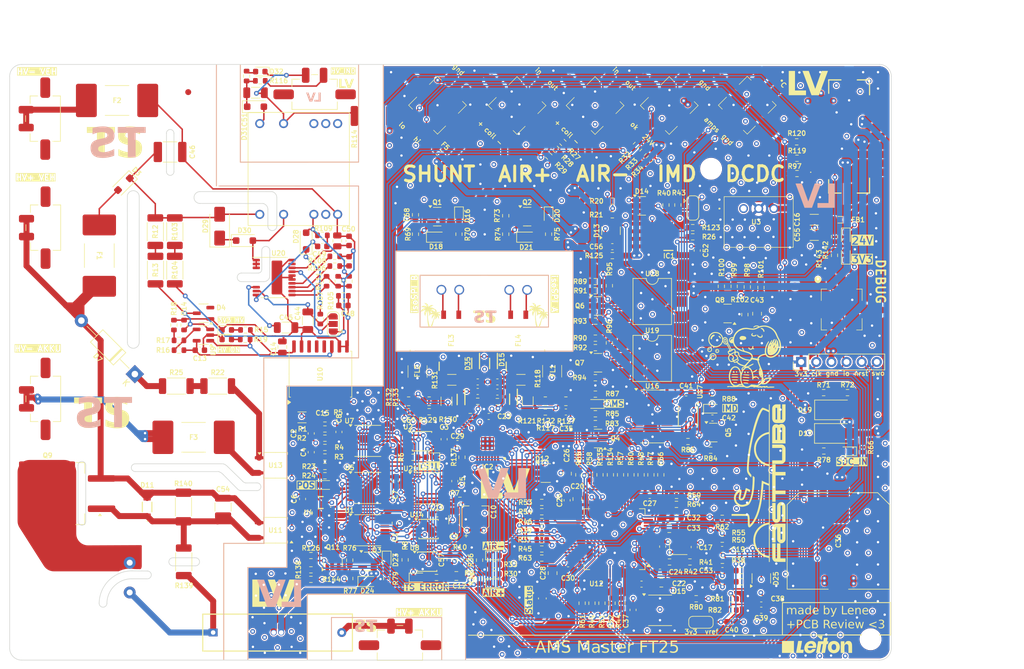
<source format=kicad_pcb>
(kicad_pcb
	(version 20240108)
	(generator "pcbnew")
	(generator_version "8.0")
	(general
		(thickness 1.6)
		(legacy_teardrops no)
	)
	(paper "A4")
	(layers
		(0 "F.Cu" signal)
		(1 "In1.Cu" signal)
		(2 "In2.Cu" signal)
		(31 "B.Cu" signal)
		(32 "B.Adhes" user "B.Adhesive")
		(33 "F.Adhes" user "F.Adhesive")
		(34 "B.Paste" user)
		(35 "F.Paste" user)
		(36 "B.SilkS" user "B.Silkscreen")
		(37 "F.SilkS" user "F.Silkscreen")
		(38 "B.Mask" user)
		(39 "F.Mask" user)
		(40 "Dwgs.User" user "User.Drawings")
		(41 "Cmts.User" user "User.Comments")
		(42 "Eco1.User" user "User.Eco1")
		(43 "Eco2.User" user "User.Eco2")
		(44 "Edge.Cuts" user)
		(45 "Margin" user)
		(46 "B.CrtYd" user "B.Courtyard")
		(47 "F.CrtYd" user "F.Courtyard")
		(48 "B.Fab" user)
		(49 "F.Fab" user)
		(50 "User.1" user)
		(51 "User.2" user)
		(52 "User.3" user)
		(53 "User.4" user)
		(54 "User.5" user)
		(55 "User.6" user)
		(56 "User.7" user)
		(57 "User.8" user)
		(58 "User.9" user)
	)
	(setup
		(stackup
			(layer "F.SilkS"
				(type "Top Silk Screen")
			)
			(layer "F.Paste"
				(type "Top Solder Paste")
			)
			(layer "F.Mask"
				(type "Top Solder Mask")
				(thickness 0.01)
			)
			(layer "F.Cu"
				(type "copper")
				(thickness 0.035)
			)
			(layer "dielectric 1"
				(type "prepreg")
				(thickness 0.1)
				(material "FR4")
				(epsilon_r 4.5)
				(loss_tangent 0.02)
			)
			(layer "In1.Cu"
				(type "copper")
				(thickness 0.035)
			)
			(layer "dielectric 2"
				(type "core")
				(thickness 1.24)
				(material "FR4")
				(epsilon_r 4.5)
				(loss_tangent 0.02)
			)
			(layer "In2.Cu"
				(type "copper")
				(thickness 0.035)
			)
			(layer "dielectric 3"
				(type "prepreg")
				(thickness 0.1)
				(material "FR4")
				(epsilon_r 4.5)
				(loss_tangent 0.02)
			)
			(layer "B.Cu"
				(type "copper")
				(thickness 0.035)
			)
			(layer "B.Mask"
				(type "Bottom Solder Mask")
				(thickness 0.01)
			)
			(layer "B.Paste"
				(type "Bottom Solder Paste")
			)
			(layer "B.SilkS"
				(type "Bottom Silk Screen")
			)
			(copper_finish "None")
			(dielectric_constraints no)
		)
		(pad_to_mask_clearance 0)
		(allow_soldermask_bridges_in_footprints no)
		(pcbplotparams
			(layerselection 0x00010fc_ffffffff)
			(plot_on_all_layers_selection 0x0000000_00000000)
			(disableapertmacros no)
			(usegerberextensions no)
			(usegerberattributes yes)
			(usegerberadvancedattributes yes)
			(creategerberjobfile yes)
			(dashed_line_dash_ratio 12.000000)
			(dashed_line_gap_ratio 3.000000)
			(svgprecision 4)
			(plotframeref no)
			(viasonmask no)
			(mode 1)
			(useauxorigin no)
			(hpglpennumber 1)
			(hpglpenspeed 20)
			(hpglpendiameter 15.000000)
			(pdf_front_fp_property_popups yes)
			(pdf_back_fp_property_popups yes)
			(dxfpolygonmode yes)
			(dxfimperialunits yes)
			(dxfusepcbnewfont yes)
			(psnegative no)
			(psa4output no)
			(plotreference yes)
			(plotvalue yes)
			(plotfptext yes)
			(plotinvisibletext no)
			(sketchpadsonfab no)
			(subtractmaskfromsilk no)
			(outputformat 1)
			(mirror no)
			(drillshape 0)
			(scaleselection 1)
			(outputdirectory "Gerbers/")
		)
	)
	(net 0 "")
	(net 1 "GND")
	(net 2 "+3V3")
	(net 3 "Net-(U8-~{PRE})")
	(net 4 "Net-(U8-~{CLR})")
	(net 5 "/TSAL/HV_Active_Detection/3V3_HV")
	(net 6 "HV-_Vehicle_Side")
	(net 7 "Net-(C17-Pad2)")
	(net 8 "/MCU/RCC_OSC_OUT")
	(net 9 "/MCU/NRST")
	(net 10 "Net-(C26-Pad2)")
	(net 11 "Net-(C28-Pad2)")
	(net 12 "Net-(J10-Pin_2)")
	(net 13 "/CAN_Transceiver/CarCAN_HIGH")
	(net 14 "/CAN_Transceiver/V_{ref}")
	(net 15 "Net-(Q8-G)")
	(net 16 "Net-(JP2-B)")
	(net 17 "Net-(U20-INTVcc)")
	(net 18 "HV+_Vehicle_Side_Fused")
	(net 19 "Net-(C47-Pad1)")
	(net 20 "/HV_Indicator/ENABLE")
	(net 21 "Net-(C49-Pad1)")
	(net 22 "Net-(U20-DCM)")
	(net 23 "Net-(U20-SOURCE)")
	(net 24 "Net-(D32-K)")
	(net 25 "Net-(D31-K)")
	(net 26 "Net-(D1-A)")
	(net 27 "Net-(D2-A)")
	(net 28 "/TSAL/HV_Active_Detection/HV_1")
	(net 29 "Net-(D4-K)")
	(net 30 "Net-(D5-A)")
	(net 31 "Net-(D6-A)")
	(net 32 "Net-(D7-K)")
	(net 33 "/TSAL/Precharge_State_Detection/HV-_AKKU")
	(net 34 "Net-(D8-A)")
	(net 35 "/MCU/AIR+_Closed")
	(net 36 "Net-(D9-A)")
	(net 37 "/MCU/AIR-_Closed")
	(net 38 "Net-(D19-A)")
	(net 39 "Net-(D16-A)")
	(net 40 "/Relay_Driver/Relay_2")
	(net 41 "/Relay_Driver/Relay_3")
	(net 42 "Net-(D20-A)")
	(net 43 "Net-(D22-A)")
	(net 44 "Net-(D23-A)")
	(net 45 "/Relay_Driver/Relay_4")
	(net 46 "Net-(D26-A)")
	(net 47 "Net-(D27-A)")
	(net 48 "Net-(D28-K)")
	(net 49 "Net-(D28-A)")
	(net 50 "Net-(D29-A1)")
	(net 51 "Net-(D30-A)")
	(net 52 "Net-(D31-A)")
	(net 53 "Net-(D32-A)")
	(net 54 "/CAN_Transceiver/CarCAN_LOW")
	(net 55 "/IO/IMD_M")
	(net 56 "+24V")
	(net 57 "Net-(J14-Pin_2)")
	(net 58 "unconnected-(IC1-IS-Pad4)")
	(net 59 "Net-(IC1-DEN)")
	(net 60 "unconnected-(IC1-NC-Pad5)")
	(net 61 "/IO/IMD_Power")
	(net 62 "Net-(U12-PB15)")
	(net 63 "/IO/TSAL_GREEN")
	(net 64 "/MCU/~{AMS_ERROR_LED}")
	(net 65 "/MCU/~{IMD_ERROR_LED}")
	(net 66 "Net-(J14-Pin_3)")
	(net 67 "Net-(J14-Pin_5)")
	(net 68 "/MCU/Trace_SWO")
	(net 69 "/MCU/SWDIO_1")
	(net 70 "/MCU/SWCLK_1")
	(net 71 "Net-(JP1-C)")
	(net 72 "Net-(JP2-C)")
	(net 73 "Net-(JP3-C)")
	(net 74 "Net-(Q1-G)")
	(net 75 "Net-(Q2-G)")
	(net 76 "Net-(Q3-G)")
	(net 77 "/SDC_Latching/~{AMS_Error}")
	(net 78 "Net-(Q4-D)")
	(net 79 "/SDC_Latching/~{IMD_Error}")
	(net 80 "Net-(Q5-D)")
	(net 81 "Net-(Q6-G)")
	(net 82 "Net-(Q6-D)")
	(net 83 "Net-(Q7-D)")
	(net 84 "Net-(Q7-G)")
	(net 85 "Net-(Q8-D)")
	(net 86 "Net-(Q8-S)")
	(net 87 "/TSAL/Comp_Ref_Low")
	(net 88 "/TSAL/Comp_Ref_Closed")
	(net 89 "/TSAL/~{TS_Error}")
	(net 90 "Net-(U8-C)")
	(net 91 "/MCU/TS_Error")
	(net 92 "Net-(R12-Pad2)")
	(net 93 "Net-(U9--)")
	(net 94 "Net-(R17-Pad2)")
	(net 95 "Net-(U10-IND)")
	(net 96 "/Relay_Driver/aux_out0")
	(net 97 "/Relay_Driver/aux_in0")
	(net 98 "/Relay_Driver/aux_out1")
	(net 99 "/Relay_Driver/aux_in1")
	(net 100 "/TSAL/Relay_State_Detection1/~{Short}")
	(net 101 "/MCU/SDC_closed")
	(net 102 "Net-(U12-PC9)")
	(net 103 "Net-(U12-BOOT0)")
	(net 104 "/MCU/Status_LED_R")
	(net 105 "Net-(D37-A)")
	(net 106 "/MCU/Status_LED_G")
	(net 107 "Net-(U12-PC2)")
	(net 108 "/MCU/Status_LED_B")
	(net 109 "Net-(U12-PA3)")
	(net 110 "Net-(U12-PA7)")
	(net 111 "Net-(U12-PB0)")
	(net 112 "Net-(U12-PA2)")
	(net 113 "Net-(U12-PA6)")
	(net 114 "Net-(U12-PA14)")
	(net 115 "Net-(U12-PA1)")
	(net 116 "/MCU/HV_Active")
	(net 117 "Net-(U12-PA13)")
	(net 118 "Net-(U12-PA0)")
	(net 119 "/MCU/AIR+_Control")
	(net 120 "/MCU/AIR-_Control")
	(net 121 "/MCU/Precharge_Control")
	(net 122 "Net-(U15-Rs)")
	(net 123 "Net-(U16A-C)")
	(net 124 "Net-(U16B-C)")
	(net 125 "Net-(U16A-Q)")
	(net 126 "Net-(U16B-Q)")
	(net 127 "Net-(U16A-~{Q})")
	(net 128 "Net-(U16B-~{Q})")
	(net 129 "Net-(R95-Pad2)")
	(net 130 "Net-(R96-Pad2)")
	(net 131 "/SDC_Latching/Reset_Signal")
	(net 132 "Net-(R103-Pad2)")
	(net 133 "Net-(U20-Vc)")
	(net 134 "Net-(U20-IREG{slash}SS)")
	(net 135 "Net-(U20-TC)")
	(net 136 "Net-(U20-FB)")
	(net 137 "Net-(J11-Pin_2)")
	(net 138 "/MCU/PRE_and_AIR+_open")
	(net 139 "Net-(U1-Pad11)")
	(net 140 "/TSAL/AIRs_Closed")
	(net 141 "/TSAL/Mismatch_AIR-")
	(net 142 "/TSAL/HV_Inactive")
	(net 143 "/TSAL/TS_OK")
	(net 144 "/TSAL/Relay_Mismatch")
	(net 145 "Net-(R22-Pad2)")
	(net 146 "/TSAL/HV_Mismatch")
	(net 147 "unconnected-(U10-OUTA-Pad14)")
	(net 148 "unconnected-(U10-INB-Pad4)")
	(net 149 "unconnected-(U10-INC-Pad12)")
	(net 150 "unconnected-(U10-INA-Pad3)")
	(net 151 "unconnected-(U10-OUTB-Pad13)")
	(net 152 "unconnected-(U10-OUTC-Pad5)")
	(net 153 "unconnected-(U10-NC-Pad7)")
	(net 154 "unconnected-(U12-PD2-Pad54)")
	(net 155 "unconnected-(U12-PC10-Pad51)")
	(net 156 "unconnected-(U12-PC12-Pad53)")
	(net 157 "/TSAL/HV_Active_Detection/-HV_1")
	(net 158 "Net-(FL1-Pad4)")
	(net 159 "Net-(FL1-Pad3)")
	(net 160 "unconnected-(U12-PC14-Pad3)")
	(net 161 "Net-(FL1-Pad2)")
	(net 162 "unconnected-(U12-PC11-Pad52)")
	(net 163 "Net-(FL1-Pad1)")
	(net 164 "Net-(FL2-Pad4)")
	(net 165 "Net-(FL2-Pad2)")
	(net 166 "unconnected-(U12-PC13-Pad2)")
	(net 167 "unconnected-(U12-PC15-Pad4)")
	(net 168 "Net-(FL2-Pad3)")
	(net 169 "/IO/IMD_VCC")
	(net 170 "/SDC_Latching/IMD_Latch_Reset")
	(net 171 "/SDC_Latching/AMS_Latch_Reset")
	(net 172 "/SDC_Latching/SDC_1")
	(net 173 "unconnected-(U18-Pad3)")
	(net 174 "Net-(U18-Pad5)")
	(net 175 "/IO/SDC_OUT")
	(net 176 "unconnected-(U19-Pad3)")
	(net 177 "/TSAL/Relay_Connection_Error")
	(net 178 "/IO/Reset_Button_Out")
	(net 179 "/CAN_Transceiver/CarCAN_RX")
	(net 180 "Net-(FL2-Pad1)")
	(net 181 "Net-(J12-Pin_1)")
	(net 182 "/CAN_Transceiver/CarCAN_TX")
	(net 183 "Net-(J12-Pin_2)")
	(net 184 "Net-(J13-Pin_1)")
	(net 185 "Net-(J13-Pin_2)")
	(net 186 "/MCU/WAKE2")
	(net 187 "/MCU/MSTR1")
	(net 188 "/MCU/SPI1_MISO")
	(net 189 "/MCU/SPI1_SCK")
	(net 190 "/MCU/WAKE1")
	(net 191 "/MCU/INTR1")
	(net 192 "/MCU/IMB")
	(net 193 "Net-(IC2-XCVRMD2)")
	(net 194 "Net-(IC2-XCVRMD)")
	(net 195 "/MCU/SPI2_SCK")
	(net 196 "/MCU/SPI1_NSS")
	(net 197 "/MCU/IPB")
	(net 198 "/MCU/MSTR2")
	(net 199 "/MCU/IPA")
	(net 200 "/MCU/INTR2")
	(net 201 "/MCU/SPI2_MISO")
	(net 202 "/MCU/SPI1_MOSI")
	(net 203 "/MCU/SPI2_NSS")
	(net 204 "/MCU/SPI2_MOSI")
	(net 205 "/MCU/IMA")
	(net 206 "/MCU/RCC_OSC_IN")
	(net 207 "Net-(U12-PC3)")
	(net 208 "Net-(U12-PA5)")
	(net 209 "Net-(U12-PC4)")
	(net 210 "Net-(U12-PB4)")
	(net 211 "Net-(U12-PC5)")
	(net 212 "Net-(U12-PA4)")
	(net 213 "Net-(U12-PB12)")
	(net 214 "Net-(U12-PB14)")
	(net 215 "Net-(U12-PA12)")
	(net 216 "Net-(U12-PB5)")
	(net 217 "Net-(C58-Pad1)")
	(net 218 "Net-(C61-Pad1)")
	(net 219 "Net-(D15-A2)")
	(net 220 "Net-(D34-A2)")
	(net 221 "unconnected-(U20-N.C.-Pad19)")
	(net 222 "Net-(U12-PA15)")
	(net 223 "Net-(D33-A2)")
	(net 224 "Net-(D35-A2)")
	(net 225 "/MCU/AMS_NERROR")
	(net 226 "Net-(D36-A)")
	(net 227 "Net-(D11-K)")
	(net 228 "/Relay_Driver/Precharge/HV+_Akku")
	(net 229 "Net-(Q9-D)")
	(net 230 "Net-(R126-Pad2)")
	(net 231 "HV+_VEH")
	(net 232 "Net-(U12-PB1)")
	(net 233 "Net-(J4-Pin_4)")
	(net 234 "Net-(J4-Pin_3)")
	(net 235 "/Relay_Driver/SDC_Relay")
	(net 236 "/MCU/LV_I")
	(net 237 "/MCU/TEMP_DCDC")
	(net 238 "/IO/TEMP_TSDCDC")
	(net 239 "/IO/LV_I_measure")
	(net 240 "/SDC")
	(net 241 "Net-(Q11-D)")
	(net 242 "Net-(Q11-G)")
	(net 243 "Net-(U1-Pad2)")
	(net 244 "unconnected-(U1-Pad6)")
	(net 245 "Net-(D38-A)")
	(net 246 "Net-(F3-Pad2)")
	(net 247 "Net-(R22-Pad1)")
	(net 248 "/TSAL/pos_control")
	(net 249 "Net-(K2-Pad1)")
	(net 250 "unconnected-(U5-Pad11)")
	(net 251 "Net-(U4-1Y)")
	(net 252 "Net-(U4-2Y)")
	(net 253 "Net-(IC1-IN)")
	(net 254 "/TSAL/Mismatch_AIR_or_PRE")
	(footprint "Resistor_SMD:R_1206_3216Metric" (layer "F.Cu") (at 124.55 95.25 90))
	(footprint "FaSTTUBe_connectors:Micro_Mate-N-Lok_2x2p_vertical" (layer "F.Cu") (at 149.5 45.6 135))
	(footprint "Resistor_SMD:R_0603_1608Metric" (layer "F.Cu") (at 165.9 66.1 180))
	(footprint "Resistor_SMD:R_0805_2012Metric" (layer "F.Cu") (at 144.6 95.25))
	(footprint "Capacitor_SMD:C_0603_1608Metric" (layer "F.Cu") (at 170.875 125.55 180))
	(footprint "Resistor_SMD:R_0603_1608Metric" (layer "F.Cu") (at 133.1 95.3 180))
	(footprint "Capacitor_SMD:C_0603_1608Metric" (layer "F.Cu") (at 177.4 128.425))
	(footprint "Resistor_SMD:R_2010_5025Metric" (layer "F.Cu") (at 78.95 73.225 -90))
	(footprint "Package_TO_SOT_SMD:SOT-23" (layer "F.Cu") (at 138.1 64.25))
	(footprint "MountingHole:MountingHole_3.2mm_M3" (layer "F.Cu") (at 63.85 56.25 -90))
	(footprint "Master:WCAP-ASLI_16" (layer "F.Cu") (at 190.35 118.7 90))
	(footprint "Master:palme"
		(layer "F.Cu")
		(uuid "04b05934-c2a8-4343-9ca2-6a2f48c1a3b0")
		(at 121.9 80.7)
		(property "Reference" "G***"
			(at 0 0 0)
			(layer "F.SilkS")
			(hide yes)
			(uuid "c38163a8-eb57-4e45-b59c-bac8cc11da80")
			(effects
				(font
					(size 0.8 0.8)
					(thickness 0.16)
				)
			)
		)
		(property "Value" "LOGO"
			(at 0.75 0 0)
			(layer "F.SilkS")
			(hide yes)
			(uuid "774485d3-02df-40b5-8ad8-7cb4925caa39")
			(effects
				(font
					(size 0.8 0.8)
					(thickness 0.16)
				)
			)
		)
		(property "Footprint" "Master:palme"
			(at 0 0 0)
			(unlocked yes)
			(layer "F.Fab")
			(hide yes)
			(uuid "f6687dea-8b35-4341-8426-4a8d356b4806")
			(effects
				(font
					(size 1.27 1.27)
				)
			)
		)
		(property "Datasheet" ""
			(at 0 0 0)
			(unlocked yes)
			(layer "F.Fab")
			(hide yes)
			(uuid "718cb3e5-be3b-4146-ba75-78595dd1cc49")
			(effects
				(font
					(size 1.27 1.27)
				)
			)
		)
		(property "Description" ""
			(at 0 0 0)
			(unlocked yes)
			(layer "F.Fab")
			(hide yes)
			(uuid "e6cb7cba-69e3-4b8a-939c-c966b8f4e620")
			(effects
				(font
					(size 1.27 1.27)
				)
			)
		)
		(attr board_only exclude_from_pos_files exclude_from_bom)
		(fp_poly
			(pts
				(xy -1.634616 -1.271154) (xy -1.636539 -1.269231) (xy -1.638462 -1.271154) (xy -1.636539 -1.273077)
			)
			(stroke
				(width 0)
				(type solid)
			)
			(fill solid)
			(layer "F.SilkS")
			(uuid "6604fb89-9d22-48aa-89fa-8591e3dafc44")
		)
		(fp_poly
			(pts
				(xy -1.565385 -0.736539) (xy -1.567308 -0.734616) (xy -1.569231 -0.736539) (xy -1.567308 -0.738462)
			)
			(stroke
				(width 0)
				(type solid)
			)
			(fill solid)
			(layer "F.SilkS")
			(uuid "38170ffc-bbf6-44d1-bb20-415cdce56af6")
		)
		(fp_poly
			(pts
				(xy -1.546154 -1.340385) (xy -1.548077 -1.338462) (xy -1.55 -1.340385) (xy -1.548077 -1.342308)
			)
			(stroke
				(width 0)
				(type solid)
			)
			(fill solid)
			(layer "F.SilkS")
			(uuid "36ed8860-56a8-4e07-b9a9-a70de9973f01")
		)
		(fp_poly
			(pts
				(xy -1.534616 -0.428846) (xy -1.536539 -0.426923) (xy -1.538462 -0.428846) (xy -1.536539 -0.430769)
			)
			(stroke
				(width 0)
				(type solid)
			)
			(fill solid)
			(layer "F.SilkS")
			(uuid "b94d5450-c7b5-4f4a-a00a-f7b8466afa74")
		)
		(fp_poly
			(pts
				(xy -1.476924 -0.851923) (xy -1.478847 -0.85) (xy -1.48077 -0.851923) (xy -1.478847 -0.853846)
			)
			(stroke
				(width 0)
				(type solid)
			)
			(fill solid)
			(layer "F.SilkS")
			(uuid "8308c852-2662-497f-b48f-da455c5f7697")
		)
		(fp_poly
			(pts
				(xy -1.465385 -1.278846) (xy -1.467308 -1.276923) (xy -1.469231 -1.278846) (xy -1.467308 -1.280769)
			)
			(stroke
				(width 0)
				(type solid)
			)
			(fill solid)
			(layer "F.SilkS")
			(uuid "6c4c8dd9-470d-4f79-a3de-5cc9119eeeac")
		)
		(fp_poly
			(pts
				(xy -1.446154 -1.309616) (xy -1.448077 -1.307692) (xy -1.45 -1.309616) (xy -1.448077 -1.311539)
			)
			(stroke
				(width 0)
				(type solid)
			)
			(fill solid)
			(layer "F.SilkS")
			(uuid "33768e38-c3be-427a-92e7-8ae0e8c54e52")
		)
		(fp_poly
			(pts
				(xy -1.415385 -0.901923) (xy -1.417308 -0.9) (xy -1.419231 -0.901923) (xy -1.417308 -0.903846)
			)
			(stroke
				(width 0)
				(type solid)
			)
			(fill solid)
			(layer "F.SilkS")
			(uuid "3bfc8524-9a52-4df6-aa21-d4d268fcec1d")
		)
		(fp_poly
			(pts
				(xy -1.396154 -0.913462) (xy -1.398077 -0.911539) (xy -1.4 -0.913462) (xy -1.398077 -0.915385)
			)
			(stroke
				(width 0)
				(type solid)
			)
			(fill solid)
			(layer "F.SilkS")
			(uuid "088ccc85-baee-46c8-822e-3634375d885c")
		)
		(fp_poly
			(pts
				(xy -1.384616 -0.940385) (xy -1.386539 -0.938462) (xy -1.388462 -0.940385) (xy -1.386539 -0.942308)
			)
			(stroke
				(width 0)
				(type solid)
			)
			(fill solid)
			(layer "F.SilkS")
			(uuid "0823128a-3114-47e2-b712-812e341b383f")
		)
		(fp_poly
			(pts
				(xy -1.238462 -1.171154) (xy -1.240385 -1.169231) (xy -1.242308 -1.171154) (xy -1.240385 -1.173077)
			)
			(stroke
				(width 0)
				(type solid)
			)
			(fill solid)
			(layer "F.SilkS")
			(uuid "7fbd5abb-c986-446a-88f5-787ff4903d51")
		)
		(fp_poly
			(pts
				(xy -1.23077 -0.686539) (xy -1.232693 -0.684616) (xy -1.234616 -0.686539) (xy -1.232693 -0.688462)
			)
			(stroke
				(width 0)
				(type solid)
			)
			(fill solid)
			(layer "F.SilkS")
			(uuid "ceb3fab7-7bd1-43c8-9135-f9fffbeab3ba")
		)
		(fp_poly
			(pts
				(xy -1.2 -0.609616) (xy -1.201924 -0.607692) (xy -1.203847 -0.609616) (xy -1.201924 -0.611539)
			)
			(stroke
				(width 0)
				(type solid)
			)
			(fill solid)
			(layer "F.SilkS")
			(uuid "2121973e-5ce6-4d0e-9a5d-ce5538342c19")
		)
		(fp_poly
			(pts
				(xy -1.161539 -1.275) (xy -1.163462 -1.273077) (xy -1.165385 -1.275) (xy -1.163462 -1.276923)
			)
			(stroke
				(width 0)
				(type solid)
			)
			(fill solid)
			(layer "F.SilkS")
			(uuid "50b80746-13ba-4cc9-8639-d782ce1ad82b")
		)
		(fp_poly
			(pts
				(xy -1.142308 -1.159616) (xy -1.144231 -1.157692) (xy -1.146154 -1.159616) (xy -1.144231 -1.161539)
			)
			(stroke
				(width 0)
				(type solid)
			)
			(fill solid)
			(layer "F.SilkS")
			(uuid "b3891d39-0baa-4b81-8c29-6ee695cdb5b9")
		)
		(fp_poly
			(pts
				(xy -1.096154 -1.182692) (xy -1.098077 -1.180769) (xy -1.1 -1.182692) (xy -1.098077 -1.184616)
			)
			(stroke
				(width 0)
				(type solid)
			)
			(fill solid)
			(layer "F.SilkS")
			(uuid "f3f81e86-c79e-44fb-aaa5-0433a7844c2c")
		)
		(fp_poly
			(pts
				(xy -1.038462 -0.790385) (xy -1.040385 -0.788462) (xy -1.042308 -0.790385) (xy -1.040385 -0.792308)
			)
			(stroke
				(width 0)
				(type solid)
			)
			(fill solid)
			(layer "F.SilkS")
			(uuid "7655cccd-d7a1-4ab2-8c7a-9177c34f45bb")
		)
		(fp_poly
			(pts
				(xy -1.015385 -1.109616) (xy -1.017308 -1.107692) (xy -1.019231 -1.109616) (xy -1.017308 -1.111539)
			)
			(stroke
				(width 0)
				(type solid)
			)
			(fill solid)
			(layer "F.SilkS")
			(uuid "5fa92e7d-af6c-4d53-b27d-0e7c526409e5")
		)
		(fp_poly
			(pts
				(xy -1.003847 -1.128846) (xy -1.00577 -1.126923) (xy -1.007693 -1.128846) (xy -1.00577 -1.130769)
			)
			(stroke
				(width 0)
				(type solid)
			)
			(fill solid)
			(layer "F.SilkS")
			(uuid "16ecc59c-ed3b-46d8-805c-429918ea6cb9")
		)
		(fp_poly
			(pts
				(xy -0.953847 -0.778846) (xy -0.95577 -0.776923) (xy -0.957693 -0.778846) (xy -0.95577 -0.780769)
			)
			(stroke
				(width 0)
				(type solid)
			)
			(fill solid)
			(layer "F.SilkS")
			(uuid "114526fc-636d-4fe9-8e05-3278706cb0fe")
		)
		(fp_poly
			(pts
				(xy -0.919231 -0.813462) (xy -0.921154 -0.811539) (xy -0.923077 -0.813462) (xy -0.921154 -0.815385)
			)
			(stroke
				(width 0)
				(type solid)
			)
			(fill solid)
			(layer "F.SilkS")
			(uuid "b78560e3-2b26-41ad-bb8e-4700bbeb845d")
		)
		(fp_poly
			(pts
				(xy -0.896154 -1.867308) (xy -0.898077 -1.865385) (xy -0.9 -1.867308) (xy -0.898077 -1.869231)
			)
			(stroke
				(width 0)
				(type solid)
			)
			(fill solid)
			(layer "F.SilkS")
			(uuid "5784d68b-1426-4f8e-8b98-c9f72effebdb")
		)
		(fp_poly
			(pts
				(xy -0.896154 0.275) (xy -0.898077 0.276923) (xy -0.9 0.275) (xy -0.898077 0.273077)
			)
			(stroke
				(width 0)
				(type solid)
			)
			(fill solid)
			(layer "F.SilkS")
			(uuid "7896be3a-eebe-4168-970c-9e2d9b1cba22")
		)
		(fp_poly
			(pts
				(xy -0.892308 -0.698077) (xy -0.894231 -0.696154) (xy -0.896154 -0.698077) (xy -0.894231 -0.7)
			)
			(stroke
				(width 0)
				(type solid)
			)
			(fill solid)
			(layer "F.SilkS")
			(uuid "db0b2fee-7aee-4119-8e68-2e55dab27e7c")
		)
		(fp_poly
			(pts
				(xy -0.892308 -0.686539) (xy -0.894231 -0.684616) (xy -0.896154 -0.686539) (xy -0.894231 -0.688462)
			)
			(stroke
				(width 0)
				(type solid)
			)
			(fill solid)
			(layer "F.SilkS")
			(uuid "16f78b05-bf91-4152-8988-3360ee04243c")
		)
		(fp_poly
			(pts
				(xy -0.876924 -0.755769) (xy -0.878847 -0.753846) (xy -0.88077 -0.755769) (xy -0.878847 -0.757692)
			)
			(stroke
				(width 0)
				(type solid)
			)
			(fill solid)
			(layer "F.SilkS")
			(uuid "6d6a8fef-db4c-40ec-bc0b-912117abe107")
		)
		(fp_poly
			(pts
				(xy -0.865385 -1.725) (xy -0.867308 -1.723077) (xy -0.869231 -1.725) (xy -0.867308 -1.726923)
			)
			(stroke
				(width 0)
				(type solid)
			)
			(fill solid)
			(layer "F.SilkS")
			(uuid "f22c9dd8-5874-4593-8f97-79dbda20704d")
		)
		(fp_poly
			(pts
				(xy -0.865385 -1.682692) (xy -0.867308 -1.680769) (xy -0.869231 -1.682692) (xy -0.867308 -1.684616)
			)
			(stroke
				(width 0)
				(type solid)
			)
			(fill solid)
			(layer "F.SilkS")
			(uuid "34c5c061-1bdd-4f62-b070-cdfff52563dc")
		)
		(fp_poly
			(pts
				(xy -0.826924 -0.767308) (xy -0.828847 -0.765385) (xy -0.83077 -0.767308) (xy -0.828847 -0.769231)
			)
			(stroke
				(width 0)
				(type solid)
			)
			(fill solid)
			(layer "F.SilkS")
			(uuid "224111d1-0b33-435f-a57c-41ff990fa462")
		)
		(fp_poly
			(pts
				(xy -0.819231 0.155769) (xy -0.821154 0.157692) (xy -0.823077 0.155769) (xy -0.821154 0.153846)
			)
			(stroke
				(width 0)
				(type solid)
			)
			(fill solid)
			(layer "F.SilkS")
			(uuid "e499e9ea-b583-4cf9-af68-b2347b7935b0")
		)
		(fp_poly
			(pts
				(xy -0.815385 -0.013462) (xy -0.817308 -0.011539) (xy -0.819231 -0.013462) (xy -0.817308 -0.015385)
			)
			(stroke
				(width 0)
				(type solid)
			)
			(fill solid)
			(layer "F.SilkS")
			(uuid "1ee631ec-129b-4855-a877-059cdfc3518a")
		)
		(fp_poly
			(pts
				(xy -0.811539 -0.813462) (xy -0.813462 -0.811539) (xy -0.815385 -0.813462) (xy -0.813462 -0.815385)
			)
			(stroke
				(width 0)
				(type solid)
			)
			(fill solid)
			(layer "F.SilkS")
			(uuid "4c7ac3a5-c11d-469d-83a7-88cd3e99b172")
		)
		(fp_poly
			(pts
				(xy -0.784616 -0.367308) (xy -0.786539 -0.365385) (xy -0.788462 -0.367308) (xy -0.786539 -0.369231)
			)
			(stroke
				(width 0)
				(type solid)
			)
			(fill solid)
			(layer "F.SilkS")
			(uuid "6915e25f-1ce7-4009-bb2f-df58bb2a5716")
		)
		(fp_poly
			(pts
				(xy -0.784616 -0.021154) (xy -0.786539 -0.019231) (xy -0.788462 -0.021154) (xy -0.786539 -0.023077)
			)
			(stroke
				(width 0)
				(type solid)
			)
			(fill solid)
			(layer "F.SilkS")
			(uuid "ab4b6e98-a60a-4091-8c53-2a25805a4f23")
		)
		(fp_poly
			(pts
				(xy -0.773077 -1.525) (xy -0.775 -1.523077) (xy -0.776924 -1.525) (xy -0.775 -1.526923)
			)
			(stroke
				(width 0)
				(type solid)
			)
			(fill solid)
			(layer "F.SilkS")
			(uuid "6ecf325b-340c-432c-9f5b-be256d65efb7")
		)
		(fp_poly
			(pts
				(xy -0.769231 -0.336539) (xy -0.771154 -0.334616) (xy -0.773077 -0.336539) (xy -0.771154 -0.338462)
			)
			(stroke
				(width 0)
				(type solid)
			)
			(fill solid)
			(layer "F.SilkS")
			(uuid "9096b185-a551-4ca8-9b47-60f8c9720edf")
		)
		(fp_poly
			(pts
				(xy -0.75 -0.094231) (xy -0.751924 -0.092308) (xy -0.753847 -0.094231) (xy -0.751924 -0.096154)
			)
			(stroke
				(width 0)
				(type solid)
			)
			(fill solid)
			(layer "F.SilkS")
			(uuid "76f26576-850f-41f1-9fb0-77ef2f69fec5")
		)
		(fp_poly
			(pts
				(xy -0.707693 -0.248077) (xy -0.709616 -0.246154) (xy -0.711539 -0.248077) (xy -0.709616 -0.25)
			)
			(stroke
				(width 0)
				(type solid)
			)
			(fill solid)
			(layer "F.SilkS")
			(uuid "72e5ebe2-e9f6-4325-91e1-5a083776c7ab")
		)
		(fp_poly
			(pts
				(xy -0.7 -1.359616) (xy -0.701924 -1.357692) (xy -0.703847 -1.359616) (xy -0.701924 -1.361539)
			)
			(stroke
				(width 0)
				(type solid)
			)
			(fill solid)
			(layer "F.SilkS")
			(uuid "65b98e5c-dd9e-4203-99e5-b2228be18407")
		)
		(fp_poly
			(pts
				(xy -0.676924 -0.213462) (xy -0.678847 -0.211539) (xy -0.68077 -0.213462) (xy -0.678847 -0.215385)
			)
			(stroke
				(width 0)
				(type solid)
			)
			(fill solid)
			(layer "F.SilkS")
			(uuid "d4ba2ee8-0220-48b7-bb4b-f75aeb27225d")
		)
		(fp_poly
			(pts
				(xy -0.565385 -1.782692) (xy -0.567308 -1.780769) (xy -0.569231 -1.782692) (xy -0.567308 -1.784616)
			)
			(stroke
				(width 0)
				(type solid)
			)
			(fill solid)
			(layer "F.SilkS")
			(uuid "d0f43077-580b-4279-bd65-f6f89113b4e9")
		)
		(fp_poly
			(pts
				(xy -0.553847 -0.628846) (xy -0.55577 -0.626923) (xy -0.557693 -0.628846) (xy -0.55577 -0.630769)
			)
			(stroke
				(width 0)
				(type solid)
			)
			(fill solid)
			(layer "F.SilkS")
			(uuid "80839e7a-badc-4bb0-98ba-68b52ca1f893")
		)
		(fp_poly
			(pts
				(xy -0.538462 0.928846) (xy -0.540385 0.930769) (xy -0.542308 0.928846) (xy -0.540385 0.926923)
			)
			(stroke
				(width 0)
				(type solid)
			)
			(fill solid)
			(layer "F.SilkS")
			(uuid "746de631-2267-405f-833f-760f9be823ba")
		)
		(fp_poly
			(pts
				(xy -0.523077 1.190384) (xy -0.525 1.192308) (xy -0.526924 1.190384) (xy -0.525 1.188461)
			)
			(stroke
				(width 0)
				(type solid)
			)
			(fill solid)
			(layer "F.SilkS")
			(uuid "bdcf4ab6-78f2-492d-9be1-d11e3871fa18")
		)
		(fp_poly
			(pts
				(xy -0.523077 1.209615) (xy -0.525 1.211538) (xy -0.526924 1.209615) (xy -0.525 1.207692)
			)
			(stroke
				(width 0)
				(type solid)
			)
			(fill solid)
			(layer "F.SilkS")
			(uuid "58e00613-22e7-4399-91e0-d5a080f00335")
		)
		(fp_poly
			(pts
				(xy -0.38077 -0.613462) (xy -0.382693 -0.611539) (xy -0.384616 -0.613462) (xy -0.382693 -0.615385)
			)
			(stroke
				(width 0)
				(type solid)
			)
			(fill solid)
			(layer "F.SilkS")
			(uuid "d899fff7-a085-4018-8656-4506410e87b5")
		)
		(fp_poly
			(pts
				(xy -0.369231 -0.490385) (xy -0.371154 -0.488462) (xy -0.373077 -0.490385) (xy -0.371154 -0.492308)
			)
			(stroke
				(width 0)
				(type solid)
			)
			(fill solid)
			(layer "F.SilkS")
			(uuid "2e3fb2e0-b0bf-4c22-aa6d-5887a4de5fb0")
		)
		(fp_poly
			(pts
				(xy -0.361539 -0.628846) (xy -0.363462 -0.626923) (xy -0.365385 -0.628846) (xy -0.363462 -0.630769)
			)
			(stroke
				(width 0)
				(type solid)
			)
			(fill solid)
			(layer "F.SilkS")
			(uuid "e27fea4e-bf73-4fcc-abba-afe1365ae59f")
		)
		(fp_poly
			(pts
				(xy -0.338462 0.221154) (xy -0.340385 0.223077) (xy -0.342308 0.221154) (xy -0.340385 0.219231)
			)
			(stroke
				(width 0)
				(type solid)
			)
			(fill solid)
			(layer "F.SilkS")
			(uuid "71a80cf3-0963-4252-bd8d-8df4145610de")
		)
		(fp_poly
			(pts
				(xy -0.334616 0.267308) (xy -0.336539 0.269231) (xy -0.338462 0.267308) (xy -0.336539 0.265384)
			)
			(stroke
				(width 0)
				(type solid)
			)
			(fill solid)
			(layer "F.SilkS")
			(uuid "de6ed283-b2bc-446d-af2f-dee24ab9a4c3")
		)
		(fp_poly
			(pts
				(xy -0.326924 -0.251923) (xy -0.328847 -0.25) (xy -0.33077 -0.251923) (xy -0.328847 -0.253846)
			)
			(stroke
				(width 0)
				(type solid)
			)
			(fill solid)
			(layer "F.SilkS")
			(uuid "a99b848f-bf18-4724-ae86-430db59c4943")
		)
		(fp_poly
			(pts
				(xy -0.319231 -0.248077) (xy -0.321154 -0.246154) (xy -0.323077 -0.248077) (xy -0.321154 -0.25)
			)
			(stroke
				(width 0)
				(type solid)
			)
			(fill solid)
			(layer "F.SilkS")
			(uuid "8d87ff46-a567-45bb-b025-f2f28d68a4f9")
		)
		(fp_poly
			(pts
				(xy -0.307693 -0.048077) (xy -0.309616 -0.046154) (xy -0.311539 -0.048077) (xy -0.309616 -0.05)
			)
			(stroke
				(width 0)
				(type solid)
			)
			(fill solid)
			(layer "F.SilkS")
			(uuid "8f754d96-9dd6-47fa-b841-fd621789a984")
		)
		(fp_poly
			(pts
				(xy -0.307693 0.075) (xy -0.309616 0.076923) (xy -0.311539 0.075) (xy -0.309616 0.073077)
			)
			(stroke
				(width 0)
				(type solid)
			)
			(fill solid)
			(layer "F.SilkS")
			(uuid "8ad8f1a9-620f-403b-a7a2-e1b29cde9514")
		)
		(fp_poly
			(pts
				(xy -0.3 -0.278846) (xy -0.301924 -0.276923) (xy -0.303847 -0.278846) (xy -0.301924 -0.280769)
			)
			(stroke
				(width 0)
				(type solid)
			)
			(fill solid)
			(layer "F.SilkS")
			(uuid "a6406ec4-222b-4694-bbb8-014edae2acf0")
		)
		(fp_poly
			(pts
				(xy -0.288462 -1.344231) (xy -0.290385 -1.342308) (xy -0.292308 -1.344231) (xy -0.290385 -1.346154)
			)
			(stroke
				(width 0)
				(type solid)
			)
			(fill solid)
			(layer "F.SilkS")
			(uuid "b01b527e-342c-430b-808f-0c6b4e096117")
		)
		(fp_poly
			(pts
				(xy -0.288462 -0.125) (xy -0.290385 -0.123077) (xy -0.292308 -0.125) (xy -0.290385 -0.126923)
			)
			(stroke
				(width 0)
				(type solid)
			)
			(fill solid)
			(layer "F.SilkS")
			(uuid "cffa30af-18b7-4a09-9465-b75fcdee563c")
		)
		(fp_poly
			(pts
				(xy -0.284616 -0.432692) (xy -0.286539 -0.430769) (xy -0.288462 -0.432692) (xy -0.286539 -0.434616)
			)
			(stroke
				(width 0)
				(type solid)
			)
			(fill solid)
			(layer "F.SilkS")
			(uuid "547a6013-13e8-4bfb-83f0-99731d3ab9b6")
		)
		(fp_poly
			(pts
				(xy -0.276924 -1.367308) (xy -0.278847 -1.365385) (xy -0.28077 -1.367308) (xy -0.278847 -1.369231)
			)
			(stroke
				(width 0)
				(type solid)
			)
			(fill solid)
			(layer "F.SilkS")
			(uuid "fc1cbe0c-e54e-4219-8dcd-1ae2a8280829")
		)
		(fp_poly
			(pts
				(xy -0.242308 -0.182692) (xy -0.244231 -0.180769) (xy -0.246154 -0.182692) (xy -0.244231 -0.184616)
			)
			(stroke
				(width 0)
				(type solid)
			)
			(fill solid)
			(layer "F.SilkS")
			(uuid "214d08e9-31ce-41f2-b1cf-634c3a4ed242")
		)
		(fp_poly
			(pts
				(xy -0.242308 0.071154) (xy -0.244231 0.073077) (xy -0.246154 0.071154) (xy -0.244231 0.069231)
			)
			(stroke
				(width 0)
				(type solid)
			)
			(fill solid)
			(layer "F.SilkS")
			(uuid "f955de78-5dad-4a14-9e54-9e222e392636")
		)
		(fp_poly
			(pts
				(xy -0.234616 0.067308) (xy -0.236539 0.069231) (xy -0.238462 0.067308) (xy -0.236539 0.065384)
			)
			(stroke
				(width 0)
				(type solid)
			)
			(fill solid)
			(layer "F.SilkS")
			(uuid "4d359ae6-5f5a-4bfa-bef3-de1901688b16")
		)
		(fp_poly
			(pts
				(xy -0.215385 -1.436539) (xy -0.217308 -1.434616) (xy -0.219231 -1.436539) (xy -0.217308 -1.438462)
			)
			(stroke
				(width 0)
				(type solid)
			)
			(fill solid)
			(layer "F.SilkS")
			(uuid "85cdbc73-142e-4270-98f2-929cc80f1b5a")
		)
		(fp_poly
			(pts
				(xy -0.207693 -0.082692) (xy -0.209616 -0.080769) (xy -0.211539 -0.082692) (xy -0.209616 -0.084616)
			)
			(stroke
				(width 0)
				(type solid)
			)
			(fill solid)
			(layer "F.SilkS")
			(uuid "63ecb8ed-19f5-4685-b365-ed0216792f47")
		)
		(fp_poly
			(pts
				(xy -0.2 -0.228846) (xy -0.201924 -0.226923) (xy -0.203847 -0.228846) (xy -0.201924 -0.230769)
			)
			(stroke
				(width 0)
				(type solid)
			)
			(fill solid)
			(layer "F.SilkS")
			(uuid "5fb3ab80-8bbe-49a8-bbe8-44e3b4eb88a0")
		)
		(fp_poly
			(pts
				(xy -0.184616 -0.121154) (xy -0.186539 -0.119231) (xy -0.188462 -0.121154) (xy -0.186539 -0.123077)
			)
			(stroke
				(width 0)
				(type solid)
			)
			(fill solid)
			(layer "F.SilkS")
			(uuid "c3c3cf85-aff0-4b3c-909c-d31234c437cd")
		)
		(fp_poly
			(pts
				(xy -0.184616 0.144231) (xy -0.186539 0.146154) (xy -0.188462 0.144231) (xy -0.186539 0.142308)
			)
			(stroke
				(width 0)
				(type solid)
			)
			(fill solid)
			(layer "F.SilkS")
			(uuid "be28b208-1568-46d9-8235-0fd7127fbbe4")
		)
		(fp_poly
			(pts
				(xy -0.165385 0.121154) (xy -0.167308 0.123077) (xy -0.169231 0.121154) (xy -0.167308 0.119231)
			)
			(stroke
				(width 0)
				(type solid)
			)
			(fill solid)
			(layer "F.SilkS")
			(uuid "63d70d77-ddbe-4a8d-b969-98fe46e61993")
		)
		(fp_poly
			(pts
				(xy -0.1 -1.525) (xy -0.101924 -1.523077) (xy -0.103847 -1.525) (xy -0.101924 -1.526923)
			)
			(stroke
				(width 0)
				(type solid)
			)
			(fill solid)
			(layer "F.SilkS")
			(uuid "31af9943-198d-42d9-b6b2-fef7cf000dfd")
		)
		(fp_poly
			(pts
				(xy -0.065385 -1.548077) (xy -0.067308 -1.546154) (xy -0.069231 -1.548077) (xy -0.067308 -1.55)
			)
			(stroke
				(width 0)
				(type solid)
			)
			(fill solid)
			(layer "F.SilkS")
			(uuid "e34ebd6c-5c29-4496-88cb-c31065b64543")
		)
		(fp_poly
			(pts
				(xy -0.05 -0.675) (xy -0.051924 -0.673077) (xy -0.053847 -0.675) (xy -0.051924 -0.676923)
			)
			(stroke
				(width 0)
				(type solid)
			)
			(fill solid)
			(layer "F.SilkS")
			(uuid "bb5bcca0-79e4-4733-822d-4948bce27b03")
		)
		(fp_poly
			(pts
				(xy -0.015385 -0.032692) (xy -0.017308 -0.030769) (xy -0.019231 -0.032692) (xy -0.017308 -0.034616)
			)
			(stroke
				(width 0)
				(type solid)
			)
			(fill solid)
			(layer "F.SilkS")
			(uuid "0708c53c-8514-4647-92f8-c092ee32f7da")
		)
		(fp_poly
			(pts
				(xy 0 2.063461) (xy -0.001924 2.065384) (xy -0.003847 2.063461) (xy -0.001924 2.061538)
			)
			(stroke
				(width 0)
				(type solid)
			)
			(fill solid)
			(layer "F.SilkS")
			(uuid "8bb3d26f-2ecf-47cf-bf75-c867c8d62172")
		)
		(fp_poly
			(pts
				(xy 0.05 -0.259616) (xy 0.048076 -0.257692) (xy 0.046153 -0.259616) (xy 0.048076 -0.261539)
			)
			(stroke
				(width 0)
				(type solid)
			)
			(fill solid)
			(layer "F.SilkS")
			(uuid "6ea36a9d-ff9d-48be-a128-978876679dee")
		)
		(fp_poly
			(pts
				(xy 0.080769 1.825) (xy 0.078846 1.826923) (xy 0.076923 1.825) (xy 0.078846 1.823077)
			)
			(stroke
				(width 0)
				(type solid)
			)
			(fill solid)
			(layer "F.SilkS")
			(uuid "5187329e-5b81-441c-b5f9-5b695931e22a")
		)
		(fp_poly
			(pts
				(xy 0.1 -0.944231) (xy 0.098076 -0.942308) (xy 0.096153 -0.944231) (xy 0.098076 -0.946154)
			)
			(stroke
				(width 0)
				(type solid)
			)
			(fill solid)
			(layer "F.SilkS")
			(uuid "d241d08c-daf2-4f26-b2f3-8668334d3f53")
		)
		(fp_poly
			(pts
				(xy 0.103846 -0.867308) (xy 0.101923 -0.865385) (xy 0.1 -0.867308) (xy 0.101923 -0.869231)
			)
			(stroke
				(width 0)
				(type solid)
			)
			(fill solid)
			(layer "F.SilkS")
			(uuid "49e02c1e-ea81-48a1-bfcc-3143f0f361f4")
		)
		(fp_poly
			(pts
				(xy 0.111538 -0.063462) (xy 0.109615 -0.061539) (xy 0.107692 -0.063462) (xy 0.109615 -0.065385)
			)
			(stroke
				(width 0)
				(type solid)
			)
			(fill solid)
			(layer "F.SilkS")
			(uuid "0d68d8c2-3dd2-45ed-8c55-e6b81777a4c0")
		)
		(fp_poly
			(pts
				(xy 0.123076 -0.925) (xy 0.121153 -0.923077) (xy 0.11923 -0.925) (xy 0.121153 -0.926923)
			)
			(stroke
				(width 0)
				(type solid)
			)
			(fill solid)
			(layer "F.SilkS")
			(uuid "b39fbc45-3d64-4196-96b4-75c04a4fdf95")
		)
		(fp_poly
			(pts
				(xy 0.138461 -0.536539) (xy 0.136538 -0.534616) (xy 0.134615 -0.536539) (xy 0.136538 -0.538462)
			)
			(stroke
				(width 0)
				(type solid)
			)
			(fill solid)
			(layer "F.SilkS")
			(uuid "363c9608-bf0c-49ce-adb0-af9fa33adc55")
		)
		(fp_poly
			(pts
				(xy 0.184615 -0.863462) (xy 0.182692 -0.861539) (xy 0.180769 -0.863462) (xy 0.182692 -0.865385)
			)
			(stroke
				(width 0)
				(type solid)
			)
			(fill solid)
			(layer "F.SilkS")
			(uuid "5afd5b49-2184-452e-9e7d-0103613ee1fe")
		)
		(fp_poly
			(pts
				(xy 0.234615 -0.013462) (xy 0.232692 -0.011539) (xy 0.230769 -0.013462) (xy 0.232692 -0.015385)
			)
			(stroke
				(width 0)
				(type solid)
			)
			(fill solid)
			(layer "F.SilkS")
			(uuid "5326965f-fbf6-4095-93b1-e61ebd3b08df")
		)
		(fp_poly
			(pts
				(xy 0.246153 -0.113462) (xy 0.24423 -0.111539) (xy 0.242307 -0.113462) (xy 0.24423 -0.115385)
			)
			(stroke
				(width 0)
				(type solid)
			)
			(fill solid)
			(layer "F.SilkS")
			(uuid "c8db3984-5584-4d31-a744-c017211727ff")
		)
		(fp_poly
			(pts
				(xy 0.273076 -1.436539) (xy 0.271153 -1.434616) (xy 0.26923 -1.436539) (xy 0.271153 -1.438462)
			)
			(stroke
				(width 0)
				(type solid)
			)
			(fill solid)
			(layer "F.SilkS")
			(uuid "0bdda2fb-4a26-4f08-b34f-196ef7bd18eb")
		)
		(fp_poly
			(pts
				(xy 0.296153 -0.759616) (xy 0.29423 -0.757692) (xy 0.292307 -0.759616) (xy 0.29423 -0.761539)
			)
			(stroke
				(width 0)
				(type solid)
			)
			(fill solid)
			(layer "F.SilkS")
			(uuid "ee592dbb-8a26-4781-b1e4-9dd6043237ad")
		)
		(fp_poly
			(pts
				(xy 0.296153 -0.736539) (xy 0.29423 -0.734616) (xy 0.292307 -0.736539) (xy 0.29423 -0.738462)
			)
			(stroke
				(width 0)
				(type solid)
			)
			(fill solid)
			(layer "F.SilkS")
			(uuid "6bc1ea59-2330-4020-ba47-a5be255fa406")
		)
		(fp_poly
			(pts
				(xy 0.307692 -0.732692) (xy 0.305769 -0.730769) (xy 0.303846 -0.732692) (xy 0.305769 -0.734616)
			)
			(stroke
				(width 0)
				(type solid)
			)
			(fill solid)
			(layer "F.SilkS")
			(uuid "9955027b-0098-47d8-840f-be014843e693")
		)
		(fp_poly
			(pts
				(xy 0.315384 0.113461) (xy 0.313461 0.115384) (xy 0.311538 0.113461) (xy 0.313461 0.111538)
			)
			(stroke
				(width 0)
				(type solid)
			)
			(fill solid)
			(layer "F.SilkS")
			(uuid "9bd145a9-7cd4-4be5-a347-c5d525b9700c")
		)
		(fp_poly
			(pts
				(xy 0.326923 -0.955769) (xy 0.325 -0.953846) (xy 0.323076 -0.955769) (xy 0.325 -0.957692)
			)
			(stroke
				(width 0)
				(type solid)
			)
			(fill solid)
			(layer "F.SilkS")
			(uuid "e7464c99-a9f2-48aa-a019-81016f30e985")
		)
		(fp_poly
			(pts
				(xy 0.338461 -0.928846) (xy 0.336538 -0.926923) (xy 0.334615 -0.928846) (xy 0.336538 -0.930769)
			)
			(stroke
				(width 0)
				(type solid)
			)
			(fill solid)
			(layer "F.SilkS")
			(uuid "a42c6ae4-f09b-4435-bedf-7dae1feaef67")
		)
		(fp_poly
			(pts
				(xy 0.384615 -1.455769) (xy 0.382692 -1.453846) (xy 0.380769 -1.455769) (xy 0.382692 -1.457692)
			)
			(stroke
				(width 0)
				(type solid)
			)
			(fill solid)
			(layer "F.SilkS")
			(uuid "a4cacbf3-9b20-4876-81da-3a775b15c05d")
		)
		(fp_poly
			(pts
				(xy 0.392307 0.036538) (xy 0.390384 0.038461) (xy 0.388461 0.036538) (xy 0.390384 0.034615)
			)
			(stroke
				(width 0)
				(type solid)
			)
			(fill solid)
			(layer "F.SilkS")
			(uuid "219428cb-eaa8-4211-8415-ab775e8a6954")
		)
		(fp_poly
			(pts
				(xy 0.4 0.009615) (xy 0.398076 0.011538) (xy 0.396153 0.009615) (xy 0.398076 0.007692)
			)
			(stroke
				(width 0)
				(type solid)
			)
			(fill solid)
			(layer "F.SilkS")
			(uuid "33b03d67-e650-451d-80cf-6aaf6e24f43e")
		)
		(fp_poly
			(pts
				(xy 0.411538 1.478846) (xy 0.409615 1.480769) (xy 0.407692 1.478846) (xy 0.409615 1.476923)
			)
			(stroke
				(width 0)
				(type solid)
			)
			(fill solid)
			(layer "F.SilkS")
			(uuid "02eb94f7-9fd6-40c8-b3c8-e03c2c81cc4d")
		)
		(fp_poly
			(pts
				(xy 0.438461 -0.936539) (xy 0.436538 -0.934616) (xy 0.434615 -0.936539) (xy 0.436538 -0.938462)
			)
			(stroke
				(width 0)
				(type solid)
			)
			(fill solid)
			(layer "F.SilkS")
			(uuid "50f190c8-5d5f-4641-9233-88afe3b1ff54")
		)
		(fp_poly
			(pts
				(xy 0.45 0.875) (xy 0.448076 0.876923) (xy 0.446153 0.875) (xy 0.448076 0.873077)
			)
			(stroke
				(width 0)
				(type solid)
			)
			(fill solid)
			(layer "F.SilkS")
			(uuid "dbed511d-e9bf-445c-a2ee-060c4e0d92e9")
		)
		(fp_poly
			(pts
				(xy 0.457692 -0.832692) (xy 0.455769 -0.830769) (xy 0.453846 -0.832692) (xy 0.455769 -0.834616)
			)
			(stroke
				(width 0)
				(type solid)
			)
			(fill solid)
			(layer "F.SilkS")
			(uuid "31411515-5386-4d7c-b457-efe08f3737ec")
		)
		(fp_poly
			(pts
				(xy 0.461538 -0.917308) (xy 0.459615 -0.915385) (xy 0.457692 -0.917308) (xy 0.459615 -0.919231)
			)
			(stroke
				(width 0)
				(type solid)
			)
			(fill solid)
			(layer "F.SilkS")
			(uuid "098eb304-d400-4f59-8dd2-61b2866bd783")
		)
		(fp_poly
			(pts
				(xy 0.461538 -0.821154) (xy 0.459615 -0.819231) (xy 0.457692 -0.821154) (xy 0.459615 -0.823077)
			)
			(stroke
				(width 0)
				(type solid)
			)
			(fill solid)
			(layer "F.SilkS")
			(uuid "b993413a-0ba1-4520-97d5-4a09aafa1847")
		)
		(fp_poly
			(pts
				(xy 0.461538 -0.809616) (xy 0.459615 -0.807692) (xy 0.457692 -0.809616) (xy 0.459615 -0.811539)
			)
			(stroke
				(width 0)
				(type solid)
			)
			(fill solid)
			(layer "F.SilkS")
			(uuid "37febecf-6ed8-4e04-9e13-03862e2e294f")
		)
		(fp_poly
			(pts
				(xy 0.473076 -1.555769) (xy 0.471153 -1.553846) (xy 0.46923 -1.555769) (xy 0.471153 -1.557692)
			)
			(stroke
				(width 0)
				(type solid)
			)
			(fill solid)
			(layer "F.SilkS")
			(uuid "40969df8-c208-4d42-bee4-a9ae969f9f02")
		)
		(fp_poly
			(pts
				(xy 0.473076 -1.098077) (xy 0.471153 -1.096154) (xy 0.46923 -1.098077) (xy 0.471153 -1.1)
			)
			(stroke
				(width 0)
				(type solid)
			)
			(fill solid)
			(layer "F.SilkS")
			(uuid "5a8706a9-27e0-4018-8086-5aede8f4b30e")
		)
		(fp_poly
			(pts
				(xy 0.492307 -0.890385) (xy 0.490384 -0.888462) (xy 0.488461 -0.890385) (xy 0.490384 -0.892308)
			)
			(stroke
				(width 0)
				(type solid)
			)
			(fill solid)
			(layer "F.SilkS")
			(uuid "8b458a8b-6150-46eb-913b-a455e2096052")
		)
		(fp_poly
			(pts
				(xy 0.530769 -0.378846) (xy 0.528846 -0.376923) (xy 0.526923 -0.378846) (xy 0.528846 -0.380769)
			)
			(stroke
				(width 0)
				(type solid)
			)
			(fill solid)
			(layer "F.SilkS")
			(uuid "e92bd33f-6948-43fb-b743-759dff0b55ac")
		)
		(fp_poly
			(pts
				(xy 0.55 -0.832692) (xy 0.548076 -0.830769) (xy 0.546153 -0.832692) (xy 0.548076 -0.834616)
			)
			(stroke
				(width 0)
				(type solid)
			)
			(fill solid)
			(layer "F.SilkS")
			(uuid "9a3bd189-7b16-44a7-9dbd-45850b626de3")
		)
		(fp_poly
			(pts
				(xy 0.603846 0.144231) (xy 0.601923 0.146154) (xy 0.6 0.144231) (xy 0.601923 0.142308)
			)
			(stroke
				(width 0)
				(type solid)
			)
			(fill solid)
			(layer "F.SilkS")
			(uuid "30829c51-4668-4912-9493-57d57cca4a98")
		)
		(fp_poly
			(pts
				(xy 0.676923 -0.901923) (xy 0.675 -0.9) (xy 0.673076 -0.901923) (xy 0.675 -0.903846)
			)
			(stroke
				(width 0)
				(type solid)
			)
			(fill solid)
			(layer "F.SilkS")
			(uuid "d1186c7e-c550-4cca-8a1b-51838cbdc602")
		)
		(fp_poly
			(pts
				(xy 0.680769 -0.721154) (xy 0.678846 -0.719231) (xy 0.676923 -0.721154) (xy 0.678846 -0.723077)
			)
			(stroke
				(width 0)
				(type solid)
			)
			(fill solid)
			(layer "F.SilkS")
			(uuid "34ebb93e-7e33-48b1-a5be-df2c22cf3275")
		)
		(fp_poly
			(pts
				(xy 0.696153 -0.709616) (xy 0.69423 -0.707692) (xy 0.692307 -0.709616) (xy 0.69423 -0.711539)
			)
			(stroke
				(width 0)
				(type solid)
			)
			(fill solid)
			(layer "F.SilkS")
			(uuid "23991355-cf97-4832-9d55-51260c135429")
		)
		(fp_poly
			(pts
				(xy 0.715384 0.686538) (xy 0.713461 0.688461) (xy 0.711538 0.686538) (xy 0.713461 0.684615)
			)
			(stroke
				(width 0)
				(type solid)
			)
			(fill solid)
			(layer "F.SilkS")
			(uuid "133ed4e2-9321-47ac-8486-32fd40309de8")
		)
		(fp_poly
			(pts
				(xy 0.726923 -0.740385) (xy 0.725 -0.738462) (xy 0.723076 -0.740385) (xy 0.725 -0.742308)
			)
			(stroke
				(width 0)
				(type solid)
			)
			(fill solid)
			(layer "F.SilkS")
			(uuid "72697a1a-c311-49da-b1b6-567936c9c50a")
		)
		(fp_poly
			(pts
				(xy 0.738461 -0.463462) (xy 0.736538 -0.461539) (xy 0.734615 -0.463462) (xy 0.736538 -0.465385)
			)
			(stroke
				(width 0)
				(type solid)
			)
			(fill solid)
			(layer "F.SilkS")
			(uuid "8efb0197-d4b4-428a-9513-215538738170")
		)
		(fp_poly
			(pts
				(xy 0.738461 0.594231) (xy 0.736538 0.596154) (xy 0.734615 0.594231) (xy 0.736538 0.592308)
			)
			(stroke
				(width 0)
				(type solid)
			)
			(fill solid)
			(layer "F.SilkS")
			(uuid "7efc2628-48e9-49d9-83cc-20c344a99adf")
		)
		(fp_poly
			(pts
				(xy 0.746153 -0.944231) (xy 0.74423 -0.942308) (xy 0.742307 -0.944231) (xy 0.74423 -0.946154)
			)
			(stroke
				(width 0)
				(type solid)
			)
			(fill solid)
			(layer "F.SilkS")
			(uuid "9f601188-b31d-40cc-98da-fdc8a6751216")
		)
		(fp_poly
			(pts
				(xy 0.753846 -0.432692) (xy 0.751923 -0.430769) (xy 0.75 -0.432692) (xy 0.751923 -0.434616)
			)
			(stroke
				(width 0)
				(type solid)
			)
			(fill solid)
			(layer "F.SilkS")
			(uuid "b82190ca-d741-44bc-ade3-b1901705d3f2")
		)
		(fp_poly
			(pts
				(xy 0.76923 0.498077) (xy 0.767307 0.5) (xy 0.765384 0.498077) (xy 0.767307 0.496154)
			)
			(stroke
				(width 0)
				(type solid)
			)
			(fill solid)
			(layer "F.SilkS")
			(uuid "6fce98dc-f61a-4e03-b5a3-d80fd93ae0b6")
		)
		(fp_poly
			(pts
				(xy 0.780769 0.698077) (xy 0.778846 0.7) (xy 0.776923 0.698077) (xy 0.778846 0.696154)
			)
			(stroke
				(width 0)
				(type solid)
			)
			(fill solid)
			(layer "F.SilkS")
			(uuid "d65025c6-75e3-4acc-b8e5-b43ddffa856e")
		)
		(fp_poly
			(pts
				(xy 0.788461 0.325) (xy 0.786538 0.326923) (xy 0.784615 0.325) (xy 0.786538 0.323077)
			)
			(stroke
				(width 0)
				(type solid)
			)
			(fill solid)
			(layer "F.SilkS")
			(uuid "c9741c9e-b64a-4076-8d58-ca5c4646a856")
		)
		(fp_poly
			(pts
				(xy 0.788461 0.694231) (xy 0.786538 0.696154) (xy 0.784615 0.694231) (xy 0.786538 0.692308)
			)
			(stroke
				(width 0)
				(type solid)
			)
			(fill solid)
			(layer "F.SilkS")
			(uuid "8c97258b-a374-4606-a3b1-cbc1c778689b")
		)
		(fp_poly
			(pts
				(xy 0.8 -0.378846) (xy 0.798076 -0.376923) (xy 0.796153 -0.378846) (xy 0.798076 -0.380769)
			)
			(stroke
				(width 0)
				(type solid)
			)
			(fill solid)
			(layer "F.SilkS")
			(uuid "145f34a3-f8ea-48e9-8593-595a2a86202d")
		)
		(fp_poly
			(pts
				(xy 0.807692 0.767308) (xy 0.805769 0.769231) (xy 0.803846 0.767308) (xy 0.805769 0.765384)
			)
			(stroke
				(width 0)
				(type solid)
			)
			(fill solid)
			(layer "F.SilkS")
			(uuid "9650dd2e-e4ae-4c9d-98ff-be01f6f43f66")
		)
		(fp_poly
			(pts
				(xy 0.811538 0.609615) (xy 0.809615 0.611538) (xy 0.807692 0.609615) (xy 0.809615 0.607692)
			)
			(stroke
				(width 0)
				(type solid)
			)
			(fill solid)
			(layer "F.SilkS")
			(uuid "f5ecaee0-48f3-47a9-bf5e-1bca60651668")
		)
		(fp_poly
			(pts
				(xy 0.830769 0.590384) (xy 0.828846 0.592308) (xy 0.826923 0.590384) (xy 0.828846 0.588461)
			)
			(stroke
				(width 0)
				(type solid)
			)
			(fill solid)
			(layer "F.SilkS")
			(uuid "3ef0a30d-aa41-4252-b483-b0a251d895a1")
		)
		(fp_poly
			(pts
				(xy 0.838461 -0.882692) (xy 0.836538 -0.880769) (xy 0.834615 -0.882692) (xy 0.836538 -0.884616)
			)
			(stroke
				(width 0)
				(type solid)
			)
			(fill solid)
			(layer "F.SilkS")
			(uuid "79862bb5-307b-4f35-8a79-f027149abbb5")
		)
		(fp_poly
			(pts
				(xy 0.838461 0.325) (xy 0.836538 0.326923) (xy 0.834615 0.325) (xy 0.836538 0.323077)
			)
			(stroke
				(width 0)
				(type solid)
			)
			(fill solid)
			(layer "F.SilkS")
			(uuid "52a334fd-7d79-4b8a-8bf4-7d2eb4937868")
		)
		(fp_poly
			(pts
				(xy 0.865384 -0.844231) (xy 0.863461 -0.842308) (xy 0.861538 -0.844231) (xy 0.863461 -0.846154)
			)
			(stroke
				(width 0)
				(type solid)
			)
			(fill solid)
			(layer "F.SilkS")
			(uuid "eb6afcca-bfc8-4444-94af-aa810b9bba82")
		)
		(fp_poly
			(pts
				(xy 0.86923 0.394231) (xy 0.867307 0.396154) (xy 0.865384 0.394231) (xy 0.867307 0.392308)
			)
			(stroke
				(width 0)
				(type solid)
			)
			(fill solid)
			(layer "F.SilkS")
			(uuid "48bd4fa3-9194-4270-8a2e-ff881d7e6035")
		)
		(fp_poly
			(pts
				(xy 0.873076 0.717308) (xy 0.871153 0.719231) (xy 0.86923 0.717308) (xy 0.871153 0.715384)
			)
			(stroke
				(width 0)
				(type solid)
			)
			(fill solid)
			(layer "F.SilkS")
			(uuid "22eeeb07-7c3b-4866-8ab5-a3401ec79aa7")
		)
		(fp_poly
			(pts
				(xy 0.876923 0.390384) (xy 0.875 0.392308) (xy 0.873076 0.390384) (xy 0.875 0.388461)
			)
			(stroke
				(width 0)
				(type solid)
			)
			(fill solid)
			(layer "F.SilkS")
			(uuid "1d090ed3-946f-4e95-816c-03a8101e972c")
		)
		(fp_poly
			(pts
				(xy 0.880769 -0.848077) (xy 0.878846 -0.846154) (xy 0.876923 -0.848077) (xy 0.878846 -0.85)
			)
			(stroke
				(width 0)
				(type solid)
			)
			(fill solid)
			(layer "F.SilkS")
			(uuid "93344c35-4420-4305-9c4a-8161ddf7e63c")
		)
		(fp_poly
			(pts
				(xy 0.9 0.694231) (xy 0.898076 0.696154) (xy 0.896153 0.694231) (xy 0.898076 0.692308)
			)
			(stroke
				(width 0)
				(type solid)
			)
			(fill solid)
			(layer "F.SilkS")
			(uuid "fa136d31-b2ef-4843-8dab-9c0680aeda6e")
		)
		(fp_poly
			(pts
				(xy 0.907692 0.686538) (xy 0.905769 0.688461) (xy 0.903846 0.686538) (xy 0.905769 0.684615)
			)
			(stroke
				(width 0)
				(type solid)
			)
			(fill solid)
			(layer "F.SilkS")
			(uuid "49ee98cf-3115-40f3-9a71-81edd93c2e9f")
		)
		(fp_poly
			(pts
				(xy 0.911538 -0.805769) (xy 0.909615 -0.803846) (xy 0.907692 -0.805769) (xy 0.909615 -0.807692)
			)
			(stroke
				(width 0)
				(type solid)
			)
			(fill solid)
			(layer "F.SilkS")
			(uuid "33727f98-f58c-4c0e-a63e-696d6411e849")
		)
		(fp_poly
			(pts
				(xy 0.923076 0.671154) (xy 0.921153 0.673077) (xy 0.91923 0.671154) (xy 0.921153 0.669231)
			)
			(stroke
				(width 0)
				(type solid)
			)
			(fill solid)
			(layer "F.SilkS")
			(uuid "ee489573-0586-485f-95a7-6714271955b0")
		)
		(fp_poly
			(pts
				(xy 0.930769 0.663461) (xy 0.928846 0.665384) (xy 0.926923 0.663461) (xy 0.928846 0.661538)
			)
			(stroke
				(width 0)
				(type solid)
			)
			(fill solid)
			(layer "F.SilkS")
			(uuid "9bad9ec1-d4a0-4ec5-a2cd-c803a9cad697")
		)
		(fp_poly
			(pts
				(xy 0.942307 -0.763462) (xy 0.940384 -0.761539) (xy 0.938461 -0.763462) (xy 0.940384 -0.765385)
			)
			(stroke
				(width 0)
				(type solid)
			)
			(fill solid)
			(layer "F.SilkS")
			(uuid "949fc01f-abd4-447c-897d-42ca854f9a67")
		)
		(fp_poly
			(pts
				(xy 0.957692 0.632692) (xy 0.955769 0.634615) (xy 0.953846 0.632692) (xy 0.955769 0.630769)
			)
			(stroke
				(width 0)
				(type solid)
			)
			(fill solid)
			(layer "F.SilkS")
			(uuid "4de3f9c6-d5d7-4381-92e6-fbfa080bcd26")
		)
		(fp_poly
			(pts
				(xy 1.046153 -0.351923) (xy 1.04423 -0.35) (xy 1.042307 -0.351923) (xy 1.04423 -0.353846)
			)
			(stroke
				(width 0)
				(type solid)
			)
			(fill solid)
			(layer "F.SilkS")
			(uuid "09479466-b4a1-433c-9650-7c79e63f2c4f")
		)
		(fp_poly
			(pts
				(xy 1.173076 0.025) (xy 1.171153 0.026923) (xy 1.16923 0.025) (xy 1.171153 0.023077)
			)
			(stroke
				(width 0)
				(type solid)
			)
			(fill solid)
			(layer "F.SilkS")
			(uuid "81ae5b75-12ca-41fd-a433-49b31cc91af8")
		)
		(fp_poly
			(pts
				(xy 1.188461 0.313461) (xy 1.186538 0.315384) (xy 1.184615 0.313461) (xy 1.186538 0.311538)
			)
			(stroke
				(width 0)
				(type solid)
			)
			(fill solid)
			(layer "F.SilkS")
			(uuid "7dc37203-f9f0-48ab-a408-f524dfc4a628")
		)
		(fp_poly
			(pts
				(xy 1.207692 0.494231) (xy 1.205769 0.496154) (xy 1.203846 0.494231) (xy 1.205769 0.492308)
			)
			(stroke
				(width 0)
				(type solid)
			)
			(fill solid)
			(layer "F.SilkS")
			(uuid "e59d9bbc-f0a5-4c7a-a764-c8dfed622b84")
		)
		(fp_poly
			(pts
				(xy 1.226923 -0.186539) (xy 1.225 -0.184616) (xy 1.223076 -0.186539) (xy 1.225 -0.188462)
			)
			(stroke
				(width 0)
				(type solid)
			)
			(fill solid)
			(layer "F.SilkS")
			(uuid "4d31716c-ae4f-4636-a692-c7f501df2acd")
		)
		(fp_poly
			(pts
				(xy 1.25 -0.232692) (xy 1.248076 -0.230769) (xy 1.246153 -0.232692) (xy 1.248076 -0.234616)
			)
			(stroke
				(width 0)
				(type solid)
			)
			(fill solid)
			(layer "F.SilkS")
			(uuid "8a2ab811-3813-47a8-b3d2-ebf1cc682f60")
		)
		(fp_poly
			(pts
				(xy 1.257692 0.048077) (xy 1.255769 0.05) (xy 1.253846 0.048077) (xy 1.255769 0.046154)
			)
			(stroke
				(width 0)
				(type solid)
			)
			(fill solid)
			(layer "F.SilkS")
			(uuid "efd44f13-eb0e-4829-a1e3-3970458de37b")
		)
		(fp_poly
			(pts
				(xy 1.280769 -0.286539) (xy 1.278846 -0.284616) (xy 1.276923 -0.286539) (xy 1.278846 -0.288462)
			)
			(stroke
				(width 0)
				(type solid)
			)
			(fill solid)
			(layer "F.SilkS")
			(uuid "f3410f4e-514a-4f75-9fe3-210a96b4b0ff")
		)
		(fp_poly
			(pts
				(xy 1.280769 -0.278846) (xy 1.278846 -0.276923) (xy 1.276923 -0.278846) (xy 1.278846 -0.280769)
			)
			(stroke
				(width 0)
				(type solid)
			)
			(fill solid)
			(layer "F.SilkS")
			(uuid "388f7623-f017-44c1-989c-bc41e5e1d3f1")
		)
		(fp_poly
			(pts
				(xy 1.323076 0.194231) (xy 1.321153 0.196154) (xy 1.31923 0.194231) (xy 1.321153 0.192308)
			)
			(stroke
				(width 0)
				(type solid)
			)
			(fill solid)
			(layer "F.SilkS")
			(uuid "fbc82302-823c-4e95-82bb-31af8aafd7f6")
		)
		(fp_poly
			(pts
				(xy 1.353846 0.090384) (xy 1.351923 0.092308) (xy 1.35 0.090384) (xy 1.351923 0.088461)
			)
			(stroke
				(width 0)
				(type solid)
			)
			(fill solid)
			(layer "F.SilkS")
			(uuid "3487f702-3749-4cf9-aa6c-125e06dc9372")
		)
		(fp_poly
			(pts
				(xy 1.434615 0.109615) (xy 1.432692 0.111538) (xy 1.430769 0.109615) (xy 1.432692 0.107692)
			)
			(stroke
				(width 0)
				(type solid)
			)
			(fill solid)
			(layer "F.SilkS")
			(uuid "2da80d80-ad23-4321-b79d-d851e512f00f")
		)
		(fp_poly
			(pts
				(xy 1.488461 -0.063462) (xy 1.486538 -0.061539) (xy 1.484615 -0.063462) (xy 1.486538 -0.065385)
			)
			(stroke
				(width 0)
				(type solid)
			)
			(fill solid)
			(layer "F.SilkS")
			(uuid "e3ca7886-0a0d-4cc5-8e38-e2c29566b55a")
		)
		(fp_poly
			(pts
				(xy 1.5 -0.313462) (xy 1.498076 -0.311539) (xy 1.496153 -0.313462) (xy 1.498076 -0.315385)
			)
			(stroke
				(width 0)
				(type solid)
			)
			(fill solid)
			(layer "F.SilkS")
			(uuid "501bb738-9955-4473-a8b3-8a5004bd4257")
		)
		(fp_poly
			(pts
				(xy 1.515384 -0.040385) (xy 1.513461 -0.038462) (xy 1.511538 -0.040385) (xy 1.513461 -0.042308)
			)
			(stroke
				(width 0)
				(type solid)
			)
			(fill solid)
			(layer "F.SilkS")
			(uuid "a7445794-5e89-495b-9d89-beca32a887e5")
		)
		(fp_poly
			(pts
				(xy 1.523076 -0.032692) (xy 1.521153 -0.030769) (xy 1.51923 -0.032692) (xy 1.521153 -0.034616)
			)
			(stroke
				(width 0)
				(type solid)
			)
			(fill solid)
			(layer "F.SilkS")
			(uuid "50bbf629-19b0-4923-8a85-9667f6df05e4")
		)
		(fp_poly
			(pts
				(xy 1.557692 -0.340385) (xy 1.555769 -0.338462) (xy 1.553846 -0.340385) (xy 1.555769 -0.342308)
			)
			(stroke
				(width 0)
				(type solid)
			)
			(fill solid)
			(layer "F.SilkS")
			(uuid "a909a641-b6c0-411a-9cba-d327ee3c3d28")
		)
		(fp_poly
			(pts
				(xy 1.661538 -0.298077) (xy 1.659615 -0.296154) (xy 1.657692 -0.298077) (xy 1.659615 -0.3)
			)
			(stroke
				(width 0)
				(type solid)
			)
			(fill solid)
			(layer "F.SilkS")
			(uuid "7c3aaea2-385d-4b28-9e39-077569e58a5f")
		)
		(fp_poly
			(pts
				(xy 1.711538 -0.298077) (xy 1.709615 -0.296154) (xy 1.707692 -0.298077) (xy 1.709615 -0.3)
			)
			(stroke
				(width 0)
				(type solid)
			)
			(fill solid)
			(layer "F.SilkS")
			(uuid "4aa8ed5c-19e9-443b-b235-a470153b8b5e")
		)
		(fp_poly
			(pts
				(xy -1.289744 -1.302564) (xy -1.290272 -1.300278) (xy -1.292308 -1.3) (xy -1.295474 -1.301407) (xy -1.294872 -1.302564)
				(xy -1.290308 -1.303025)
			)
			(stroke
				(width 0)
				(type solid)
			)
			(fill solid)
			(layer "F.SilkS")
			(uuid "cab06aab-9cb2-4d81-b10b-bf7ba96fd972")
		)
		(fp_poly
			(pts
				(xy 0.464102 -1.552564) (xy 0.463574 -1.550278) (xy 0.461538 -1.55) (xy 0.458372 -1.551407) (xy 0.458974 -1.552564)
				(xy 0.463538 -1.553025)
			)
			(stroke
				(width 0)
				(type solid)
			)
			(fill solid)
			(layer "F.SilkS")
			(uuid "c472260a-333f-45a8-a4c0-7fdc0a9776a4")
		)
		(fp_poly
			(pts
				(xy 0.648717 -0.25641) (xy 0.648189 -0.254124) (xy 0.646153 -0.253846) (xy 0.642988 -0.255254) (xy 0.643589 -0.25641)
				(xy 0.648154 -0.256871)
			)
			(stroke
				(width 0)
				(type solid)
			)
			(fill solid)
			(layer "F.SilkS")
			(uuid "c87e72dd-3db2-4b78-b3de-8ed01c99c0d7")
		)
		(fp_poly
			(pts
				(xy 0.987179 -0.633334) (xy 0.987639 -0.628769) (xy 0.987179 -0.628205) (xy 0.984892 -0.628733)
				(xy 0.984615 -0.630769) (xy 0.986022 -0.633935)
			)
			(stroke
				(width 0)
				(type solid)
			)
			(fill solid)
			(layer "F.SilkS")
			(uuid "ab844c70-daa6-4697-a058-2af0191384b0")
		)
		(fp_poly
			(pts
				(xy -0.592902 -1.359983) (xy -0.588806 -1.356408) (xy -0.588462 -1.355542) (xy -0.590287 -1.353962)
				(xy -0.594088 -1.357504) (xy -0.594599 -1.358287) (xy -0.595052 -1.360919)
			)
			(stroke
				(width 0)
				(type solid)
			)
			(fill solid)
			(layer "F.SilkS")
			(uuid "bab4729e-d9d2-4a78-95e8-5d265e54a472")
		)
		(fp_poly
			(pts
				(xy 0.703251 -0.890752) (xy 0.707348 -0.887177) (xy 0.707692 -0.886312) (xy 0.705867 -0.884731)
				(xy 0.702066 -0.888273) (xy 0.701555 -0.889056) (xy 0.701102 -0.891688)
			)
			(stroke
				(width 0)
				(type solid)
			)
			(fill solid)
			(layer "F.SilkS")
			(uuid "d03f0e49-22e2-4e30-a4a0-89fb4135fd85")
		)
		(fp_poly
			(pts
				(xy 1.222482 0.078479) (xy 1.226579 0.082054) (xy 1.226923 0.082919) (xy 1.225097 0.0845) (xy 1.221297 0.080958)
				(xy 1.220786 0.080175) (xy 1.220333 0.077543)
			)
			(stroke
				(width 0)
				(type solid)
			)
			(fill solid)
			(layer "F.SilkS")
			(uuid "fb4d9757-d498-4c05-b693-625e8a1cc6cb")
		)
		(fp_poly
			(pts
				(xy 1.495559 -0.294598) (xy 1.499688 -0.290726) (xy 1.498841 -0.288499) (xy 1.498303 -0.288462)
				(xy 1.49505 -0.291194) (xy 1.493863 -0.292902) (xy 1.49341 -0.295534)
			)
			(stroke
				(width 0)
				(type solid)
			)
			(fill solid)
			(layer "F.SilkS")
			(uuid "076138c3-e1e4-45fe-86bd-3e7b1e677944")
		)
		(fp_poly
			(pts
				(xy 0.737254 0.652484) (xy 0.736538 0.653846) (xy 0.732914 0.657519) (xy 0.732238 0.657692) (xy 0.731975 0.655208)
				(xy 0.732692 0.653846) (xy 0.736316 0.650173) (xy 0.736992 0.65)
			)
			(stroke
				(width 0)
				(type solid)
			)
			(fill solid)
			(layer "F.SilkS")
			(uuid "5264bb98-ac40-4e69-98aa-650a90439959")
		)
		(fp_poly
			(pts
				(xy -1.036067 -1.957269) (xy -1.007989 -1.956363) (xy -0.981441 -1.954871) (xy -0.95826 -1.952822)
				(xy -0.949625 -1.951755) (xy -0.901156 -1.94334) (xy -0.852159 -1.931639) (xy -0.804281 -1.917201)
				(xy -0.759168 -1.900577) (xy -0.718466 -1.882313) (xy -0.684422 -1.86334) (xy -0.673864 -1.857202)
				(xy -0.665545 -1.8533) (xy -0.662692 -1.852564) (xy -0.659611 -1.850632) (xy -0.660012 -1.849359)
				(xy -0.659323 -1.846289) (xy -0.658367 -1.846154) (xy -0.653985 -1.843939) (xy -0.644995 -1.837953)
				(xy -0.632831 -1.829186) (xy -0.622622 -1.821484) (xy -0.609049 -1.811524) (xy -0.597526 -1.80393)
				(xy -0.589486 -1.799596) (xy -0.586599 -1.799024) (xy -0.584732 -1.799183) (xy -0.585585 -1.798045)
				(xy -0.58442 -1.794108) (xy -0.578867 -1.786566) (xy -0.570348 -1.776859) (xy -0.560282 -1.766428)
				(xy -0.55009 -1.756711) (xy -0.541192 -1.749151) (xy -0.535008 -1.745185) (xy -0.53331 -1.745038)
				(xy -0.531486 -1.744781) (xy -0.532519 -1.74259) (xy -0.532112 -1.736545) (xy -0.526373 -1.728101)
				(xy -0.525888 -1.727572) (xy -0.516347 -1.716145) (xy -0.504381 -1.700087) (xy -0.491399 -1.681435)
				(xy -0.478808 -1.662228) (xy -0.468016 -1.644503) (xy -0.465675 -1.640385) (xy -0.458576 -1.628325)
				(xy -0.452396 -1.619004) (xy -0.448519 -1.614482) (xy -0.44615 -1.611917) (xy -0.446875 -1.611598)
				(xy -0.446746 -1.60839) (xy -0.443911 -1.600011) (xy -0.438975 -1.588233) (xy -0.438645 -1.5875)
				(xy -0.417636 -1.534752) (xy -0.399583 -1.476573) (xy -0.384876 -1.414781) (xy -0.373905 -1.351197)
				(xy -0.367059 -1.28764) (xy -0.36491 -1.243269) (xy -0.36401 -1.227265) (xy -0.362241 -1.217936)
				(xy -0.359744 -1.215591) (xy -0.35666 -1.220533) (xy -0.355688 -1.223333) (xy -0.351645 -1.232502)
				(xy -0.344029 -1.246632) (xy -0.333675 -1.26438) (xy -0.321415 -1.284402) (xy -0.308082 -1.305353)
				(xy -0.294509 -1.32589) (xy -0.28153 -1.344668) (xy -0.274428 -1.354459) (xy -0.258757 -1.37433)
				(xy -0.239913 -1.396287) (xy -0.219353 -1.418797) (xy -0.198534 -1.440325) (xy -0.178912 -1.459336)
				(xy -0.161945 -1.474296) (xy -0.156769 -1.478393) (xy -0.1488 -1.485575) (xy -0.144833 -1.491458)
				(xy -0.144863 -1.49333) (xy -0.144881 -1.495499) (xy -0.142925 -1.494612) (xy -0.137351 -1.495001)
				(xy -0.128833 -1.499304) (xy -0.125985 -1.501299) (xy -0.1172 -1.507287) (xy -0.103856 -1.515664)
				(xy -0.088121 -1.525087) (xy -0.078854 -1.530446) (xy -0.023316 -1.557718) (xy 0.035399 -1.578151)
				(xy 0.096903 -1.591721) (xy 0.160806 -1.598405) (xy 0.226717 -1.598178) (xy 0.294246 -1.591017)
				(xy 0.363004 -1.576896) (xy 0.417307 -1.561014) (xy 0.428785 -1.556748) (xy 0.443849 -1.550485)
				(xy 0.461126 -1.542875) (xy 0.479244 -1.534566) (xy 0.496831 -1.526209) (xy 0.512513 -1.518452)
				(xy 0.524918 -1.511946) (xy 0.532674 -1.507339) (xy 0.534615 -1.505507) (xy 0.531395 -1.504328)
				(xy 0.524038 -1.505185) (xy 0.515681 -1.506997) (xy 0.502106 -1.509936) (xy 0.485611 -1.513504)
				(xy 0.476923 -1.515383) (xy 0.454093 -1.519297) (xy 0.426221 -1.522508) (xy 0.395625 -1.524889)
				(xy 0.364624 -1.526313) (xy 0.335537 -1.526653) (xy 0.310682 -1.525782) (xy 0.301737 -1.524988)
				(xy 0.288339 -1.523255) (xy 0.281935 -1.521737) (xy 0.281841 -1.520202) (xy 0.284615 -1.519149)
				(xy 0.293532 -1.516158) (xy 0.306236 -1.511489) (xy 0.315384 -1.507954) (xy 0.329035 -1.501985)
				(xy 0.343551 -1.494684) (xy 0.357978 -1.486682) (xy 0.371361 -1.478607) (xy 0.382745 -1.47109) (xy 0.391177 -1.464759)
				(xy 0.395701 -1.460245) (xy 0.395363 -1.458177) (xy 0.389423 -1.459122) (xy 0.375126 -1.462234)
				(xy 0.354808 -1.465276) (xy 0.330139 -1.468118) (xy 0.302789 -1.470635) (xy 0.274427 -1.472699)
				(xy 0.246726 -1.474182) (xy 0.221354 -1.474958) (xy 0.199983 -1.474898) (xy 0.18938 -1.474378) (xy 0.157178 -1.471903)
				(xy 0.193012 -1.459501) (xy 0.211828 -1.452707) (xy 0.231003 -1.44532) (xy 0.247298 -1.4386) (xy 0.251923 -1.436548)
				(xy 0.267294 -1.429585) (xy 0.282806 -1.42266) (xy 0.29189 -1.418671) (xy 0.301341 -1.414111) (xy 0.306619 -1.410645)
				(xy 0.307047 -1.409611) (xy 0.302776 -1.409409) (xy 0.29247 -1.410159) (xy 0.277708 -1.411719) (xy 0.26131 -1.413777)
				(xy 0.242454 -1.415811) (xy 0.219924 -1.41746) (xy 0.195125 -1.418705) (xy 0.16946 -1.419526) (xy 0.144335 -1.419903)
				(xy 0.121154 -1.419815) (xy 0.101322 -1.419242) (xy 0.086243 -1.418165) (xy 0.077322 -1.416563)
				(xy 0.076923 -1.416414) (xy 0.071656 -1.413982) (xy 0.071815 -1.412345) (xy 0.07826 -1.41074) (xy 0.08458 -1.409631)
				(xy 0.098444 -1.406556) (xy 0.117317 -1.401397) (xy 0.139031 -1.39484) (xy 0.161421 -1.387573) (xy 0.182318 -1.380283)
				(xy 0.199558 -1.373658) (xy 0.204156 -1.371699) (xy 0.225 -1.362488) (xy 0.123076 -1.360462) (xy 0.088438 -1.359648)
				(xy 0.060413 -1.358661) (xy 0.037925 -1.357401) (xy 0.019897 -1.355769) (xy 0.005251 -1.353665)
				(xy -0.007091 -1.350989) (xy -0.018206 -1.347642) (xy -0.019231 -1.347288) (xy -0.018061 -1.34564)
				(xy -0.01076 -1.342614) (xy 0.001322 -1.338628) (xy 0.016838 -1.334104) (xy 0.034437 -1.32946) (xy 0.05 -1.325739)
				(xy 0.057237 -1.323404) (xy 0.06751 -1.319368) (xy 0.06923 -1.318636) (xy 0.079455 -1.314386) (xy 0.093929 -1.308555)
				(xy 0.109722 -1.302321) (xy 0.111538 -1.301613) (xy 0.140384 -1.290385) (xy 0.065384 -1.287869)
				(xy 0.032393 -1.286492) (xy 0.002534 -1.284721) (xy -0.023637 -1.28264) (xy -0.045565 -1.28033)
				(xy -0.062692 -1.277874) (xy -0.074463 -1.275354) (xy -0.080321 -1.272853) (xy -0.079711 -1.270453)
				(xy -0.072075 -1.268236) (xy -0.069775 -1.267841) (xy -0.05971 -1.265644) (xy -0.045731 -1.26183)
				(xy -0.029437 -1.256927) (xy -0.012428 -1.251467) (xy 0.003696 -1.245978) (xy 0.017333 -1.24099)
				(xy 0.026886 -1.237034) (xy 0.030752 -1.234639) (xy 0.030769 -1.234548) (xy 0.027217 -1.233092)
				(xy 0.017716 -1.231457) (xy 0.003995 -1.229912) (xy -0.003144 -1.229313) (xy -0.024626 -1.227237)
				(xy -0.048781 -1.224165) (xy -0.073734 -1.22041) (xy -0.097611 -1.216286) (xy -0.118537 -1.212105)
				(xy -0.134636 -1.208182) (xy -0.140385 -1.20638) (xy -0.148095 -1.203399) (xy -0.151096 -1.20119)
				(xy -0.148695 -1.199314) (xy -0.140197 -1.197332) (xy -0.124909 -1.194805) (xy -0.121154 -1.194224)
				(xy -0.107831 -1.191806) (xy -0.092148 -1.188418) (xy -0.07583 -1.184508) (xy -0.060604 -1.180522)
				(xy -0.048198 -1.176906) (xy -0.040338 -1.174106) (xy -0.038462 -1.172839) (xy -0.041968 -1.171092)
				(xy -0.051271 -1.168736) (xy -0.064546 -1.166215) (xy -0.06827 -1.165611) (xy -0.088644 -1.162001)
				(xy -0.109897 -1.157525) (xy -0.130914 -1.152507) (xy -0.15058 -1.147269) (xy -0.167781 -1.142136)
				(xy -0.181402 -1.137431) (xy -0.190328 -1.133478) (xy -0.193445 -1.1306) (xy -0.192308 -1.129603)
				(xy -0.17839 -1.126015) (xy -0.164655 -1.125717) (xy -0.148722 -1.12891) (xy -0.131189 -1.134691)
				(xy -0.103131 -1.144075) (xy -0.070197 -1.15371) (xy -0.035139 -1.162867) (xy -0.00071 -1.170817)
				(xy 0.023076 -1.175555) (xy 0.046542 -1.178771) (xy 0.075248 -1.181052) (xy 0.107302 -1.182398)
				(xy 0.140812 -1.182807) (xy 0.173884 -1.182276) (xy 0.204625 -1.180803) (xy 0.231143 -1.178388)
				(xy 0.248076 -1.175769) (xy 0.31579 -1.158418) (xy 0.38039 -1.134068) (xy 0.441626 -1.102842) (xy 0.499244 -1.064864)
				(xy 0.538379 -1.033382) (xy 0.550821 -1.022973) (xy 0.561211 -1.015079) (xy 0.568173 -1.010703)
				(xy 0.570205 -1.010218) (xy 0.572364 -1.009191) (xy 0.57221 -1.007294) (xy 0.574607 -1.002758) (xy 0.580769 -0.999558)
				(xy 0.588763 -0.997122) (xy 0.60177 -0.993148) (xy 0.61745 -0.988353) (xy 0.623475 -0.986509) (xy 0.658565 -0.973958)
				(xy 0.69601 -0.957395) (xy 0.733698 -0.937961) (xy 0.769518 -0.916801) (xy 0.801359 -0.895057) (xy 0.820167 -0.880084)
				(xy 0.83197 -0.870745) (xy 0.841247 -0.865001) (xy 0.846565 -0.863731) (xy 0.846723 -0.863814) (xy 0.849416 -0.864295)
				(xy 0.848713 -0.862569) (xy 0.848963 -0.857425) (xy 0.853286 -0.853045) (xy 0.858524 -0.852224)
				(xy 0.859624 -0.852918) (xy 0.860914 -0.852944) (xy 0.859855 -0.850719) (xy 0.859874 -0.844638)
				(xy 0.864 -0.83797) (xy 0.869897 -0.833468) (xy 0.874552 -0.8334) (xy 0.876841 -0.833893) (xy 0.87603 -0.832737)
				(xy 0.876798 -0.828418) (xy 0.881782 -0.820641) (xy 0.886906 -0.814471) (xy 0.909981 -0.78502) (xy 0.931809 -0.749717)
				(xy 0.951524 -0.71039) (xy 0.968265 -0.668871) (xy 0.981168 -0.62699) (xy 0.986578 -0.60313) (xy 0.99083 -0.574568)
				(xy 0.993747 -0.541125) (xy 0.995232 -0.505512) (xy 0.995186 -0.47044) (xy 0.993513 -0.43862) (xy 0.992752 -0.430769)
				(xy 0.990305 -0.411664) (xy 0.986864 -0.389304) (xy 0.982756 -0.365411) (xy 0.978308 -0.341704)
				(xy 0.973846 -0.319905) (xy 0.969699 -0.301732) (xy 0.966194 -0.288908) (xy 0.965263 -0.286219)
				(xy 0.962606 -0.278663) (xy 0.962475 -0.275499) (xy 0.965614 -0.277017) (xy 0.972766 -0.283508)
				(xy 0.982254 -0.292851) (xy 1.001217 -0.311037) (xy 1.021843 -0.329351) (xy 1.04642 -0.34982) (xy 1.048076 -0.351167)
				(xy 1.063813 -0.362792) (xy 1.084229 -0.376243) (xy 1.107013 -0.390127) (xy 1.129857 -0.403051)
				(xy 1.150452 -0.413624) (xy 1.155769 -0.416094) (xy 1.198232 -0.433103) (xy 1.238915 -0.44467) (xy 1.280554 -0.451378)
				(xy 1.325882 -0.453813) (xy 1.332437 -0.453846) (xy 1.379015 -0.451727) (xy 1.423355 -0.445062)
				(xy 1.467432 -0.433388) (xy 1.513226 -0.416241) (xy 1.53576 -0.406227) (xy 1.551071 -0.399352) (xy 1.5637 -0.394115)
				(xy 1.572104 -0.391129) (xy 1.574714 -0.39074) (xy 1.575399 -0.390274) (xy 1.575096 -0.38984) (xy 1.5773 -0.386984)
				(xy 1.584156 -0.381221) (xy 1.593871 -0.373844) (xy 1.604651 -0.366144) (xy 1.614702 -0.359413)
				(xy 1.62223 -0.354942) (xy 1.62509 -0.353846) (xy 1.628831 -0.351427) (xy 1.634755 -0.346014) (xy 1.641706 -0.341197)
				(xy 1.646888 -0.340839) (xy 1.649403 -0.341144) (xy 1.648682 -0.339442) (xy 1.650262 -0.335451)
				(xy 1.656307 -0.328159) (xy 1.665299 -0.318958) (xy 1.675719 -0.309243) (xy 1.686047 -0.300406)
				(xy 1.694765 -0.29384) (xy 1.700353 -0.290939) (xy 1.701373 -0.291117) (xy 1.703778 -0.291657) (xy 1.703846 -0.291161)
				(xy 1.700871 -0.287697) (xy 1.695689 -0.284367) (xy 1.69043 -0.282387) (xy 1.689891 -0.283818) (xy 1.687585 -0.286866)
				(xy 1.6795 -0.292301) (xy 1.666927 -0.299481) (xy 1.651159 -0.30776) (xy 1.633485 -0.316494) (xy 1.615198 -0.325041)
				(xy 1.597588 -0.332756) (xy 1.581946 -0.338995) (xy 1.573076 -0.342071) (xy 1.558113 -0.346461)
				(xy 1.543199 -0.350288) (xy 1.529875 -0.353236) (xy 1.519686 -0.354988) (xy 1.514173 -0.355228)
				(xy 1.514087 -0.354182) (xy 1.532304 -0.339646) (xy 1.545208 -0.330328) (xy 1.553008 -0.326085)
				(xy 1.555595 -0.326109) (xy 1.55733 -0.326209) (xy 1.557054 -0.325) (xy 1.55846 -0.320017) (xy 1.563441 -0.312082)
				(xy 1.570322 -0.30324) (xy 1.57743 -0.295536) (xy 1.583092 -0.291016) (xy 1.585123 -0.290699) (xy 1.586913 -0.289786)
				(xy 1.586328 -0.287379) (xy 1.58133 -0.28255) (xy 1.578849 -0.282051) (xy 1.574919 -0.283493) (xy 1.575065 -0.284721)
				(xy 1.572573 -0.2874) (xy 1.564021 -0.292049) (xy 1.550644 -0.298201) (xy 1.533677 -0.305386) (xy 1.514355 -0.313135)
				(xy 1.493913 -0.320979) (xy 1.473586 -0.328449) (xy 1.45461 -0.335076) (xy 1.438218 -0.340391) (xy 1.425647 -0.343924)
				(xy 1.418131 -0.345208) (xy 1.416673 -0.344879) (xy 1.418993 -0.342088) (xy 1.426455 -0.335357)
				(xy 1.438124 -0.325462) (xy 1.453064 -0.313179) (xy 1.47034 -0.299285) (xy 1.489016 -0.284556) (xy 1.494461 -0.280318)
				(xy 1.50192 -0.273759) (xy 1.505428 -0.269101) (xy 1.505347 -0.268169) (xy 1.501123 -0.268664) (xy 1.491776 -0.271839)
				(xy 1.479123 -0.277055) (xy 1.475671 -0.278597) (xy 1.458619 -0.285907) (xy 1.438086 -0.294102)
				(xy 1.417898 -0.301664) (xy 1.413461 -0.303241) (xy 1.396294 -0.308954) (xy 1.37914 -0.31414) (xy 1.363208 -0.318509)
				(xy 1.349708 -0.32177) (xy 1.339848 -0.323633) (xy 1.334838 -0.323807) (xy 1.335887 -0.322002) (xy 1.336182 -0.321816)
				(xy 1.342845 -0.317565) (xy 1.353737 -0.310457) (xy 1.366694 -0.301906) (xy 1.368874 -0.300459)
				(xy 1.38141 -0.292477) (xy 1.391794 -0.2865) (xy 1.398149 -0.283593) (xy 1.398824 -0.283471) (xy 1.402653 -0.281895)
				(xy 1.402698 -0.28109) (xy 1.404896 -0.277494) (xy 1.411332 -0.270452) (xy 1.41867 -0.263324) (xy 1.427546 -0.25466)
				(xy 1.431035 -0.249875) (xy 1.429707 -0.247978) (xy 1.427579 -0.247802) (xy 1.422034 -0.248874)
				(xy 1.421458 -0.250493) (xy 1.418985 -0.253019) (xy 1.410262 -0.256904) (xy 1.396541 -0.261793)
				(xy 1.379071 -0.267334) (xy 1.359101 -0.27317) (xy 1.337882 -0.278949) (xy 1.316664 -0.284315) (xy 1.296697 -0.288914)
				(xy 1.279231 -0.292392) (xy 1.267258 -0.294205) (xy 1.254781 -0.295549) (xy 1.248847 -0.295646)
				(xy 1.24837 -0.294219) (xy 1.252264 -0.290989) (xy 1.252891 -0.290527) (xy 1.260653 -0.286751) (xy 1.265985 -0.28691)
				(xy 1.268717 -0.287441) (xy 1.268199 -0.286058) (xy 1.270199 -0.282514) (xy 1.277401 -0.275968)
				(xy 1.288505 -0.26753) (xy 1.295705 -0.262553) (xy 1.309733 -0.252831) (xy 1.321946 -0.243783) (xy 1.330432 -0.236847)
				(xy 1.33246 -0.234872) (xy 1.339005 -0.229961) (xy 1.343783 -0.229554) (xy 1.346067 -0.230042) (xy 1.345252 -0.228882)
				(xy 1.345554 -0.224393) (xy 1.349098 -0.220287) (xy 1.353501 -0.216293) (xy 1.351499 -0.215851)
				(xy 1.348076 -0.216584) (xy 1.34109 -0.218427) (xy 1.328856 -0.221872) (xy 1.313497 -0.226316) (xy 1.305769 -0.228588)
				(xy 1.282239 -0.235212) (xy 1.258384 -0.241344) (xy 1.235815 -0.246624) (xy 1.21614 -0.25069) (xy 1.200969 -0.253181)
				(xy 1.193309 -0.2538) (xy 1.187369 -0.253521) (xy 1.186702 -0.252103) (xy 1.191861 -0.248562) (xy 1.198379 -0.244782)
				(xy 1.211999 -0.236527) (xy 1.226126 -0.227203) (xy 1.239352 -0.217844) (xy 1.250268 -0.209482)
				(xy 1.257467 -0.20315) (xy 1.259552 -0.199898) (xy 1.255244 -0.199307) (xy 1.245898 -0.200615) (xy 1.237604 -0.202512)
				(xy 1.225124 -0.205226) (xy 1.207715 -0.208321) (xy 1.187465 -0.211499) (xy 1.166465 -0.214467)
				(xy 1.146802 -0.216927) (xy 1.130568 -0.218585) (xy 1.119995 -0.219146) (xy 1.114701 -0.218738)
				(xy 1.114919 -0.217148) (xy 1.121272 -0.213635) (xy 1.126923 -0.210938) (xy 1.138452 -0.206201)
				(xy 1.148017 -0.203422) (xy 1.151044 -0.203097) (xy 1.155843 -0.201966) (xy 1.155945 -0.200285)
				(xy 1.157904 -0.196808) (xy 1.164925 -0.190891) (xy 1.173662 -0.184985) (xy 1.183664 -0.178255)
				(xy 1.189951 -0.173012) (xy 1.191188 -0.170676) (xy 1.186679 -0.170177) (xy 1.176402 -0.170626)
				(xy 1.16221 -0.171918) (xy 1.155118 -0.172736) (xy 1.135376 -0.174788) (xy 1.116173 -0.176133) (xy 1.098735 -0.176774)
				(xy 1.084289 -0.176708) (xy 1.074062 -0.175936) (xy 1.06928 -0.174458) (xy 1.070222 -0.172752) (xy 1.077744 -0.170694)
				(xy 1.081393 -0.17154) (xy 1.083993 -0.171963) (xy 1.083059 -0.169825) (xy 1.081856 -0.167925) (xy 1.081618 -0.166532)
				(xy 1.083347 -0.165546) (xy 1.088046 -0.164869) (xy 1.096717 -0.164402) (xy 1.110363 -0.164046)
				(xy 1.129986 -0.163701) (xy 1.148076 -0.16341) (xy 1.214493 -0.159854) (xy 1.275436 -0.151307) (xy 1.331452 -0.137569)
				(xy 1.383087 -0.11844) (xy 1.430885 -0.09372) (xy 1.475393 -0.063209) (xy 1.514943 -0.028852) (xy 1.528146 -0.016575)
				(xy 1.539472 -0.006886) (xy 1.54776 -0.000721) (xy 1.551848 0.000985) (xy 1.551934 0.000926) (xy 1.553251 0.000872)
				(xy 1.552241 0.002999) (xy 1.552814 0.009068) (xy 1.558517 0.018181) (xy 1.560672 0.020755) (xy 1.574689 0.039034)
				(xy 1.589955 0.06288) (xy 1.605517 0.090492) (xy 1.620424 0.120065) (xy 1.633726 0.149796) (xy 1.64447 0.177883)
				(xy 1.646082 0.182692) (xy 1.650666 0.196353) (xy 1.654542 0.207229) (xy 1.656935 0.213157) (xy 1.657063 0.213394)
				(xy 1.659473 0.220497) (xy 1.659878 0.223009) (xy 1.660883 0.229372) (xy 1.662988 0.241034) (xy 1.665784 0.255752)
				(xy 1.666538 0.259615) (xy 1.669981 0.27888) (xy 1.67269 0.297332) (xy 1.674545 0.31365) (xy 1.675426 0.326515)
				(xy 1.675212 0.334606) (xy 1.673784 0.336602) (xy 1.673526 0.33637) (xy 1.670569 0.331068) (xy 1.66614 0.320719)
				(xy 1.661245 0.307692) (xy 1.653211 0.287542) (xy 1.64264 0.264772) (xy 1.630387 0.240885) (xy 1.617303 0.217389)
				(xy 1.604245 0.19579) (xy 1.592064 0.177592) (xy 1.581614 0.164301) (xy 1.577683 0.160303) (xy 1.572367 0.155953)
				(xy 1.571181 0.157663) (xy 1.5721 0.163279) (xy 1.574272 0.169959) (xy 1.576401 0.171492) (xy 1.577445 0.17449)
				(xy 1.578504 0.183759) (xy 1.579454 0.197876) (xy 1.580177 0.215419) (xy 1.580202 0.216238) (xy 1.580585 0.237201)
				(xy 1.580262 0.251077) (xy 1.579193 0.258442) (xy 1.577341 0.259874) (xy 1.577317 0.259859) (xy 1.573328 0.255151)
				(xy 1.573076 0.253846) (xy 1.571388 0.248209) (xy 1.566902 0.237585) (xy 1.560487 0.223749) (xy 1.553012 0.208477)
				(xy 1.545344 0.193543) (xy 1.538354 0.180725) (xy 1.533009 0.171944) (xy 1.527075 0.162791) (xy 1.523524 0.156477)
				(xy 1.523076 0.155174) (xy 1.521003 0.149643) (xy 1.515811 0.141185) (xy 1.509038 0.131837) (xy 1.502225 0.123635)
				(xy 1.496913 0.118616) (xy 1.494992 0.118026) (xy 1.492984 0.117902) (xy 1.493886 0.115942) (xy 1.493629 0.110167)
				(xy 1.489287 0.102121) (xy 1.488711 0.101367) (xy 1.483353 0.094944) (xy 1.481182 0.094334) (xy 1.480769 0.099198)
				(xy 1.480769 0.099481) (xy 1.482376 0.106006) (xy 1.484842 0.107692) (xy 1.487369 0.109822) (xy 1.48695 0.110871)
				(xy 1.486709 0.116049) (xy 1.488077 0.126269) (xy 1.490211 0.136832) (xy 1.493751 0.153578) (xy 1.497012 0.171322)
				(xy 1.499742 0.188364) (xy 1.501691 0.203002) (xy 1.502608 0.213537) (xy 1.502243 0.218268) (xy 1.502222 0.21829)
				(xy 1.49973 0.216133) (xy 1.495069 0.208668) (xy 1.489867 0.198741) (xy 1.483871 0.187969) (xy 1.478651 0.181112)
				(xy 1.475628 0.179646) (xy 1.473772 0.179383) (xy 1.474656 0.177479) (xy 1.474349 0.172302) (xy 1.471014 0.163048)
				(xy 1.465671 0.151619) (xy 1.459339 0.139915) (xy 1.453039 0.129839) (xy 1.447791 0.123291) (xy 1.44486 0.121953)
				(xy 1.442936 0.121742) (xy 1.4437 0.120089) (xy 1.443161 0.115027) (xy 1.43935 0.106721) (xy 1.43381 0.097663)
				(xy 1.428087 0.090342) (xy 1.423726 0.087249) (xy 1.423343 0.087286) (xy 1.420748 0.084989) (xy 1.420512 0.083076)
				(xy 1.418544 0.078182) (xy 1.413705 0.070374) (xy 1.407591 0.061838) (xy 1.401801 0.054761) (xy 1.39793 0.05133)
				(xy 1.39735 0.051367) (xy 1.397516 0.055547) (xy 1.400229 0.063486) (xy 1.404349 0.072747) (xy 1.408739 0.080889)
				(xy 1.41226 0.085475) (xy 1.413357 0.085656) (xy 1.41479 0.085481) (xy 1.413819 0.08755) (xy 1.413219 0.09376)
				(xy 1.414687 0.104472) (xy 1.416613 0.11255) (xy 1.420348 0.127177) (xy 1.423914 0.143122) (xy 1.42696 0.158532)
				(xy 1.429139 0.171551) (xy 1.430103 0.180323) (xy 1.42983 0.18299) (xy 1.427341 0.180693) (xy 1.422198 0.173262)
				(xy 1.415496 0.162281) (xy 1.415208 0.161787) (xy 1.408179 0.150778) (xy 1.402219 0.143425) (xy 1.398583 0.141266)
				(xy 1.398512 0.141304) (xy 1.396648 0.141083) (xy 1.397284 0.139744) (xy 1.396521 0.13478) (xy 1.392044 0.125481)
				(xy 1.384862 0.113302) (xy 1.375983 0.099696) (xy 1.366412 0.086117) (xy 1.357159 0.07402) (xy 1.34923 0.064858)
				(xy 1.343633 0.060085) (xy 1.341923 0.059852) (xy 1.339982 0.05906) (xy 1.340504 0.056844) (xy 1.338938 0.051746)
				(xy 1.332927 0.043445) (xy 1.32456 0.034529) (xy 1.31472 0.025632) (xy 1.30951 0.02241) (xy 1.308597 0.024665)
				(xy 1.308679 0.025) (xy 1.310613 0.031997) (xy 1.314092 0.044251) (xy 1.318507 0.059631) (xy 1.320726 0.067308)
				(xy 1.326466 0.088322) (xy 1.331405 0.108683) (xy 1.335298 0.12709) (xy 1.337896 0.142239) (xy 1.338954 0.152831)
				(xy 1.338224 0.157563) (xy 1.337868 0.157692) (xy 1.334639 0.154992) (xy 1.334615 0.154622) (xy 1.33261 0.150498)
				(xy 1.327269 0.14157) (xy 1.319601 0.129381) (xy 1.310617 0.115474) (xy 1.301326 0.101391) (xy 1.292739 0.088676)
				(xy 1.285864 0.078872) (xy 1.281712 0.073521) (xy 1.281241 0.073077) (xy 1.277562 0.068758) (xy 1.272146 0.060908)
				(xy 1.271802 0.06037) (xy 1.266318 0.052778) (xy 1.258395 0.043002) (xy 1.249319 0.032472) (xy 1.240376 0.022615)
				(xy 1.232851 0.014862) (xy 1.228032 0.010642) (xy 1.226956 0.010536) (xy 1.228197 0.01683) (xy 1.231307 0.026879)
				(xy 1.235493 0.03861) (xy 1.239963 0.049946) (xy 1.243926 0.058812) (xy 1.246589 0.063133) (xy 1.247055 0.0632)
				(xy 1.2482 0.064208) (xy 1.247498 0.068352) (xy 1.247199 0.076937) (xy 1.249003 0.088393) (xy 1.249577 0.090632)
				(xy 1.251851 0.10022) (xy 1.252525 0.106035) (xy 1.252344 0.106629) (xy 1.249542 0.10443) (xy 1.243111 0.097456)
				(xy 1.234187 0.086972) (xy 1.229139 0.080801) (xy 1.21858 0.068543) (xy 1.209897 0.060005) (xy 1.204199 0.056231)
				(xy 1.203019 0.05628) (xy 1.200644 0.056511) (xy 1.201633 0.054314) (xy 1.200363 0.049755) (xy 1.194671 0.041416)
				(xy 1.185816 0.030705) (xy 1.175056 0.019031) (xy 1.163647 0.007802) (xy 1.15285 -0.001573) (xy 1.149342 -0.004232)
				(xy 1.14442 -0.007609) (xy 1.142238 -0.008093) (xy 1.142986 -0.004669) (xy 1.146854 0.00368) (xy 1.153188 0.0163)
				(xy 1.161863 0.032047) (xy 1.168627 0.041002) (xy 1.173891 0.04371) (xy 1.173997 0.043703) (xy 1.17879 0.044527)
				(xy 1.178947 0.04599) (xy 1.180991 0.049447) (xy 1.187865 0.056663) (xy 1.198443 0.066528) (xy 1.209507 0.076166)
				(xy 1.226613 0.091524) (xy 1.244947 0.109376) (xy 1.261517 0.126762) (xy 1.267471 0.133494) (xy 1.278504 0.145882)
				(xy 1.287933 0.155559) (xy 1.294544 0.16133) (xy 1.296853 0.162405) (xy 1.298934 0.163669) (xy 1.298408 0.164848)
				(xy 1.29941 0.169439) (xy 1.303972 0.178586) (xy 1.311204 0.190575) (xy 1.313921 0.194709) (xy 1.343997 0.24633)
				(xy 1.367031 0.300806) (xy 1.382971 0.357784) (xy 1.39177 0.416914) (xy 1.393376 0.477845) (xy 1.38774 0.540226)
				(xy 1.374813 0.603707) (xy 1.37294 0.610754) (xy 1.366881 0.630727) (xy 1.358745 0.65438) (xy 1.349518 0.679099)
				(xy 1.340183 0.702272) (xy 1.331723 0.721287) (xy 1.329921 0.724964) (xy 1.323379 0.737206) (xy 1.315349 0.751114)
				(xy 1.306769 0.765212) (xy 1.298573 0.778025) (xy 1.291697 0.788076) (xy 1.287077 0.793892) (xy 1.285718 0.794693)
				(xy 1.285977 0.79048) (xy 1.288165 0.780716) (xy 1.291861 0.767177) (xy 1.293798 0.760675) (xy 1.303765 0.725306)
				(xy 1.3107 0.693585) (xy 1.31515 0.662351) (xy 1.317663 0.628444) (xy 1.317978 0.621154) (xy 1.319929 0.571154)
				(xy 1.305822 0.6) (xy 1.297891 0.615361) (xy 1.289802 0.629638) (xy 1.283106 0.640115) (xy 1.2822 0.641346)
				(xy 1.276747 0.649058) (xy 1.274445 0.653455) (xy 1.274629 0.653846) (xy 1.273534 0.656198) (xy 1.268371 0.66202)
				(xy 1.266724 0.663694) (xy 1.259965 0.669785) (xy 1.255834 0.672263) (xy 1.255502 0.672169) (xy 1.255667 0.668025)
				(xy 1.257523 0.65875) (xy 1.259757 0.649821) (xy 1.265569 0.625046) (xy 1.27122 0.595422) (xy 1.276263 0.56379)
				(xy 1.280253 0.532988) (xy 1.282742 0.505856) (xy 1.28296 0.502263) (xy 1.285108 0.463461) (xy 1.271985 0.492565)
				(xy 1.26424 0.509087) (xy 1.255481 0.526729) (xy 1.246405 0.544214) (xy 1.237707 0.560267) (xy 1.230083 0.573611)
				(xy 1.22423 0.58297) (xy 1.220844 0.587068) (xy 1.220417 0.587084) (xy 1.22037 0.582801) (xy 1.221654 0.572634)
				(xy 1.224032 0.558229) (xy 1.226413 0.545525) (xy 1.2326 0.512605) (xy 1.237047 0.485318) (xy 1.239972 0.461858)
				(xy 1.24159 0.440419) (xy 1.24212 0.419194) (xy 1.242113 0.414648) (xy 1.241918 0.378846) (xy 1.227287 0.419231)
				(xy 1.218372 0.442727) (xy 1.209731 0.463507) (xy 1.201708 0.480996) (xy 1.194648 0.494621) (xy 1.188896 0.503808)
				(xy 1.184797 0.507985) (xy 1.182697 0.506578) (xy 1.18294 0.499013) (xy 1.184594 0.490177) (xy 1.187126 0.474845)
				(xy 1.189402 0.453997) (xy 1.191323 0.429613) (xy 1.192791 0.403674) (xy 1.193705 0.378161) (xy 1.193968 0.355055)
				(xy 1.193479 0.336337) (xy 1.192726 0.327563) (xy 1.190595 0.313418) (xy 1.188395 0.302634) (xy 1.186449 0.296293)
				(xy 1.185082 0.295475) (xy 1.184615 0.300538) (xy 1.183127 0.308694) (xy 1.179065 0.321369) (xy 1.173029 0.337252)
				(xy 1.165619 0.355032) (xy 1.157435 0.3734) (xy 1.149077 0.391045) (xy 1.141147 0.406658) (xy 1.134244 0.418928)
				(xy 1.128968 0.426545) (xy 1.126063 0.428315) (xy 1.124334 0.424297) (xy 1.124603 0.423719) (xy 1.126009 0.417917)
				(xy 1.127456 0.405896) (xy 1.128871 0.389131) (xy 1.130182 0.369093) (xy 1.131314 0.347256) (xy 1.132194 0.325094)
				(xy 1.13275 0.304078) (xy 1.132907 0.285682) (xy 1.132593 0.27138) (xy 1.132364 0.267697) (xy 1.129687 0.233471)
				(xy 1.119113 0.261928) (xy 1.112157 0.279771) (xy 1.104311 0.298593) (xy 1.097668 0.313461) (xy 1.086798 0.336538)
				(xy 1.084317 0.278846) (xy 1.083054 0.255608) (xy 1.08133 0.232345) (xy 1.079351 0.211436) (xy 1.077322 0.19526)
				(xy 1.076844 0.192308) (xy 1.071851 0.163461) (xy 1.062502 0.198077) (xy 1.056356 0.225771) (xy 1.054285 0.24881)
				(xy 1.054461 0.255769) (xy 1.055411 0.283959) (xy 1.05536 0.314748) (xy 1.054393 0.345858) (xy 1.052599 0.375007)
				(xy 1.050065 0.399915) (xy 1.048538 0.410124) (xy 1.035801 0.464323) (xy 1.016868 0.51713) (xy 0.99254 0.566456)
				(xy 0.981561 0.584615) (xy 0.974562 0.596204) (xy 0.969656 0.605593) (xy 0.967979 0.610408) (xy 0.966353 0.613701)
				(xy 0.965355 0.613443) (xy 0.961638 0.6151) (xy 0.955985 0.62123) (xy 0.9501 0.629532) (xy 0.945685 0.637701)
				(xy 0.944429 0.641726) (xy 0.942553 0.646204) (xy 0.941193 0.646154) (xy 0.937092 0.647137) (xy 0.930409 0.652423)
				(xy 0.922994 0.66003) (xy 0.916696 0.667972) (xy 0.913364 0.674266) (xy 0.913328 0.67604) (xy 0.913253 0.679396)
				(xy 0.911777 0.678994) (xy 0.907437 0.680323) (xy 0.899103 0.685805) (xy 0.888402 0.694338) (xy 0.88586 0.696543)
				(xy 0.87383 0.7069) (xy 0.862949 0.715861) (xy 0.85538 0.721648) (xy 0.85484 0.722016) (xy 0.84908 0.727118)
				(xy 0.84794 0.730549) (xy 0.846641 0.733086) (xy 0.844794 0.733333) (xy 0.839368 0.735366) (xy 0.829694 0.740711)
				(xy 0.817807 0.74824) (xy 0.817079 0.748729) (xy 0.780335 0.771431) (xy 0.741124 0.792081) (xy 0.71917 0.802083)
				(xy 0.703559 0.808371) (xy 0.686821 0.814518) (xy 0.670482 0.82004) (xy 0.65607 0.824455) (xy 0.645114 0.827279)
				(xy 0.639141 0.828031) (xy 0.638485 0.827587) (xy 0.641976 0.823735) (xy 0.65229 0.816797) (xy 0.669255 0.806888)
				(xy 0.672463 0.805097) (xy 0.683558 0.798055) (xy 0.697254 0.788059) (xy 0.712399 0.776109) (xy 0.727845 0.763207)
				(xy 0.742441 0.750353) (xy 0.755038 0.73855) (xy 0.764487 0.728798) (xy 0.769637 0.7221) (xy 0.769748 0.721672)
				(xy 0.771153 0.723077) (xy 0.773076 0.721154) (xy 0.771153 0.719231) (xy 0.770116 0.720267) (xy 0.770192 0.719978)
				(xy 0.772084 0.717399) (xy 0.77304 0.717308) (xy 0.777632 0.71455) (xy 0.784856 0.707698) (xy 0.792825 0.698882)
				(xy 0.799651 0.690231) (xy 0.803447 0.683876) (xy 0.803713 0.682692) (xy 0.802138 0.682004) (xy 0.8 0.684615)
				(xy 0.796893 0.688235) (xy 0.796212 0.687769) (xy 0.792965 0.687723) (xy 0.784551 0.690189) (xy 0.774003 0.694155)
				(xy 0.758259 0.700012) (xy 0.74123 0.705485) (xy 0.724803 0.71007) (xy 0.710864 0.71326) (xy 0.701299 0.714551)
				(xy 0.698725 0.714319) (xy 0.699066 0.711645) (xy 0.704662 0.706355) (xy 0.710563 0.702111) (xy 0.719399 0.695393)
				(xy 0.724303 0.689919) (xy 0.724651 0.687897) (xy 0.724724 0.685235) (xy 0.725675 0.685337) (xy 0.731792 0.684485)
				(xy 0.738644 0.680542) (xy 0.743375 0.675571) (xy 0.743744 0.672289) (xy 0.743473 0.669871) (xy 0.74568 0.670861)
				(xy 0.750194 0.669636) (xy 0.758381 0.664284) (xy 0.768601 0.65624) (xy 0.779213 0.646942) (xy 0.781997 0.644231)
				(xy 0.938461 0.644231) (xy 0.940384 0.646154) (xy 0.942307 0.644231) (xy 0.940384 0.642308) (xy 0.938461 0.644231)
				(xy 0.781997 0.644231) (xy 0.788578 0.637824) (xy 0.795057 0.630323) (xy 0.79702 0.625907) (xy 0.798251 0.624064)
				(xy 0.799243 0.624532) (xy 0.803053 0.622811) (xy 0.810585 0.616731) (xy 0.820421 0.607661) (xy 0.831146 0.596967)
				(xy 0.841341 0.586016) (xy 0.849592 0.576174) (xy 0.850226 0.575343) (xy 0.85362 0.570447) (xy 0.852063 0.570234)
				(xy 0.846153 0.57342) (xy 0.838319 0.578452) (xy 0.834185 0.582059) (xy 0.829923 0.584907) (xy 0.829359 0.5849)
				(xy 0.824573 0.586065) (xy 0.815657 0.589427) (xy 0.812481 0.590769) (xy 0.783584 0.603067) (xy 0.760027 0.612619)
				(xy 0.742195 0.619283) (xy 0.730475 0.622915) (xy 0.725252 0.623372) (xy 0.725075 0.623199) (xy 0.726293 0.619388)
				(xy 0.729112 0.617738) (xy 0.73292 0.613656) (xy 0.732341 0.610971) (xy 0.73185 0.608262) (xy 0.733441 0.60889)
				(xy 0.738428 0.608262) (xy 0.74645 0.604054) (xy 0.755336 0.597864) (xy 0.76291 0.591292) (xy 0.767 0.585936)
				(xy 0.767036 0.584176) (xy 0.766995 0.581404) (xy 0.767983 0.581491) (xy 0.773896 0.580639) (xy 0.780793 0.576851)
				(xy 0.78576 0.572116) (xy 0.78636 0.568942) (xy 0.786555 0.566137) (xy 0.787861 0.566251) (xy 0.792593 0.564421)
				(xy 0.800431 0.558577) (xy 0.809674 0.55036) (xy 0.818624 0.541409) (xy 0.825579 0.533362) (xy 0.828839 0.52786)
				(xy 0.828771 0.526802) (xy 0.829433 0.524658) (xy 0.831747 0.52517) (xy 0.83465 0.525213) (xy 0.838638 0.522773)
				(xy 0.84452 0.517019) (xy 0.853108 0.507121) (xy 0.865211 0.492251) (xy 0.871153 0.484805) (xy 0.878846 0.475135)
				(xy 0.863461 0.48446) (xy 0.852602 0.491032) (xy 0.843573 0.49648) (xy 0.8413 0.497846) (xy 0.836648 0.50363)
				(xy 0.83672 0.507684) (xy 0.837451 0.511299) (xy 0.834335 0.508915) (xy 0.830144 0.507295) (xy 0.822829 0.508835)
				(xy 0.810992 0.51392) (xy 0.804299 0.517224) (xy 0.789228 0.524637) (xy 0.774579 0.531518) (xy 0.763953 0.536193)
				(xy 0.753189 0.540136) (xy 0.74563 0.542045) (xy 0.7426 0.54173) (xy 0.745425 0.538999) (xy 0.745685 0.538832)
				(xy 0.748962 0.533813) (xy 0.748369 0.531243) (xy 0.748458 0.528508) (xy 0.750957 0.529008) (xy 0.75554 0.527145)
				(xy 0.764291 0.520529) (xy 0.776228 0.510121) (xy 0.790366 0.496878) (xy 0.805722 0.48176) (xy 0.821311 0.465725)
				(xy 0.83615 0.449732) (xy 0.849254 0.434741) (xy 0.85539 0.427239) (xy 0.869182 0.409378) (xy 0.879279 0.395331)
				(xy 0.885279 0.3857) (xy 0.886784 0.381087) (xy 0.886219 0.380769) (xy 0.882005 0.382537) (xy 0.872761 0.38727)
				(xy 0.860135 0.39411) (xy 0.853544 0.397784) (xy 0.839066 0.405718) (xy 0.826361 0.412309) (xy 0.817466 0.416513)
				(xy 0.815434 0.417292) (xy 0.810251 0.420838) (xy 0.810153 0.423948) (xy 0.810313 0.426329) (xy 0.808794 0.425681)
				(xy 0.803458 0.425764) (xy 0.793273 0.428328) (xy 0.780611 0.432754) (xy 0.768323 0.437386) (xy 0.759274 0.440449)
				(xy 0.755395 0.441291) (xy 0.755385 0.441283) (xy 0.757596 0.438347) (xy 0.764333 0.430814) (xy 0.774752 0.419593)
				(xy 0.788009 0.405595) (xy 0.800462 0.392628) (xy 0.817781 0.374266) (xy 0.83119 0.359148) (xy 0.840197 0.347867)
				(xy 0.844312 0.341016) (xy 0.844454 0.339581) (xy 0.844343 0.33599) (xy 0.845769 0.336301) (xy 0.849676 0.33477)
				(xy 0.855813 0.329027) (xy 0.862243 0.321325) (xy 0.867028 0.313917) (xy 0.868364 0.310045) (xy 0.871246 0.304718)
				(xy 0.871786 0.304276) (xy 0.876499 0.299586) (xy 0.880769 0.294442) (xy 0.88173 0.29177) (xy 0.87692 0.293857)
				(xy 0.868434 0.29932) (xy 0.855451 0.307417) (xy 0.839061 0.316598) (xy 0.823399 0.324587) (xy 0.811018 0.330893)
				(xy 0.802232 0.336095) (xy 0.798556 0.33927) (xy 0.798614 0.33964) (xy 0.797288 0.340511) (xy 0.792534 0.339635)
				(xy 0.78688 0.337302) (xy 0.788049 0.333459) (xy 0.789956 0.331242) (xy 0.794656 0.324569) (xy 0.795879 0.321154)
				(xy 0.796153 0.321154) (xy 0.798076 0.323077) (xy 0.8 0.321154) (xy 0.798076 0.319231) (xy 0.796153 0.321154)
				(xy 0.795879 0.321154) (xy 0.798732 0.317409) (xy 0.799503 0.317308) (xy 0.804186 0.314253) (xy 0.812058 0.305907)
				(xy 0.822223 0.293493) (xy 0.833784 0.278238) (xy 0.845843 0.261365) (xy 0.857504 0.244101) (xy 0.867869 0.227669)
				(xy 0.876043 0.213295) (xy 0.87695 0.211539) (xy 0.885752 0.194231) (xy 0.870459 0.208047) (xy 0.859924 0.216508)
				(xy 0.84534 0.22687) (xy 0.829368 0.237271) (xy 0.824563 0.240204) (xy 0.793958 0.258544) (xy 0.773426 0.311003)
				(xy 0.754597 0.359331) (xy 0.737474 0.403814) (xy 0.721539 0.445867) (xy 0.706274 0.486909) (xy 0.691163 0.528356)
				(xy 0.675688 0.571626) (xy 0.659332 0.618134) (xy 0.641578 0.669298) (xy 0.624411 0.719231) (xy 0.613482 0.751512)
				(xy 0.601103 0.788748) (xy 0.587613 0.829869) (xy 0.573349 0.873809) (xy 0.558652 0.9195) (xy 0.543859 0.965873)
				(xy 0.529309 1.011861) (xy 0.515341 1.056396) (xy 0.502293 1.09841) (xy 0.490503 1.136836) (xy 0.480311 1.170606)
				(xy 0.472054 1.198652) (xy 0.468921 1.209615) (xy 0.464449 1.225349) (xy 0.458352 1.246621) (xy 0.451162 1.271588)
				(xy 0.44341 1.298404) (xy 0.435628 1.325223) (xy 0.434574 1.328846) (xy 0.417754 1.38743) (xy 0.399494 1.452456)
				(xy 0.380077 1.522871) (xy 0.359786 1.597622) (xy 0.338904 1.675652) (xy 0.317714 1.75591) (xy 0.296498 1.83734)
				(xy 0.27554 1.918889) (xy 0.263953 1.964482) (xy 0.24423 2.042426) (xy 0.119823 2.043328) (xy 0.089693 2.043483)
				(xy 0.062114 2.043504) (xy 0.038003 2.043399) (xy 0.018278 2.043177) (xy 0.003858 2.042847) (xy -0.00434 2.042418)
				(xy -0.00589 2.042116) (xy -0.005168 2.037746) (xy -0.001967 2.028564) (xy 0.00196 2.019039) (xy 0.006132 2.009271)
				(xy 0.012643 1.99376) (xy 0.02092 1.973885) (xy 0.030389 1.951024) (xy 0.040478 1.926554) (xy 0.044278 1.917308)
				(xy 0.054071 1.893842) (xy 0.063203 1.872681) (xy 0.071185 1.854901) (xy 0.077529 1.841577) (xy 0.081744 1.833788)
				(xy 0.082891 1.832312) (xy 0.086552 1.827849) (xy 0.086345 1.826089) (xy 0.088028 1.82525) (xy 0.094515 1.826036)
				(xy 0.101498 1.826825) (xy 0.102433 1.824242) (xy 0.100418 1.820012) (xy 0.097196 1.809994) (xy 0.096292 1.801214)
				(xy 0.097742 1.794927) (xy 0.10177 1.782554) (xy 0.108 1.765113) (xy 0.116057 1.743622) (xy 0.125567 1.719099)
				(xy 0.136155 1.692562) (xy 0.137817 1.688461) (xy 0.149968 1.658645) (xy 0.159684 1.635163) (xy 0.16737 1.617203)
				(xy 0.173432 1.603951) (xy 0.178275 1.594593) (xy 0.182304 1.588317) (xy 0.185925 1.584307) (xy 0.189542 1.581751)
				(xy 0.191466 1.580769) (xy 0.200116 1.575046) (xy 0.201408 1.569326) (xy 0.20137 1.569231) (xy 0.199316 1.562958)
				(xy 0.198509 1.556146) (xy 0.199202 1.547799) (xy 0.20165 1.536917) (xy 0.206108 1.522502) (xy 0.21283 1.503555)
				(xy 0.22207 1.479079) (xy 0.228784 1.461697) (xy 0.241796 1.42822) (xy 0.252385 1.401206) (xy 0.260897 1.379944)
				(xy 0.267679 1.363719) (xy 0.273078 1.351821) (xy 0.277442 1.343536) (xy 0.281117 1.338152) (xy 0.28445 1.334957)
				(xy 0.287788 1.333237) (xy 0.29148 1.332281) (xy 0.291856 1.332206) (xy 0.303313 1.329914) (xy 0.297146 1.31698)
				(xy 0.295437 1.313708) (xy 0.294085 1.310983) (xy 0.293318 1.308058) (xy 0.293362 1.304184) (xy 0.294447 1.29861)
				(xy 0.2968 1.29059) (xy 0.300651 1.279372) (xy 0.306225 1.26421) (xy 0.313753 1.244353) (xy 0.323462 1.219052)
				(xy 0.335579 1.18756) (xy 0.340317 1.175236) (xy 0.346837 1.157481) (xy 0.351942 1.142058) (xy 0.35516 1.130506)
				(xy 0.35602 1.124366) (xy 0.355946 1.124075) (xy 0.355916 1.120594) (xy 0.357353 1.120944) (xy 0.360392 1.118858)
				(xy 0.364643 1.111258) (xy 0.367869 1.103324) (xy 0.374903 1.088376) (xy 0.382984 1.080274) (xy 0.384597 1.079478)
				(xy 0.391969 1.076313) (xy 0.395125 1.074929) (xy 0.394561 1.071475) (xy 0.391972 1.063706) (xy 0.391786 1.063208)
				(xy 0.390782 1.059319) (xy 0.390679 1.054399) (xy 0.391729 1.047602) (xy 0.394184 1.038086) (xy 0.398295 1.025006)
				(xy 0.404314 1.007518) (xy 0.412493 0.984778) (xy 0.423084 0.955942) (xy 0.426703 0.946154) (xy 0.43892 0.913459)
				(xy 0.449002 0.887303) (xy 0.457309 0.866944) (xy 0.464197 0.851644) (xy 0.470026 0.840664) (xy 0.475154 0.833263)
				(xy 0.479939 0.828702) (xy 0.484738 0.826241) (xy 0.484787 0.826224) (xy 0.486687 0.821864) (xy 0.484563 0.813042)
				(xy 0.482624 0.804342) (xy 0.483603 0.795085) (xy 0.487857 0.782314) (xy 0.488469 0.78075) (xy 0.492548 0.768647)
				(xy 0.494592 0.758942) (xy 0.494455 0.754968) (xy 0.494143 0.751236) (xy 0.49534 0.75142) (xy 0.497409 0.748489)
				(xy 0.501619 0.739276) (xy 0.507574 0.724765) (xy 0.51488 0.705936) (xy 0.523141 0.683771) (xy 0.528415 0.669218)
				(xy 0.538164 0.642199) (xy 0.545818 0.621536) (xy 0.551802 0.606316) (xy 0.556541 0.595624) (xy 0.560457 0.588547)
				(xy 0.563976 0.584174) (xy 0.567522 0.58159) (xy 0.569563 0.580631) (xy 0.576918 0.576702) (xy 0.57816 0.572323)
				(xy 0.576459 0.568365) (xy 0.574673 0.564059) (xy 0.573875 0.558846) (xy 0.574276 0.551896) (xy 0.576088 0.542383)
				(xy 0.579523 0.529476) (xy 0.584792 0.512349) (xy 0.592108 0.490172) (xy 0.601683 0.462117) (xy 0.60911 0.440645)
				(xy 0.620276 0.408792) (xy 0.629432 0.38355) (xy 0.636908 0.364202) (xy 0.643036 0.350032) (xy 0.648149 0.340322)
				(xy 0.652578 0.334357) (xy 0.656654 0.33142) (xy 0.659984 0.330769) (xy 0.666361 0.328025) (xy 0.66799 0.322059)
				(xy 0.665818 0.318126) (xy 0.663263 0.314189) (xy 0.662137 0.308289) (xy 0.662608 0.299654) (xy 0.664845 0.287512)
				(xy 0.669018 0.271091) (xy 0.675294 0.249619) (xy 0.680596 0.232692) (xy 0.803846 0.232692) (xy 0.805769 0.234615)
				(xy 0.807692 0.232692) (xy 0.805769 0.230769) (xy 0.803846 0.232692) (xy 0.680596 0.232692) (xy 0.683844 0.222324)
				(xy 0.684983 0.218806) (xy 0.813114 0.218806) (xy 0.814219 0.219971) (xy 0.818773 0.214401) (xy 0.826741 0.202126)
				(xy 0.838087 0.183176) (xy 0.839491 0.180769) (xy 0.847769 0.166225) (xy 0.854954 0.153017) (xy 0.859808 0.143444)
				(xy 0.860612 0.141652) (xy 0.86494 0.131382) (xy 0.853682 0.137806) (xy 0.844638 0.145204) (xy 0.838818 0.153846)
				(xy 0.83572 0.161659) (xy 0.830526 0.174316) (xy 0.824156 0.189586) (xy 0.821387 0.196154) (xy 0.815492 0.210876)
				(xy 0.813114 0.218806) (xy 0.684983 0.218806) (xy 0.69294 0.194231) (xy 0.703602 0.162043) (xy 0.712462 0.136462)
				(xy 0.719879 0.116715) (xy 0.726212 0.102025) (xy 0.731818 0.091619) (xy 0.737057 0.084721) (xy 0.742288 0.080556)
				(xy 0.746396 0.078769) (xy 0.750607 0.076643) (xy 0.750726 0.072616) (xy 0.747287 0.064957) (xy 0.743301 0.049987)
				(xy 0.743739 0.041061) (xy 0.745009 0.033113) (xy 0.744044 0.031851) (xy 0.740152 0.036427) (xy 0.740066 0.036538)
				(xy 0.733014 0.047643) (xy 0.724767 0.063571) (xy 0.716452 0.081812) (xy 0.709195 0.099855) (xy 0.704125 0.115189)
				(xy 0.703302 0.118429) (xy 0.700249 0.12957) (xy 0.697329 0.136843) (xy 0.695842 0.138461) (xy 0.693976 0.134944)
				(xy 0.691494 0.125586) (xy 0.688754 0.112176) (xy 0.686112 0.096504) (xy 0.683927 0.080358) (xy 0.683544 0.076923)
				(xy 0.681957 0.075636) (xy 0.678514 0.080527) (xy 0.673669 0.090436) (xy 0.667874 0.104205) (xy 0.661583 0.120673)
				(xy 0.655249 0.13868) (xy 0.649324 0.157068) (xy 0.644261 0.174677) (xy 0.642227 0.182692) (xy 0.637438 0.202409)
				(xy 0.633998 0.215297) (xy 0.631481 0.22201) (xy 0.629458 0.223202) (xy 0.627502 0.219529) (xy 0.625185 0.211645)
				(xy 0.62464 0.209615) (xy 0.622061 0.197609) (xy 0.619163 0.18046) (xy 0.616291 0.160689) (xy 0.613791 0.140818)
				(xy 0.61201 0.123366) (xy 0.611328 0.112651) (xy 0.610307 0.109585) (xy 0.60784 0.113008) (xy 0.604213 0.121917)
				(xy 0.599712 0.135306) (xy 0.594623 0.152171) (xy 0.589232 0.171507) (xy 0.583826 0.192309) (xy 0.57869 0.213573)
				(xy 0.57411 0.234293) (xy 0.570374 0.253466) (xy 0.569105 0.260938) (xy 0.566594 0.273969) (xy 0.564056 0.282897)
				(xy 0.561966 0.286122) (xy 0.56164 0.285938) (xy 0.559196 0.280539) (xy 0.555602 0.26927) (xy 0.551296 0.253787)
				(xy 0.546714 0.235749) (xy 0.542292 0.216811) (xy 0.538467 0.198631) (xy 0.537987 0.196154) (xy 0.533209 0.171154)
				(xy 0.526316 0.198077) (xy 0.519185 0.230803) (xy 0.513035 0.268682) (xy 0.508223 0.309201) (xy 0.505244 0.347304)
				(xy 0.504026 0.364587) (xy 0.502615 0.378312) (xy 0.501184 0.387112) (xy 0.499905 0.389621) (xy 0.499881 0.389596)
				(xy 0.496485 0.383169) (xy 0.491887 0.370773) (xy 0.486518 0.353956) (xy 0.480808 0.334264) (xy 0.475185 0.313248)
				(xy 0.470079 0.292453) (xy 0.46592 0.273429) (xy 0.463137 0.257724) (xy 0.462978 0.256596) (xy 0.460904 0.245461)
				(xy 0.458478 0.237922) (xy 0.457337 0.236319) (xy 0.453839 0.237997) (xy 0.449952 0.246441) (xy 0.445845 0.260745)
				(xy 0.441684 0.280003) (xy 0.437638 0.30331) (xy 0.433874 0.329758) (xy 0.430561 0.358443) (xy 0.427866 0.388458)
				(xy 0.427045 0.399917) (xy 0.425259 0.425567) (xy 0.423731 0.444215) (xy 0.422357 0.456539) (xy 0.421034 0.463221)
				(xy 0.419658 0.46494) (xy 0.418125 0.462377) (xy 0.417699 0.461127) (xy 0.415723 0.45495) (xy 0.412158 0.443811)
				(xy 0.40776 0.430072) (xy 0.407576 0.429498) (xy 0.403409 0.414747) (xy 0.398653 0.395192) (xy 0.393955 0.373623)
				(xy 0.390691 0.356884) (xy 0.382216 0.310541) (xy 0.377668 0.331232) (xy 0.37354 0.355243) (xy 0.370287 0.384658)
				(xy 0.368046 0.417223) (xy 0.366956 0.450687) (xy 0.367154 0.482795) (xy 0.367647 0.495192) (xy 0.368466 0.513967)
				(xy 0.368868 0.529625) (xy 0.36884 0.540756) (xy 0.368366 0.545948) (xy 0.36819 0.546154) (xy 0.365771 0.5427)
				(xy 0.361619 0.533256) (xy 0.356219 0.519196) (xy 0.350058 0.501894) (xy 0.343621 0.482725) (xy 0.337395 0.463064)
				(xy 0.331866 0.444284) (xy 0.330785 0.440384) (xy 0.320264 0.401923) (xy 0.315158 0.425) (xy 0.313553 0.436393)
				(xy 0.312215 0.453885) (xy 0.311159 0.475911) (xy 0.310405 0.500908) (xy 0.30997 0.527312) (xy 0.309871 0.553561)
				(xy 0.310127 0.57809) (xy 0.310754 0.599337) (xy 0.311771 0.615737) (xy 0.312897 0.624417) (xy 0.314278 0.633849)
				(xy 0.313132 0.637003) (xy 0.311282 0.63638) (xy 0.306802 0.630941) (xy 0.300573 0.619889) (xy 0.293329 0.604891)
				(xy 0.285804 0.587614) (xy 0.278731 0.569727) (xy 0.272846 0.552896) (xy 0.269564 0.541621) (xy 0.266114 0.528707)
				(xy 0.263484 0.521771) (xy 0.261225 0.521155) (xy 0.258887 0.527199) (xy 0.25602 0.540244) (xy 0.253435 0.553846)
				(xy 0.251352 0.570483) (xy 0.249984 0.592851) (xy 0.249315 0.61902) (xy 0.249332 0.647062) (xy 0.250019 0.675051)
				(xy 0.251362 0.701058) (xy 0.253345 0.723155) (xy 0.254822 0.733654) (xy 0.256983 0.748074) (xy 0.258075 0.759069)
				(xy 0.257948 0.764891) (xy 0.257566 0.765384) (xy 0.25471 0.761974) (xy 0.249979 0.752685) (xy 0.243953 0.738927)
				(xy 0.237212 0.722111) (xy 0.230335 0.703648) (xy 0.223903 0.684947) (xy 0.221772 0.678313) (xy 0.21249 0.646734)
				(xy 0.205436 0.617429) (xy 0.200354 0.588504) (xy 0.196989 0.558064) (xy 0.195086 0.524213) (xy 0.194388 0.485057)
				(xy 0.194372 0.475) (xy 0.194454 0.446598) (xy 0.194736 0.424342) (xy 0.195345 0.406686) (xy 0.196411 0.392084)
				(xy 0.198061 0.37899) (xy 0.200424 0.365858) (xy 0.203628 0.351142) (xy 0.205229 0.344231) (xy 0.211534 0.320559)
				(xy 0.219769 0.2942) (xy 0.228665 0.269064) (xy 0.233971 0.255769) (xy 0.240939 0.238869) (xy 0.246552 0.224333)
				(xy 0.25023 0.213736) (xy 0.251395 0.208695) (xy 0.252605 0.205398) (xy 0.25374 0.205703) (xy 0.256854 0.203458)
				(xy 0.262674 0.195937) (xy 0.270137 0.184569) (xy 0.273086 0.179701) (xy 0.282368 0.164606) (xy 0.291782 0.150202)
				(xy 0.299502 0.139266) (xy 0.300447 0.138038) (xy 0.306363 0.129188) (xy 0.308878 0.122679) (xy 0.30855 0.121075)
				(xy 0.308425 0.119689) (xy 0.310149 0.1205) (xy 0.314514 0.119106) (xy 0.321101 0.113359) (xy 0.328048 0.105423)
				(xy 0.333493 0.097465) (xy 0.335572 0.091649) (xy 0.335468 0.09106) (xy 0.336756 0.089479) (xy 0.337846 0.090005)
				(xy 0.34186 0.088379) (xy 0.349647 0.082229) (xy 0.359802 0.072714) (xy 0.364261 0.068175) (xy 0.374942 0.057256)
				(xy 0.383649 0.048731) (xy 0.388998 0.043943) (xy 0.389869 0.043379) (xy 0.396302 0.039711) (xy 0.404529 0.033124)
				(xy 0.412605 0.025473) (xy 0.413017 0.025) (xy 0.746153 0.025) (xy 0.748076 0.026923) (xy 0.75 0.025)
				(xy 0.748076 0.023077) (xy 0.746153 0.025) (xy 0.413017 0.025) (xy 0.418583 0.018612) (xy 0.420518 0.014397)
				(xy 0.420445 0.014238) (xy 0.420574 0.012196) (xy 0.422288 0.012974) (xy 0.427257 0.012188) (xy 0.436599 0.007741)
				(xy 0.44849 0.000533) (xy 0.451276 -0.00134) (xy 0.46649 -0.011431) (xy 0.482328 -0.021425) (xy 0.495002 -0.02895)
				(xy 0.507977 -0.038041) (xy 0.518847 -0.04887) (xy 0.525667 -0.059335) (xy 0.526906 -0.063431) (xy 0.52942 -0.067073)
				(xy 0.535446 -0.074189) (xy 0.538476 -0.07756) (xy 0.544988 -0.085383) (xy 0.548176 -0.090626) (xy 0.548175 -0.091568)
				(xy 0.544227 -0.090696) (xy 0.534979 -0.086977) (xy 0.521941 -0.081145) (xy 0.50662 -0.073934) (xy 0.490525 -0.066076)
				(xy 0.475166 -0.058304) (xy 0.462052 -0.051352) (xy 0.452691 -0.045952) (xy 0.44913 -0.043444) (xy 0.443701 -0.03572)
				(xy 0.442307 -0.030173) (xy 0.440576 -0.024255) (xy 0.438461 -0.023077) (xy 0.435049 -0.026192)
				(xy 0.434615 -0.028846) (xy 0.433676 -0.033501) (xy 0.430057 -0.03369) (xy 0.422555 -0.029141) (xy 0.416709 -0.024804)
				(xy 0.408109 -0.019189) (xy 0.404595 -0.019337) (xy 0.406165 -0.02524) (xy 0.41282 -0.036892) (xy 0.419439 -0.046911)
				(xy 0.428087 -0.060519) (xy 0.432643 -0.070719) (xy 0.434035 -0.079934) (xy 0.433862 -0.084586)
				(xy 0.432692 -0.099418) (xy 0.408675 -0.084943) (xy 0.397314 -0.077715) (xy 0.38942 -0.07195) (xy 0.386485 -0.068753)
				(xy 0.38656 -0.068568) (xy 0.38543 -0.066839) (xy 0.383578 -0.066667) (xy 0.37752 -0.064737) (xy 0.368779 -0.05994)
				(xy 0.35952 -0.053765) (xy 0.351907 -0.047697) (xy 0.348105 -0.043227) (xy 0.348098 -0.042273) (xy 0.346618 -0.040059)
				(xy 0.343227 -0.039858) (xy 0.338109 -0.038001) (xy 0.337595 -0.035291) (xy 0.336505 -0.032044)
				(xy 0.33485 -0.032547) (xy 0.32972 -0.031836) (xy 0.323217 -0.027064) (xy 0.315268 -0.020082) (xy 0.311668 -0.019305)
				(xy 0.312404 -0.024603) (xy 0.317464 -0.035844) (xy 0.325508 -0.050592) (xy 0.332379 -0.063167)
				(xy 0.337407 -0.073453) (xy 0.339588 -0.079387) (xy 0.339611 -0.079639) (xy 0.341677 -0.082699)
				(xy 0.342948 -0.082296) (xy 0.34602 -0.082916) (xy 0.346153 -0.083836) (xy 0.348329 -0.088586) (xy 0.353956 -0.097234)
				(xy 0.359791 -0.105216) (xy 0.362701 -0.109167) (xy 0.461538 -0.109167) (xy 0.462244 -0.104556)
				(xy 0.46522 -0.105472) (xy 0.470911 -0.111271) (xy 0.475328 -0.116559) (xy 0.474126 -0.117639) (xy 0.469584 -0.116592)
				(xy 0.463147 -0.11277) (xy 0.461538 -0.109167) (xy 0.362701 -0.109167) (xy 0.367708 -0.115967) (xy 0.370591 -0.121413)
				(xy 0.368317 -0.122174) (xy 0.360759 -0.11887) (xy 0.357375 -0.117144) (xy 0.350081 -0.111891) (xy 0.34839 -0.107232)
				(xy 0.348545 -0.106934) (xy 0.348834 -0.104476) (xy 0.346765 -0.105391) (xy 0.341817 -0.104649)
				(xy 0.332875 -0.100257) (xy 0.321623 -0.093392) (xy 0.309748 -0.085233) (xy 0.298934 -0.076959)
				(xy 0.290868 -0.069747) (xy 0.287235 -0.064776) (xy 0.287301 -0.063819) (xy 0.287734 -0.06161) (xy 0.286593 -0.06242)
				(xy 0.282022 -0.061982) (xy 0.274106 -0.057819) (xy 0.265055 -0.051529) (xy 0.257078 -0.04471) (xy 0.252385 -0.03896)
				(xy 0.251923 -0.03735) (xy 0.248991 -0.032997) (xy 0.247379 -0.032692) (xy 0.24243 -0.030325) (xy 0.233579 -0.024079)
				(xy 0.222628 -0.015239) (xy 0.221192 -0.014007) (xy 0.210557 -0.005276) (xy 0.202251 0.000701) (xy 0.197838 0.002819)
				(xy 0.197591 0.00272) (xy 0.198281 -0.00158) (xy 0.202412 -0.011151) (xy 0.209304 -0.024766) (xy 0.215733 -0.036539)
				(xy 0.246153 -0.036539) (xy 0.248076 -0.034616) (xy 0.25 -0.036539) (xy 0.248076 -0.038462) (xy 0.246153 -0.036539)
				(xy 0.215733 -0.036539) (xy 0.218278 -0.041199) (xy 0.228656 -0.059225) (xy 0.239759 -0.077618)
				(xy 0.250908 -0.095151) (xy 0.256065 -0.102885) (xy 0.26536 -0.117006) (xy 0.272347 -0.128474) (xy 0.276298 -0.136035)
				(xy 0.276652 -0.138462) (xy 0.273212 -0.135498) (xy 0.273076 -0.134389) (xy 0.270892 -0.131898)
				(xy 0.269806 -0.132337) (xy 0.264757 -0.131628) (xy 0.255283 -0.127213) (xy 0.242787 -0.120047)
				(xy 0.228671 -0.111086) (xy 0.214338 -0.101285) (xy 0.201192 -0.091602) (xy 0.190635 -0.082991)
				(xy 0.184069 -0.076409) (xy 0.182736 -0.073005) (xy 0.181936 -0.068442) (xy 0.180237 -0.066979)
				(xy 0.17754 -0.066461) (xy 0.178478 -0.068637) (xy 0.179523 -0.072634) (xy 0.178702 -0.073077) (xy 0.174779 -0.070651)
				(xy 0.166318 -0.064025) (xy 0.15447 -0.054174) (xy 0.140386 -0.042076) (xy 0.125217 -0.028705) (xy 0.110115 -0.015039)
				(xy 0.108401 -0.013462) (xy 0.098786 -0.004936) (xy 0.091159 0.001213) (xy 0.087914 0.003289) (xy 0.087042 0.001259)
				(xy 0.089725 -0.006143) (xy 0.09536 -0.017819) (xy 0.103345 -0.032667) (xy 0.113078 -0.049589) (xy 0.123958 -0.067484)
				(xy 0.135381 -0.085253) (xy 0.140691 -0.093136) (xy 0.168914 -0.13435) (xy 0.149851 -0.12262) (xy 0.138864 -0.115234)
				(xy 0.130562 -0.108512) (xy 0.127548 -0.105101) (xy 0.123286 -0.100551) (xy 0.121287 -0.100175)
				(xy 0.117041 -0.098154) (xy 0.10891 -0.091829) (xy 0.098157 -0.082421) (xy 0.086043 -0.071154) (xy 0.073832 -0.059247)
				(xy 0.062787 -0.047924) (xy 0.054169 -0.038405) (xy 0.049243 -0.031913) (xy 0.048631 -0.029873)
				(xy 0.048903 -0.027425) (xy 0.047525 -0.027998) (xy 0.043341 -0.0265) (xy 0.035628 -0.020554) (xy 0.025844 -0.011571)
				(xy 0.015446 -0.00096) (xy 0.005893 0.009868) (xy -0.000937 0.018869) (xy -0.006172 0.02585) (xy -0.008312 0.026807)
				(xy -0.007728 0.022586) (xy -0.004789 0.014034) (xy 0.000138 0.001996) (xy 0.006682 -0.012684) (xy 0.014474 -0.029158)
				(xy 0.023145 -0.046583) (xy 0.032327 -0.064111) (xy 0.041649 -0.080898) (xy 0.045503 -0.0875) (xy 0.051149 -0.097982)
				(xy 0.053976 -0.105282) (xy 0.053541 -0.107693) (xy 0.047537 -0.105051) (xy 0.037198 -0.097709)
				(xy 0.023436 -0.086538) (xy 0.007164 -0.072412) (xy -0.010704 -0.056203) (xy -0.029256 -0.038784)
				(xy -0.047578 -0.021028) (xy -0.064758 -0.003808) (xy -0.079883 0.012004) (xy -0.092039 0.025535)
				(xy -0.100314 0.035911) (xy -0.103794 0.042261) (xy -0.103847 0.042762) (xy -0.106775 0.045479)
				(xy -0.109022 0.045361) (xy -0.113516 0.04773) (xy -0.121105 0.055026) (xy -0.130446 0.06589) (xy -0.134541 0.071154)
				(xy -0.147637 0.087911) (xy -0.162775 0.106434) (xy -0.176776 0.122836) (xy -0.177351 0.123489)
				(xy -0.187063 0.135167) (xy -0.193988 0.144858) (xy -0.197116 0.151076) (xy -0.197025 0.152335)
				(xy -0.196489 0.153818) (xy -0.197695 0.152946) (xy -0.20159 0.154305) (xy -0.20939 0.159902) (xy -0.21967 0.168425)
				(xy -0.231005 0.178567) (xy -0.241972 0.189016) (xy -0.251144 0.198465) (xy -0.257098 0.205602)
				(xy -0.258559 0.20889) (xy -0.259818 0.210536) (xy -0.260861 0.210034) (xy -0.265864 0.210762) (xy -0.271533 0.214678)
				(xy -0.279521 0.221) (xy -0.290314 0.228387) (xy -0.293294 0.230258) (xy -0.30155 0.236292) (xy -0.305602 0.241226)
				(xy -0.305594 0.242592) (xy -0.306323 0.244695) (xy -0.308455 0.244255) (xy -0.314638 0.24524) (xy -0.32272 0.25011)
				(xy -0.323077 0.250402) (xy -0.327949 0.254899) (xy -0.327689 0.25583) (xy -0.326924 0.255486) (xy -0.323466 0.254549)
				(xy -0.324138 0.255893) (xy -0.330132 0.25916) (xy -0.334949 0.260367) (xy -0.339102 0.260591) (xy -0.340428 0.259046)
				(xy -0.33841 0.254877) (xy -0.332531 0.247226) (xy -0.322274 0.235237) (xy -0.314313 0.226182) (xy -0.303012 0.212513)
				(xy -0.296145 0.202266) (xy -0.294263 0.196286) (xy -0.294462 0.19578) (xy -0.295132 0.192908) (xy -0.293097 0.193743)
				(xy -0.289268 0.191844) (xy -0.282387 0.184313) (xy -0.273183 0.172215) (xy -0.262385 0.156615)
				(xy -0.250723 0.138581) (xy -0.238926 0.119177) (xy -0.227723 0.09947) (xy -0.224503 0.0935) (xy -0.217335 0.079735)
				(xy -0.212004 0.068944) (xy -0.209224 0.062601) (xy -0.209054 0.061538) (xy -0.21184 0.064455) (xy -0.217665 0.072107)
				(xy -0.225278 0.082847) (xy -0.225389 0.083007) (xy -0.232873 0.093199) (xy -0.238563 0.099682)
				(xy -0.241282 0.101127) (xy -0.241321 0.101037) (xy -0.240485 0.096082) (xy -0.237238 0.086023)
				(xy -0.23223 0.072816) (xy -0.230849 0.069424) (xy -0.225408 0.056066) (xy -0.221331 0.04575) (xy -0.219326 0.040276)
				(xy -0.219231 0.039871) (xy -0.221966 0.041421) (xy -0.229211 0.046773) (xy -0.239523 0.054852)
				(xy -0.241963 0.05681) (xy -0.255481 0.067147) (xy -0.269012 0.076592) (xy -0.279557 0.08306) (xy -0.291744 0.089873)
				(xy -0.303008 0.096645) (xy -0.304902 0.097862) (xy -0.312497 0.10165) (xy -0.315021 0.100143) (xy -0.312399 0.0939)
				(xy -0.306547 0.085872) (xy -0.299023 0.076197) (xy -0.290411 0.064503) (xy -0.281929 0.052534)
				(xy -0.274799 0.042035) (xy -0.27024 0.034751) (xy -0.269231 0.032522) (xy -0.266886 0.028524) (xy -0.261445 0.022089)
				(xy -0.256461 0.014525) (xy -0.255631 0.008589) (xy -0.255605 0.005193) (xy -0.254175 0.005566)
				(xy -0.250655 0.003509) (xy -0.244451 -0.004291) (xy -0.236239 -0.016658) (xy -0.226692 -0.032415)
				(xy -0.216486 -0.050385) (xy -0.206297 -0.069392) (xy -0.196798 -0.088258) (xy -0.188666 -0.105806)
				(xy -0.185474 -0.113462) (xy 0.057692 -0.113462) (xy 0.059615 -0.111539) (xy 0.061538 -0.113462)
				(xy 0.059615 -0.115385) (xy 0.057692 -0.113462) (xy -0.185474 -0.113462) (xy -0.184351 -0.116156)
				(xy -0.176356 -0.136539) (xy -0.189952 -0.123429) (xy -0.197366 -0.11515) (xy -0.201161 -0.108609)
				(xy -0.20118 -0.106489) (xy -0.20135 -0.104526) (xy -0.203246 -0.105398) (xy -0.208225 -0.104344)
				(xy -0.217007 -0.098596) (xy -0.227879 -0.089347) (xy -0.240641 -0.07797) (xy -0.256604 -0.064433)
				(xy -0.272831 -0.051214) (xy -0.276924 -0.047984) (xy -0.289731 -0.037777) (xy -0.300235 -0.029062)
				(xy -0.306938 -0.023098) (xy -0.308445 -0.021472) (xy -0.31258 -0.019489) (xy -0.313801 -0.020211)
				(xy -0.31402 -0.024954) (xy -0.31212 -0.028146) (xy -0.309616 -0.033789) (xy -0.31029 -0.035931)
				(xy -0.30997 -0.038299) (xy -0.308672 -0.038462) (xy -0.304412 -0.041489) (xy -0.297678 -0.049394)
				(xy -0.289632 -0.060407) (xy -0.281437 -0.072762) (xy -0.274255 -0.084689) (xy -0.269249 -0.094423)
				(xy -0.267582 -0.100193) (xy -0.267741 -0.1007) (xy -0.268171 -0.103328) (xy -0.266772 -0.10278)
				(xy -0.263189 -0.10467) (xy -0.257268 -0.111742) (xy -0.250047 -0.122265) (xy -0.242559 -0.13451)
				(xy -0.23584 -0.146745) (xy -0.230927 -0.157239) (xy -0.228853 -0.164261) (xy -0.229088 -0.165775)
				(xy -0.229746 -0.168654) (xy -0.228004 -0.167975) (xy -0.224762 -0.170083) (xy -0.219458 -0.177787)
				(xy -0.212831 -0.189521) (xy -0.205622 -0.20372) (xy -0.198571 -0.218816) (xy -0.192418 -0.233243)
				(xy -0.187904 -0.245435) (xy -0.185768 -0.253824) (xy -0.186112 -0.256624) (xy -0.189215 -0.255018)
				(xy -0.194903 -0.248996) (xy -0.2016 -0.240616) (xy -0.207734 -0.231934) (xy -0.211729 -0.225005)
				(xy -0.212405 -0.222281) (xy -0.213658 -0.22027) (xy -0.214776 -0.220777) (xy -0.219481 -0.220069)
				(xy -0.224824 -0.215439) (xy -0.228285 -0.209705) (xy -0.227894 -0.206098) (xy -0.228184 -0.204247)
				(xy -0.23077 -0.204487) (xy -0.23516 -0.20303) (xy -0.235257 -0.2) (xy -0.235572 -0.196497) (xy -0.236927 -0.197183)
				(xy -0.241171 -0.196726) (xy -0.247897 -0.192018) (xy -0.255103 -0.185055) (xy -0.260783 -0.177835)
				(xy -0.262934 -0.172354) (xy -0.262696 -0.171506) (xy -0.262185 -0.169214) (xy -0.263243 -0.169949)
				(xy -0.267321 -0.168875) (xy -0.275674 -0.163736) (xy -0.286775 -0.155517) (xy -0.291472 -0.151728)
				(xy -0.303042 -0.142455) (xy -0.312174 -0.135641) (xy -0.317434 -0.132337) (xy -0.318126 -0.132228)
				(xy -0.316877 -0.135894) (xy -0.312471 -0.144873) (xy -0.305602 -0.15782) (xy -0.296962 -0.173386)
				(xy -0.296883 -0.173525) (xy -0.271842 -0.219165) (xy -0.251238 -0.259894) (xy -0.234611 -0.296735)
				(xy -0.221498 -0.330708) (xy -0.211641 -0.362105) (xy -0.20803 -0.37593) (xy -0.206736 -0.383452)
				(xy -0.207671 -0.385678) (xy -0.209722 -0.384527) (xy -0.213397 -0.3791) (xy -0.213134 -0.376392)
				(xy -0.213175 -0.373708) (xy -0.214138 -0.37381) (xy -0.218333 -0.371693) (xy -0.225997 -0.365111)
				(xy -0.235814 -0.355491) (xy -0.246469 -0.344256) (xy -0.256646 -0.332832) (xy -0.265029 -0.322643)
				(xy -0.270303 -0.315115) (xy -0.271346 -0.311849) (xy -0.271628 -0.309288) (xy -0.274058 -0.309786)
				(xy -0.279298 -0.308388) (xy -0.288302 -0.302846) (xy -0.299249 -0.294304) (xy -0.300776 -0.292985)
				(xy -0.314766 -0.281076) (xy -0.327462 -0.27087) (xy -0.337693 -0.263246) (xy -0.344286 -0.259087)
				(xy -0.346154 -0.258892) (xy -0.344483 -0.262709) (xy -0.339849 -0.272215) (xy -0.332822 -0.286269)
				(xy -0.323973 -0.303728) (xy -0.315785 -0.319731) (xy -0.303254 -0.344929) (xy -0.290672 -0.371679)
				(xy -0.278644 -0.39856) (xy -0.267776 -0.424148) (xy -0.258673 -0.447022) (xy -0.251943 -0.465758)
				(xy -0.248417 -0.477893) (xy -0.248571 -0.480709) (xy -0.251398 -0.48009) (xy -0.257453 -0.475583)
				(xy -0.267289 -0.466733) (xy -0.281459 -0.453086) (xy -0.294913 -0.439781) (xy -0.310584 -0.424447)
				(xy -0.324317 -0.411521) (xy -0.335235 -0.401786) (xy -0.342462 -0.396026) (xy -0.345105 -0.394929)
				(xy -0.344255 -0.399991) (xy -0.340887 -0.410218) (xy -0.335639 -0.423759) (xy -0.333106 -0.429804)
				(xy -0.324727 -0.450415) (xy -0.31618 -0.473261) (xy -0.307821 -0.49718) (xy -0.300005 -0.521009)
				(xy -0.293086 -0.543585) (xy -0.287419 -0.563744) (xy -0.28336 -0.580324) (xy -0.281264 -0.59216)
				(xy -0.281485 -0.598091) (xy -0.281668 -0.598335) (xy -0.284716 -0.596819) (xy -0.28984 -0.590903)
				(xy -0.2954 -0.582921) (xy -0.299753 -0.575207) (xy -0.301283 -0.570443) (xy -0.302217 -0.566801)
				(xy -0.302907 -0.567009) (xy -0.305957 -0.565046) (xy -0.312744 -0.558422) (xy -0.322053 -0.54836)
				(xy -0.326798 -0.542971) (xy -0.340086 -0.528027) (xy -0.352282 -0.514988) (xy -0.362449 -0.504783)
				(xy -0.369655 -0.498343) (xy -0.372965 -0.496596) (xy -0.373077 -0.496919) (xy -0.371955 -0.501245)
				(xy -0.368907 -0.511328) (xy -0.364411 -0.525619) (xy -0.359487 -0.540908) (xy -0.354477 -0.557504)
				(xy -0.349 -0.577607) (xy -0.343428 -0.599613) (xy -0.338131 -0.621921) (xy -0.333479 -0.642927)
				(xy -0.329842 -0.66103) (xy -0.327592 -0.674627) (xy -0.327041 -0.681253) (xy -0.328498 -0.682842)
				(xy -0.3315 -0.678846) (xy -0.336362 -0.671796) (xy -0.344243 -0.661946) (xy -0.353849 -0.65073)
				(xy -0.363886 -0.639582) (xy -0.373061 -0.629935) (xy -0.380079 -0.623224) (xy -0.383646 -0.620881)
				(xy -0.383765 -0.620944) (xy -0.383673 -0.625312) (xy -0.38158 -0.634957) (xy -0.377929 -0.647863)
				(xy -0.377589 -0.648958) (xy -0.374798 -0.660003) (xy -0.371838 -0.675193) (xy -0.368929 -0.692866)
				(xy -0.36629 -0.711358) (xy -0.366199 -0.712104) (xy -0.065126 -0.712104) (xy -0.063957 -0.706373)
				(xy -0.062932 -0.698715) (xy -0.062037 -0.685559) (xy -0.061402 -0.669098) (xy -0.061207 -0.659268)
				(xy -0.060717 -0.640963) (xy -0.0594 -0.626831) (xy -0.056662 -0.613987) (xy -0.051911 -0.59954)
				(xy -0.0456 -0.583225) (xy -0.021663 -0.513265) (xy -0.005115 -0.442309) (xy 0.00397 -0.37085) (xy 0.005521 -0.299379)
				(xy 0.002609 -0.254681) (xy -0.000551 -0.222823) (xy 0.024594 -0.238214) (xy 0.040892 -0.247839)
				(xy 0.058457 -0.257677) (xy 0.071985 -0.264824) (xy 0.095779 -0.275555) (xy 0.117354 -0.28368) (xy 0.535148 -0.28368)
				(xy 0.537575 -0.281815) (xy 0.547105 -0.277962) (xy 0.563627 -0.27199) (xy 0.565384 -0.271369) (xy 0.582648 -0.265139)
				(xy 0.598681 -0.259126) (xy 0.611094 -0.254236) (xy 0.615384 -0.252411) (xy 0.632463 -0.248467)
				(xy 0.649937 -0.250655) (xy 0.656984 -0.253621) (xy 0.656394 -0.255903) (xy 0.64944 -0.259283) (xy 0.637313 -0.263411)
				(xy 0.621205 -0.267939) (xy 0.602307 -0.272515) (xy 0.58181 -0.276792) (xy 0.571611 -0.278661) (xy 0.552054 -0.281972)
				(xy 0.539937 -0.283689) (xy 0.535148 -0.28368) (xy 0.117354 -0.28368) (xy 0.123446 -0.285974) (xy 0.153141 -0.295567)
				(xy 0.183016 -0.303817) (xy 0.211227 -0.310208) (xy 0.235928 -0.314224) (xy 0.252847 -0.315385)
				(xy 0.262961 -0.315849) (xy 0.269287 -0.317001) (xy 0.269945 -0.317381) (xy 0.270492 -0.322253)
				(xy 0.270367 -0.32383) (xy 0.296422 -0.32383) (xy 0.298016 -0.320677) (xy 0.303744 -0.319446) (xy 0.315292 -0.319231)
				(xy 0.317001 -0.319231) (xy 0.33881 -0.319231) (xy 0.338789 -0.319347) (xy 0.473076 -0.319347) (xy 0.473076 -0.300233)
				(xy 0.491346 -0.294615) (xy 0.502649 -0.291133) (xy 0.510078 -0.28948) (xy 0.516477 -0.289757) (xy 0.524692 -0.292066)
				(xy 0.536756 -0.296229) (xy 0.551431 -0.300622) (xy 0.570201 -0.30534) (xy 0.589559 -0.309517) (xy 0.594089 -0.310378)
				(xy 0.628846 -0.316759) (xy 0.609615 -0.321758) (xy 0.592433 -0.3256) (xy 0.571027 -0.329477) (xy 0.547806 -0.333044)
				(xy 0.52518 -0.335958) (xy 0.505558 -0.337875) (xy 0.492775 -0.338462) (xy 0.473076 -0.338462) (xy 0.473076 -0.319347)
				(xy 0.338789 -0.319347) (xy 0.336205 -0.333654) (xy 0.332887 -0.34974) (xy 0.328447 -0.368242) (xy 0.323558 -0.386634)
				(xy 0.466232 -0.386634) (xy 0.467082 -0.377567) (xy 0.46781 -0.371839) (xy 0.468973 -0.36377) (xy 0.470677 -0.358593)
				(xy 0.474171 -0.356209) (xy 0.480701 -0.356518) (xy 0.491517 -0.35942) (xy 0.507866 -0.364816) (xy 0.517019 -0.367916)
				(xy 0.531318 -0.372408) (xy 0.543645 -0.375673) (xy 0.551428 -0.377035) (xy 0.551635 -0.37704) (xy 0.556838 -0.377658)
				(xy 0.554919 -0.379883) (xy 0.553682 -0.380631) (xy 0.548307 -0.382078) (xy 0.537516 -0.383898)
				(xy 0.523225 -0.385872) (xy 0.507348 -0.387783) (xy 0.491801 -0.38941) (xy 0.478501 -0.390536) (xy 0.469362 -0.390942)
				(xy 0.466333 -0.3906) (xy 0.466232 -0.386634) (xy 0.323558 -0.386634) (xy 0.323547 -0.386676) (xy 0.318846 -0.402559)
				(xy 0.315006 -0.413405) (xy 0.314981 -0.413462) (xy 0.310054 -0.425) (xy 0.308848 -0.413462) (xy 0.307356 -0.400625)
				(xy 0.305228 -0.384059) (xy 0.302797 -0.366165) (xy 0.300394 -0.349344) (xy 0.298351 -0.335996)
				(xy 0.297276 -0.329808) (xy 0.296422 -0.32383) (xy 0.270367 -0.32383) (xy 0.269617 -0.333307) (xy 0.267556 -0.349215)
				(xy 0.264542 -0.368649) (xy 0.260813 -0.39028) (xy 0.256602 -0.412778) (xy 0.252145 -0.434816) (xy 0.250068 -0.444231)
				(xy 0.453846 -0.444231) (xy 0.454435 -0.438431) (xy 0.457208 -0.435631) (xy 0.463676 -0.435604)
				(xy 0.475348 -0.438121) (xy 0.48237 -0.439937) (xy 0.501279 -0.444919) (xy 0.483551 -0.449383) (xy 0.46872 -0.452749)
				(xy 0.459781 -0.453492) (xy 0.455313 -0.451365) (xy 0.453892 -0.446121) (xy 0.453846 -0.444231)
				(xy 0.250068 -0.444231) (xy 0.247678 -0.455065) (xy 0.243435 -0.472195) (xy 0.24105 -0.480571) (xy 0.236761 -0.491426)
				(xy 0.232317 -0.49805) (xy 0.228706 -0.499538) (xy 0.226914 -0.494983) (xy 0.226862 -0.49359) (xy 0.226288 -0.477458)
				(xy 0.224922 -0.458102) (xy 0.222928 -0.436762) (xy 0.220473 -0.414675) (xy 0.217724 -0.393081)
				(xy 0.214845 -0.373219) (xy 0.212002 -0.356326) (xy 0.209362 -0.343643) (xy 0.207091 -0.336408)
				(xy 0.205669 -0.335357) (xy 0.204399 -0.339539) (xy 0.202063 -0.34986) (xy 0.198964 -0.364892) (xy 0.195405 -0.383202)
				(xy 0.194372 -0.388695) (xy 0.189505 -0.413157) (xy 0.183757 -0.439473) (xy 0.177548 -0.465943)
				(xy 0.171299 -0.490864) (xy 0.16543 -0.512533) (xy 0.16036 -0.529249) (xy 0.158145 -0.535505) (xy 0.155554 -0.540385)
				(xy 0.646153 -0.540385) (xy 0.648076 -0.538462) (xy 0.65 -0.540385) (xy 0.648076 -0.542308) (xy 0.646153 -0.540385)
				(xy 0.155554 -0.540385) (xy 0.154393 -0.542573) (xy 0.148853 -0.544563) (xy 0.141468 -0.543607)
				(xy 0.132604 -0.541749) (xy 0.1279 -0.540439) (xy 0.127777 -0.540366) (xy 0.126882 -0.536434) (xy 0.125432 -0.526697)
				(xy 0.123694 -0.512998) (xy 0.123098 -0.507879) (xy 0.120849 -0.490189) (xy 0.118062 -0.471267)
				(xy 0.115 -0.452561) (xy 0.111926 -0.435521) (xy 0.109102 -0.421597) (xy 0.106792 -0.412237) (xy 0.105259 -0.408892)
				(xy 0.105152 -0.40895) (xy 0.103774 -0.41315) (xy 0.101244 -0.42337) (xy 0.097918 -0.438088) (xy 0.094153 -0.45578)
				(xy 0.094052 -0.456269) (xy 0.088998 -0.479656) (xy 0.083437 -0.503595) (xy 0.077704 -0.526822)
				(xy 0.072135 -0.548073) (xy 0.071752 -0.549433) (xy 0.126647 -0.549433) (xy 0.136279 -0.556447)
				(xy 0.143094 -0.56229) (xy 0.146031 -0.56655) (xy 0.146032 -0.566573) (xy 0.143669 -0.567833) (xy 0.141713 -0.566941)
				(xy 0.139068 -0.56649) (xy 0.139912 -0.568467) (xy 0.14005 -0.573701) (xy 0.138042 -0.582428) (xy 0.134868 -0.591653)
				(xy 0.131508 -0.598381) (xy 0.1296 -0.6) (xy 0.128712 -0.596489) (xy 0.127897 -0.587294) (xy 0.127343 -0.574717)
				(xy 0.126647 -0.549433) (xy 0.071752 -0.549433) (xy 0.067066 -0.566084) (xy 0.062831 -0.579591)
				(xy 0.059765 -0.58733) (xy 0.058972 -0.5885) (xy 0.053253 -0.590046) (xy 0.043907 -0.589631) (xy 0.04368 -0.589596)
				(xy 0.03748 -0.588281) (xy 0.033557 -0.585578) (xy 0.030996 -0.579776) (xy 0.028877 -0.569162) (xy 0.027334 -0.559082)
				(xy 0.025248 -0.544081) (xy 0.02373 -0.531311) (xy 0.023082 -0.523335) (xy 0.023076 -0.52292) (xy 0.022152 -0.515996)
				(xy 0.019617 -0.515995) (xy 0.015828 -0.522405) (xy 0.011143 -0.53471) (xy 0.008137 -0.544408) (xy 0.003236 -0.55904)
				(xy -0.001694 -0.570006) (xy -0.005825 -0.575502) (xy -0.00624 -0.575713) (xy -0.009705 -0.578624)
				(xy -0.00789 -0.580647) (xy -0.007164 -0.585357) (xy -0.009414 -0.595786) (xy -0.012986 -0.606932)
				(xy 0.0322 -0.606932) (xy 0.0353 -0.604285) (xy 0.042535 -0.60793) (xy 0.044201 -0.609118) (xy 0.048202 -0.612563)
				(xy 0.049306 -0.616482) (xy 0.047412 -0.623136) (xy 0.043138 -0.633157) (xy 0.038395 -0.643572)
				(xy 0.03587 -0.647534) (xy 0.034802 -0.64568) (xy 0.034481 -0.640385) (xy 0.033658 -0.627719) (xy 0.032465 -0.616346)
				(xy 0.0322 -0.606932) (xy -0.012986 -0.606932) (xy -0.014211 -0.610756) (xy -0.021121 -0.629091)
				(xy -0.029712 -0.649614) (xy -0.039553 -0.671149) (xy -0.04581 -0.683931) (xy -0.054688 -0.700904)
				(xy -0.060946 -0.711355) (xy -0.064465 -0.715138) (xy -0.065126 -0.712104) (xy -0.366199 -0.712104)
				(xy -0.364142 -0.729007) (xy -0.362702 -0.744149) (xy -0.362193 -0.755121) (xy -0.362831 -0.760259)
				(xy -0.362887 -0.760323) (xy -0.36432 -0.757473) (xy -0.366958 -0.748096) (xy -0.370578 -0.733226)
				(xy -0.374958 -0.713895) (xy -0.379878 -0.691137) (xy -0.385115 -0.665983) (xy -0.390447 -0.639467)
				(xy -0.395653 -0.612622) (xy -0.400511 -0.58648) (xy -0.401997 -0.578199) (xy -0.420838 -0.460111)
				(xy -0.436647 -0.33498) (xy -0.449419 -0.202833) (xy -0.454632 -0.134616) (xy -0.456116 -0.10794)
				(xy -0.457349 -0.074616) (xy -0.458332 -0.035685) (xy -0.459071 0.007813) (xy -0.459567 0.054839)
				(xy -0.459824 0.104351) (xy -0.459846 0.155309) (xy -0.459636 0.206674) (xy -0.459196 0.257405)
				(xy -0.458532 0.306461) (xy -0.457644 0.352803) (xy -0.456538 0.39539) (xy -0.455216 0.433181) (xy -0.453682 0.465137)
				(xy -0.452683 0.480769) (xy -0.438101 0.650818) (xy -0.418957 0.817984) (xy -0.395051 0.983278)
				(xy -0.366181 1.147708) (xy -0.332145 1.312284) (xy -0.292743 1.478012) (xy -0.247773 1.645904)
				(xy -0.197034 1.816967) (xy -0.167685 1.909414) (xy -0.16035 1.93242) (xy -0.15405 1.952957) (xy -0.149107 1.969904)
				(xy -0.145847 1.982137) (xy -0.144592 1.988534) (xy -0.144658 1.989152) (xy -0.148817 1.989857)
				(xy -0.159741 1.990449) (xy -0.176504 1.990913) (xy -0.198178 1.991231) (xy -0.223837 1.99139) (xy -0.252555 1.991372)
				(xy -0.270101 1.991276) (xy -0.39368 1.990384) (xy -0.396794 1.978846) (xy -0.400175 1.965169) (xy -0.40432 1.946594)
				(xy -0.409016 1.924268) (xy -0.414046 1.899338) (xy -0.419197 1.872954) (xy -0.424254 1.846261)
				(xy -0.429002 1.820407) (xy -0.433227 1.796541) (xy -0.436713 1.775809) (xy -0.439246 1.759359)
				(xy -0.440612 1.748338) (xy -0.440704 1.744131) (xy -0.435956 1.733615) (xy -0.431096 1.727249)
				(xy -0.426341 1.721789) (xy -0.427633 1.718646) (xy -0.432914 1.715984) (xy -0.442064 1.709498)
				(xy -0.447674 1.70306) (xy -0.449744 1.697131) (xy -0.452746 1.684867) (xy -0.456455 1.667537) (xy -0.460645 1.64641)
				(xy -0.46509 1.622755) (xy -0.469565 1.597841) (xy -0.473843 1.572938) (xy -0.4777 1.549314) (xy -0.480908 1.528239)
				(xy -0.483243 1.510982) (xy -0.484479 1.498812) (xy -0.484616 1.495371) (xy -0.482931 1.483791)
				(xy -0.478982 1.474438) (xy -0.475692 1.467468) (xy -0.476098 1.463646) (xy -0.476152 1.461575)
				(xy -0.475 1.461673) (xy -0.468119 1.462162) (xy -0.468148 1.459653) (xy -0.475052 1.45445) (xy -0.475962 1.453888)
				(xy -0.484059 1.447962) (xy -0.488286 1.442936) (xy -0.488462 1.442137) (xy -0.490585 1.439563)
				(xy -0.491667 1.439988) (xy -0.494687 1.438995) (xy -0.494995 1.437331) (xy -0.495523 1.432232)
				(xy -0.496924 1.420757) (xy -0.499037 1.404154) (xy -0.501705 1.383669) (xy -0.504768 1.360549)
				(xy -0.50515 1.357692) (xy -0.50971 1.323529) (xy -0.513324 1.296147) (xy -0.516077 1.274704) (xy -0.518054 1.258356)
				(xy -0.519338 1.246261) (xy -0.520015 1.237578) (xy -0.520168 1.231463) (xy -0.519883 1.227075)
				(xy -0.519244 1.223571) (xy -0.518786 1.221766) (xy -0.513665 1.211461) (xy -0.507038 1.203949)
				(xy -0.498077 1.196554) (xy -0.507476 1.189623) (xy -0.515839 1.183308) (xy -0.520434 1.178878)
				(xy -0.523683 1.173652) (xy -0.52589 1.169231) (xy -0.527443 1.163108) (xy -0.529543 1.150615) (xy -0.532047 1.133042)
				(xy -0.53481 1.111681) (xy -0.537688 1.087821) (xy -0.540538 1.062753) (xy -0.543216 1.037768) (xy -0.545578 1.014158)
				(xy -0.547481 0.993211) (xy -0.548779 0.976221) (xy -0.549331 0.964476) (xy -0.549197 0.960083)
				(xy -0.54582 0.952079) (xy -0.538936 0.942831) (xy -0.537381 0.941198) (xy -0.526684 0.930474) (xy -0.537844 0.921084)
				(xy -0.546575 0.911782) (xy -0.55279 0.901798) (xy -0.5531 0.901039) (xy -0.554654 0.893776) (xy -0.556446 0.880178)
				(xy -0.558384 0.861597) (xy -0.560372 0.839385) (xy -0.562316 0.814892) (xy -0.564121 0.78947) (xy -0.565693 0.764469)
				(xy -0.566938 0.741241) (xy -0.56776 0.721136) (xy -0.568066 0.705507) (xy -0.567761 0.695703) (xy -0.567562 0.694231)
				(xy -0.564286 0.684024) (xy -0.559681 0.676979) (xy -0.559556 0.676874) (xy -0.555848 0.671437)
				(xy -0.556098 0.668699) (xy -0.556037 0.665766) (xy -0.555094 0.665745) (xy -0.548987 0.665793)
				(xy -0.549689 0.662551) (xy -0.556138 0.656731) (xy -0.563896 0.651222) (xy -0.568869 0.648755)
				(xy -0.569294 0.648764) (xy -0.570067 0.648978) (xy -0.570706 0.64853) (xy -0.571268 0.64661) (xy -0.571812 0.642409)
				(xy -0.572396 0.635117) (xy -0.573077 0.623926) (xy -0.573914 0.608027) (xy -0.574964 0.586611)
				(xy -0.576286 0.558868) (xy -0.577364 0.536077) (xy -0.578864 0.502345) (xy -0.579767 0.475433)
				(xy -0.57999 0.454486) (xy -0.579449 0.438647) (xy -0.578062 0.427063) (xy -0.575745 0.418878) (xy -0.572415 0.413236)
				(xy -0.567989 0.409282) (xy -0.564858 0.40741) (xy -0.559079 0.402557) (xy -0.557955 0.39802) (xy -0.561766 0.396154)
				(xy -0.563893 0.398583) (xy -0.563095 0.400594) (xy -0.562636 0.403222) (xy -0.564854 0.402251)
				(xy -0.567581 0.397535) (xy -0.567018 0.395684) (xy -0.567711 0.390553) (xy -0.571763 0.385373)
				(xy -0.578165 0.377126) (xy -0.58077 0.371154) (xy -0.581282 0.365364) (xy -0.581743 0.352976) (xy -0.582133 0.335088)
				(xy -0.582435 0.312792) (xy -0.582627 0.287186) (xy -0.582693 0.260259) (xy -0.582693 0.157057)
				(xy -0.569783 0.145524) (xy -0.562063 0.1383) (xy -0.559528 0.134081) (xy -0.561539 0.130845) (xy -0.564474 0.128667)
				(xy -0.571239 0.121614) (xy -0.577705 0.111428) (xy -0.578339 0.110142) (xy -0.580312 0.105134)
				(xy -0.581761 0.0989) (xy -0.582721 0.090417) (xy -0.583231 0.078662) (xy -0.583326 0.062612) (xy -0.583042 0.041246)
				(xy -0.582416 0.013539) (xy -0.582153 0.003278) (xy -0.581292 -0.023564) (xy -0.580193 -0.048502)
				(xy -0.578935 -0.070291) (xy -0.577597 -0.087683) (xy -0.576257 -0.099433) (xy -0.575428 -0.103435)
				(xy -0.567104 -0.116849) (xy -0.557753 -0.123627) (xy -0.550755 -0.128022) (xy -0.549036 -0.130611)
				(xy -0.550061 -0.13089) (xy -0.557597 -0.134569) (xy -0.564566 -0.144024) (xy -0.569889 -0.157354)
				(xy -0.572284 -0.170019) (xy -0.572622 -0.180576) (xy -0.572359 -0.197213) (xy -0.571589 -0.218351)
				(xy -0.570409 -0.24241) (xy -0.568915 -0.26781) (xy -0.567203 -0.29297) (xy -0.565369 -0.316311)
				(xy -0.563509 -0.336253) (xy -0.56172 -0.351217) (xy -0.560988 -0.355769) (xy -0.558845 -0.367787)
				(xy -0.557322 -0.376932) (xy -0.556936 -0.379639) (xy -0.554498 -0.382699) (xy -0.553206 -0.382296)
				(xy -0.550182 -0.383154) (xy -0.55 -0.384389) (xy -0.547929 -0.387997) (xy -0.547116 -0.388046)
				(xy -0.54153 -0.388789) (xy -0.535517 -0.390433) (xy -0.526803 -0.393237) (xy -0.536483 -0.402916)
				(xy -0.542722 -0.40989) (xy -0.547343 -0.417354) (xy -0.55043 -0.42635) (xy -0.552067 -0.437919)
				(xy -0.552339 -0.453104) (xy -0.551329 -0.472947) (xy -0.549124 -0.49849) (xy -0.546393 -0.52526)
				(xy -0.53764 -0.60794) (xy -0.55217 -0.635591) (xy -0.554278 -0.639836) (xy -0.534273 -0.639836)
				(xy -0.533322 -0.636341) (xy -0.531031 -0.636766) (xy -0.529366 -0.638031) (xy -0.525261 -0.643597)
				(xy -0.525329 -0.646685) (xy -0.525266 -0.649646) (xy -0.524325 -0.64968) (xy -0.518216 -0.650329)
				(xy -0.510503 -0.652744) (xy -0.504809 -0.655643) (xy -0.503847 -0.656932) (xy -0.506213 -0.660959)
				(xy -0.511963 -0.667785) (xy -0.5125 -0.668363) (xy -0.516768 -0.6738) (xy -0.519338 -0.680227)
				(xy -0.520603 -0.689631) (xy -0.520959 -0.704) (xy -0.52094 -0.710919) (xy -0.520726 -0.744231)
				(xy -0.525408 -0.719231) (xy -0.528168 -0.702259) (xy -0.530853 -0.682063) (xy -0.53283 -0.663556)
				(xy -0.534053 -0.648494) (xy -0.534273 -0.639836) (xy -0.554278 -0.639836) (xy -0.559832 -0.651018)
				(xy -0.56656 -0.666055) (xy -0.571028 -0.677714) (xy -0.571347 -0.678736) (xy -0.575994 -0.694231)
				(xy -0.579344 -0.671154) (xy -0.580331 -0.660463) (xy -0.581203 -0.643577) (xy -0.581914 -0.621996)
				(xy -0.582419 -0.597216) (xy -0.582672 -0.570737) (xy -0.582693 -0.560897) (xy -0.582757 -0.536038)
				(xy -0.582937 -0.514074) (xy -0.583215 -0.49606) (xy -0.58357 -0.483052) (xy -0.583984 -0.476108)
				(xy -0.584227 -0.475251) (xy -0.588478 -0.481398) (xy -0.595003 -0.493066) (xy -0.603058 -0.508699)
				(xy -0.611899 -0.526745) (xy -0.620784 -0.545647) (xy -0.628968 -0.56385) (xy -0.635707 -0.579801)
				(xy -0.640258 -0.591945) (xy -0.640695 -0.593304) (xy -0.645208 -0.605728) (xy -0.64879 -0.611174)
				(xy -0.650655 -0.610612) (xy -0.652685 -0.603077) (xy -0.65386 -0.588993) (xy -0.65423 -0.569451)
				(xy -0.653843 -0.54554) (xy -0.65275 -0.518352) (xy -0.651 -0.488976) (xy -0.648642 -0.458503) (xy -0.645726 -0.428023)
				(xy -0.642301 -0.398626) (xy -0.640405 -0.384616) (xy -0.639108 -0.374367) (xy -0.639447 -0.370627)
				(xy -0.641832 -0.37231) (xy -0.644042 -0.375) (xy -0.649831 -0.382291) (xy -0.654412 -0.388223)
				(xy -0.658497 -0.393951) (xy -0.662796 -0.400629) (xy -0.668022 -0.409412) (xy -0.674887 -0.421455)
				(xy -0.684101 -0.437911) (xy -0.696198 -0.459616) (xy -0.719781 -0.501923) (xy -0.717854 -0.455769)
				(xy -0.716309 -0.434348) (xy -0.713428 -0.408647) (xy -0.709491 -0.380281) (xy -0.704781 -0.350866)
				(xy -0.699577 -0.322016) (xy -0.694162 -0.295346) (xy -0.688816 -0.272472) (xy -0.683821 -0.255008)
				(xy -0.682024 -0.25) (xy -0.679899 -0.242044) (xy -0.678324 -0.232692) (xy -0.67689 -0.221154) (xy -0.689623 -0.234616)
				(xy -0.696814 -0.242717) (xy -0.700888 -0.248294) (xy -0.701267 -0.249591) (xy -0.70278 -0.253223)
				(xy -0.707775 -0.261454) (xy -0.71524 -0.272638) (xy -0.716801 -0.274885) (xy -0.726644 -0.289838)
				(xy -0.738772 -0.30957) (xy -0.751978 -0.332007) (xy -0.765059 -0.355071) (xy -0.776807 -0.376688)
				(xy -0.783777 -0.390215) (xy -0.791365 -0.40543) (xy -0.793968 -0.390019) (xy -0.794852 -0.376457)
				(xy -0.794208 -0.356838) (xy -0.792189 -0.332611) (xy -0.788947 -0.305226) (xy -0.784631 -0.276132)
				(xy -0.779396 -0.246778) (xy -0.778513 -0.242308) (xy -0.774046 -0.221044) (xy -0.768738 -0.197454)
				(xy -0.762996 -0.173176) (xy -0.757226 -0.149851) (xy -0.751832 -0.129118) (xy -0.747222 -0.112617)
				(xy -0.7438 -0.101986) (xy -0.743777 -0.101923) (xy -0.742309 -0.09669) (xy -0.74502 -0.097657)
				(xy -0.747016 -0.099226) (xy -0.753655 -0.106465) (xy -0.763212 -0.119417) (xy -0.774995 -0.136998)
				(xy -0.788316 -0.158127) (xy -0.802483 -0.181723) (xy -0.816808 -0.206702) (xy -0.824783 -0.221154)
				(xy -0.854052 -0.275) (xy -0.851851 -0.248077) (xy -0.848426 -0.220832) (xy -0.842388 -0.188309)
				(xy -0.834203 -0.152279) (xy -0.824335 -0.114513) (xy -0.81325 -0.076783) (xy -0.801414 -0.040859)
				(xy -0.789292 -0.008514) (xy -0.788175 -0.005769) (xy -0.783996 0.005793) (xy -0.78177 0.014765)
				(xy -0.781976 0.0191) (xy -0.782337 0.019231) (xy -0.785186 0.016387) (xy -0.791505 0.008788) (xy -0.800146 -0.002168)
				(xy -0.804211 -0.007459) (xy -0.81357 -0.019227) (xy -0.821267 -0.027973) (xy -0.826115 -0.032388)
				(xy -0.827027 -0.032629) (xy -0.829287 -0.034112) (xy -0.829488 -0.035865) (xy -0.831503 -0.042961)
				(xy -0.83629 -0.050861) (xy -0.841962 -0.057097) (xy -0.846634 -0.059204) (xy -0.847169 -0.058988)
				(xy -0.849347 -0.058964) (xy -0.848465 -0.060912) (xy -0.848932 -0.066324) (xy -0.853089 -0.0754)
				(xy -0.857118 -0.081857) (xy -0.865372 -0.094292) (xy -0.875109 -0.109579) (xy -0.882336 -0.121313)
				(xy -0.896177 -0.144231) (xy -0.894204 -0.123077) (xy -0.89061 -0.097218) (xy -0.884362 -0.065997)
				(xy -0.875934 -0.03108) (xy -0.8658 0.005868) (xy -0.854436 0.043179) (xy -0.842314 0.07919) (xy -0.829909 0.112234)
				(xy -0.821558 0.132148) (xy -0.817189 0.143376) (xy -0.816532 0.1491) (xy -0.819761 0.149206) (xy -0.827054 0.14358)
				(xy -0.838584 0.13211) (xy -0.85453 0.114681) (xy -0.862399 0.105769) (xy -0.87302 0.09415) (xy -0.88196 0.085293)
				(xy -0.887924 0.080434) (xy -0.889436 0.079903) (xy -0.891093 0.078504) (xy -0.89034 0.07685) (xy -0.890256 0.071359)
				(xy -0.893794 0.065715) (xy -0.898578 0.063122) (xy -0.900171 0.063566) (xy -0.904646 0.062709)
				(xy -0.906098 0.061007) (xy -0.906616 0.058309) (xy -0.904441 0.059248) (xy -0.90076 0.060711) (xy -0.900929 0.057833)
				(xy -0.905193 0.049951) (xy -0.91184 0.039412) (xy -0.923679 0.021154) (xy -0.921514 0.050843) (xy -0.916958 0.087168)
				(xy -0.908554 0.127855) (xy -0.896873 0.170967) (xy -0.882485 0.214569) (xy -0.865959 0.256725)
				(xy -0.851768 0.28773) (xy -0.84428 0.303483) (xy -0.838568 0.316551) (xy -0.835221 0.325515) (xy -0.83475 0.328929)
				(xy -0.838201 0.326955) (xy -0.845124 0.32044) (xy -0.854188 0.310852) (xy -0.864062 0.299657) (xy -0.873414 0.288324)
				(xy -0.880913 0.278319) (xy -0.88167 0.277212) (xy -0.887826 0.270152) (xy -0.893208 0.267133) (xy -0.897089 0.264167)
				(xy -0.897096 0.263461) (xy -0.896154 0.263461) (xy -0.894231 0.265384) (xy -0.892308 0.263461)
				(xy -0.894231 0.261538) (xy -0.896154 0.263461) (xy -0.897096 0.263461) (xy -0.897107 0.262298)
				(xy -0.898633 0.256809) (xy -0.903586 0.247483) (xy -0.908817 0.239396) (xy -0.924382 0.216186)
				(xy -0.938611 0.193014) (xy -0.952816 0.167621) (xy -0.968312 0.137744) (xy -0.971328 0.13174) (xy -0.98008 0.114871)
				(xy -0.987832 0.101101) (xy -0.993882 0.091589) (xy -0.997529 0.087496) (xy -0.998062 0.087509)
				(xy -0.999445 0.087631) (xy -0.998508 0.085643) (xy -0.998652 0.080254) (xy -1.001201 0.069464)
				(xy -1.00569 0.055011) (xy -1.009774 0.043547) (xy -1.024961 -0.001848) (xy -1.03828 -0.051173)
				(xy -1.048776 -0.100724) (xy -1.052181 -0.121154) (xy -1.055397 -0.149177) (xy -1.057497 -0.181894)
				(xy -1.058457 -0.216864) (xy -1.05825 -0.251642) (xy -1.056853 -0.283786) (xy -1.054239 -0.310853)
				(xy -1.054144 -0.311539) (xy -1.041591 -0.376857) (xy -1.022326 -0.442588) (xy -0.997494 -0.505769)
				(xy -0.723077 -0.505769) (xy -0.721154 -0.503846) (xy -0.719231 -0.505769) (xy -0.721154 -0.507692)
				(xy -0.723077 -0.505769) (xy -0.997494 -0.505769) (xy -0.997016 -0.506984) (xy -0.966333 -0.568299)
				(xy -0.938006 -0.614497) (xy -0.929595 -0.627219) (xy -0.923133 -0.63737) (xy -0.919602 -0.643387)
				(xy -0.919231 -0.644305) (xy -0.91689 -0.648172) (xy -0.9125 -0.65325) (xy -0.907487 -0.658993)
				(xy -0.898921 -0.669267) (xy -0.888035 -0.682579) (xy -0.876924 -0.696358) (xy -0.864544 -0.711545)
				(xy -0.852852 -0.725416) (xy -0.843253 -0.73633) (xy -0.837636 -0.742201) (xy -0.8299 -0.752711)
				(xy -0.822061 -0.769189) (xy -0.81738 -0.7821) (xy -0.811947 -0.797912) (xy -0.806531 -0.812309)
				(xy -0.802164 -0.822565) (xy -0.801576 -0.823749) (xy -0.797876 -0.831852) (xy -0.796738 -0.836367)
				(xy -0.796832 -0.836546) (xy -0.80018 -0.834892) (xy -0.807979 -0.829423) (xy -0.818734 -0.821204)
				(xy -0.822219 -0.818437) (xy -0.834181 -0.80855) (xy -0.840851 -0.801945) (xy -0.843159 -0.797385)
				(xy -0.842035 -0.793629) (xy -0.84145 -0.792826) (xy -0.83846 -0.788621) (xy -0.840729 -0.78982)
				(xy -0.84249 -0.79117) (xy -0.846173 -0.792563) (xy -0.851124 -0.790869) (xy -0.858531 -0.785318)
				(xy -0.869581 -0.775143) (xy -0.874235 -0.770634) (xy -0.885168 -0.759313) (xy -0.893231 -0.749692)
				(xy -0.897327 -0.743149) (xy -0.897498 -0.74137) (xy -0.897423 -0.73907) (xy -0.898961 -0.739742)
				(xy -0.903548 -0.738333) (xy -0.911674 -0.731674) (xy -0.922352 -0.72074) (xy -0.934593 -0.7065)
				(xy -0.94126 -0.698099) (xy -0.947271 -0.691345) (xy -0.951269 -0.688712) (xy -0.951687 -0.688866)
				(xy -0.95181 -0.693662) (xy -0.949579 -0.704191) (xy -0.945458 -0.719027) (xy -0.93991 -0.736747)
				(xy -0.933399 -0.755925) (xy -0.926388 -0.775137) (xy -0.919342 -0.792957) (xy -0.913417 -0.806491)
				(xy -0.905871 -0.823195) (xy -0.901871 -0.833498) (xy -0.901299 -0.837764) (xy -0.903728 -0.836646)
				(xy -0.908691 -0.830482) (xy -0.909325 -0.826453) (xy -0.91022 -0.824634) (xy -0.912642 -0.825218)
				(xy -0.917444 -0.823368) (xy -0.926161 -0.816495) (xy -0.937933 -0.805563) (xy -0.9519 -0.791531)
				(xy -0.9672 -0.775363) (xy -0.982975 -0.758018) (xy -0.998362 -0.740459) (xy -1.012502 -0.723647)
				(xy -1.024534 -0.708544) (xy -1.033599 -0.696111) (xy -1.038835 -0.68731) (xy -1.039598 -0.683341)
				(xy -1.039842 -0.681459) (xy -1.041714 -0.682325) (xy -1.045707 -0.683047) (xy -1.046173 -0.681958)
				(xy -1.048471 -0.67728) (xy -1.054153 -0.669542) (xy -1.056006 -0.667308) (xy -1.06582 -0.655769)
				(xy -1.063401 -0.67432) (xy -1.060705 -0.689735) (xy -1.056184 -0.7101) (xy -1.050442 -0.733063)
				(xy -1.044077 -0.756274) (xy -1.037691 -0.777381) (xy -1.034967 -0.785577) (xy -1.03136 -0.797133)
				(xy -1.029586 -0.805137) (xy -1.029893 -0.807692) (xy -1.034688 -0.804863) (xy -1.040583 -0.798221)
				(xy -1.045574 -0.790535) (xy -1.047655 -0.784575) (xy -1.0474 -0.78352) (xy -1.047483 -0.781417)
				(xy -1.049163 -0.782175) (xy -1.053545 -0.780876) (xy -1.060275 -0.775074) (xy -1.067639 -0.766798)
				(xy -1.073925 -0.758077) (xy -1.07742 -0.75094) (xy -1.077565 -0.748528) (xy -1.07808 -0.746297)
				(xy -1.079143 -0.747091) (xy -1.082836 -0.746428) (xy -1.087824 -0.741535) (xy -1.091985 -0.735073)
				(xy -1.093197 -0.729706) (xy -1.093145 -0.729522) (xy -1.094426 -0.727912) (xy -1.095431 -0.728399)
				(xy -1.098377 -0.725973) (xy -1.104673 -0.718218) (xy -1.113525 -0.706289) (xy -1.124141 -0.691337)
				(xy -1.135726 -0.674515) (xy -1.147488 -0.656976) (xy -1.158633 -0.639874) (xy -1.168366 -0.624361)
				(xy -1.175895 -0.611589) (xy -1.176166 -0.611104) (xy -1.185221 -0.595277) (xy -1.191439 -0.585574)
				(xy -1.19535 -0.581206) (xy -1.1965 -0.580769) (xy -1.197525 -0.58429) (xy -1.19678 -0.594089) (xy -1.194515 -0.609023)
				(xy -1.190983 -0.627949) (xy -1.186434 -0.649723) (xy -1.18112 -0.673203) (xy -1.175292 -0.697244)
				(xy -1.169202 -0.720704) (xy -1.163101 -0.74244) (xy -1.157241 -0.761307) (xy -1.156 -0.764985)
				(xy -1.151294 -0.77899) (xy -1.149084 -0.786838) (xy -1.149259 -0.789612) (xy -1.151708 -0.788393)
				(xy -1.153794 -0.786586) (xy -1.158721 -0.780441) (xy -1.159325 -0.776453) (xy -1.160222 -0.774636)
				(xy -1.162653 -0.775222) (xy -1.168198 -0.773558) (xy -1.176512 -0.766385) (xy -1.182263 -0.759889)
				(xy -1.190897 -0.749511) (xy -1.1981
... [5446394 chars truncated]
</source>
